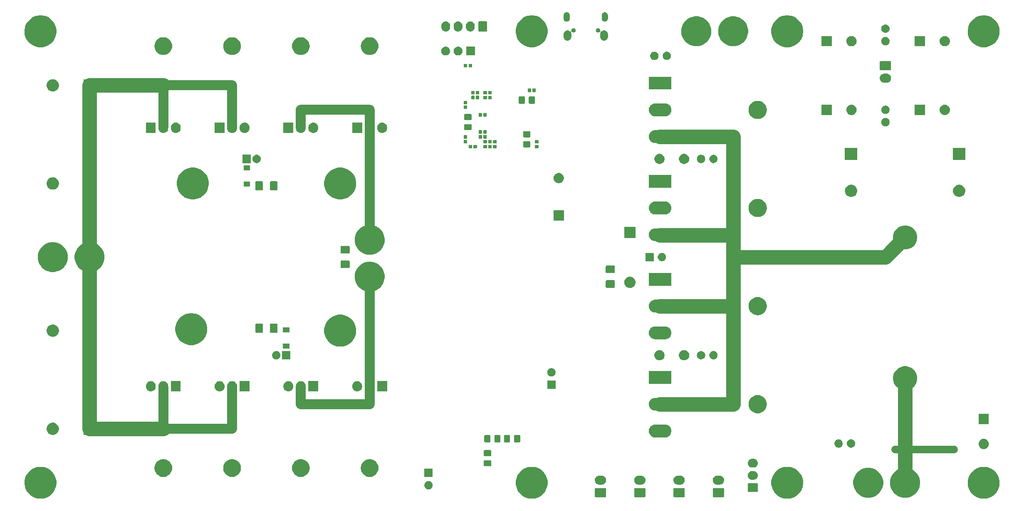
<source format=gbr>
G04 #@! TF.GenerationSoftware,KiCad,Pcbnew,(5.0.1)-3*
G04 #@! TF.CreationDate,2020-10-01T22:01:30+02:00*
G04 #@! TF.ProjectId,QCW Ultimate,51435720556C74696D6174652E6B6963,rev?*
G04 #@! TF.SameCoordinates,Original*
G04 #@! TF.FileFunction,Soldermask,Bot*
G04 #@! TF.FilePolarity,Negative*
%FSLAX46Y46*%
G04 Gerber Fmt 4.6, Leading zero omitted, Abs format (unit mm)*
G04 Created by KiCad (PCBNEW (5.0.1)-3) date 01/10/2020 22:01:30*
%MOMM*%
%LPD*%
G01*
G04 APERTURE LIST*
%ADD10C,1.500000*%
%ADD11C,3.000000*%
%ADD12C,2.000000*%
%ADD13C,0.050800*%
G04 APERTURE END LIST*
D10*
X220000000Y-119250000D02*
X208000000Y-119250000D01*
D11*
X206000000Y-80000000D02*
X210000000Y-76000000D01*
X175000000Y-80000000D02*
X206000000Y-80000000D01*
X210000000Y-104500000D02*
X210000000Y-126000000D01*
X175000000Y-90000000D02*
X160000000Y-90000000D01*
X175000000Y-75500000D02*
X160000000Y-75500000D01*
X175000000Y-55500000D02*
X160000000Y-55500000D01*
X175000000Y-110000000D02*
X175000000Y-55500000D01*
X160000000Y-110000000D02*
X175000000Y-110000000D01*
X59000000Y-115000000D02*
X44000000Y-115000000D01*
X59000000Y-45000000D02*
X44000000Y-45000000D01*
X44000000Y-115000000D02*
X44000000Y-45000000D01*
D12*
X59000000Y-45000000D02*
X59000000Y-53500000D01*
X73000000Y-45000000D02*
X59000000Y-45000000D01*
X73000000Y-53500000D02*
X73000000Y-45000000D01*
X87000000Y-50000000D02*
X87000000Y-53500000D01*
X101000000Y-50000000D02*
X87000000Y-50000000D01*
X101000000Y-76500000D02*
X101000000Y-50000000D01*
X101000000Y-110000000D02*
X101000000Y-84000000D01*
X87000000Y-110000000D02*
X101000000Y-110000000D01*
X87000000Y-106500000D02*
X87000000Y-110000000D01*
X59000000Y-115000000D02*
X59000000Y-106500000D01*
X73000000Y-115000000D02*
X59000000Y-115000000D01*
X73000000Y-106500000D02*
X73000000Y-115000000D01*
D13*
G36*
X226634239Y-122811467D02*
X226948282Y-122873934D01*
X227539926Y-123119001D01*
X227805182Y-123296240D01*
X228072395Y-123474786D01*
X228525214Y-123927605D01*
X228525216Y-123927608D01*
X228880999Y-124460074D01*
X229126066Y-125051718D01*
X229126066Y-125051719D01*
X229251000Y-125679803D01*
X229251000Y-126320197D01*
X229198563Y-126583816D01*
X229126066Y-126948282D01*
X228880999Y-127539926D01*
X228633265Y-127910685D01*
X228525214Y-128072395D01*
X228072395Y-128525214D01*
X228072392Y-128525216D01*
X227539926Y-128880999D01*
X226948282Y-129126066D01*
X226634239Y-129188533D01*
X226320197Y-129251000D01*
X225679803Y-129251000D01*
X225365761Y-129188533D01*
X225051718Y-129126066D01*
X224460074Y-128880999D01*
X223927608Y-128525216D01*
X223927605Y-128525214D01*
X223474786Y-128072395D01*
X223366735Y-127910685D01*
X223119001Y-127539926D01*
X222873934Y-126948282D01*
X222801437Y-126583816D01*
X222749000Y-126320197D01*
X222749000Y-125679803D01*
X222873934Y-125051719D01*
X222873934Y-125051718D01*
X223119001Y-124460074D01*
X223474784Y-123927608D01*
X223474786Y-123927605D01*
X223927605Y-123474786D01*
X224194818Y-123296240D01*
X224460074Y-123119001D01*
X225051718Y-122873934D01*
X225365761Y-122811467D01*
X225679803Y-122749000D01*
X226320197Y-122749000D01*
X226634239Y-122811467D01*
X226634239Y-122811467D01*
G37*
G36*
X186634239Y-122811467D02*
X186948282Y-122873934D01*
X187539926Y-123119001D01*
X187805182Y-123296240D01*
X188072395Y-123474786D01*
X188525214Y-123927605D01*
X188525216Y-123927608D01*
X188880999Y-124460074D01*
X189126066Y-125051718D01*
X189126066Y-125051719D01*
X189251000Y-125679803D01*
X189251000Y-126320197D01*
X189198563Y-126583816D01*
X189126066Y-126948282D01*
X188880999Y-127539926D01*
X188633265Y-127910685D01*
X188525214Y-128072395D01*
X188072395Y-128525214D01*
X188072392Y-128525216D01*
X187539926Y-128880999D01*
X186948282Y-129126066D01*
X186634239Y-129188533D01*
X186320197Y-129251000D01*
X185679803Y-129251000D01*
X185365761Y-129188533D01*
X185051718Y-129126066D01*
X184460074Y-128880999D01*
X183927608Y-128525216D01*
X183927605Y-128525214D01*
X183474786Y-128072395D01*
X183366735Y-127910685D01*
X183119001Y-127539926D01*
X182873934Y-126948282D01*
X182801437Y-126583816D01*
X182749000Y-126320197D01*
X182749000Y-125679803D01*
X182873934Y-125051719D01*
X182873934Y-125051718D01*
X183119001Y-124460074D01*
X183474784Y-123927608D01*
X183474786Y-123927605D01*
X183927605Y-123474786D01*
X184194818Y-123296240D01*
X184460074Y-123119001D01*
X185051718Y-122873934D01*
X185365761Y-122811467D01*
X185679803Y-122749000D01*
X186320197Y-122749000D01*
X186634239Y-122811467D01*
X186634239Y-122811467D01*
G37*
G36*
X134634239Y-122811467D02*
X134948282Y-122873934D01*
X135539926Y-123119001D01*
X135805182Y-123296240D01*
X136072395Y-123474786D01*
X136525214Y-123927605D01*
X136525216Y-123927608D01*
X136880999Y-124460074D01*
X137126066Y-125051718D01*
X137126066Y-125051719D01*
X137251000Y-125679803D01*
X137251000Y-126320197D01*
X137198563Y-126583816D01*
X137126066Y-126948282D01*
X136880999Y-127539926D01*
X136633265Y-127910685D01*
X136525214Y-128072395D01*
X136072395Y-128525214D01*
X136072392Y-128525216D01*
X135539926Y-128880999D01*
X134948282Y-129126066D01*
X134634239Y-129188533D01*
X134320197Y-129251000D01*
X133679803Y-129251000D01*
X133365761Y-129188533D01*
X133051718Y-129126066D01*
X132460074Y-128880999D01*
X131927608Y-128525216D01*
X131927605Y-128525214D01*
X131474786Y-128072395D01*
X131366735Y-127910685D01*
X131119001Y-127539926D01*
X130873934Y-126948282D01*
X130801437Y-126583816D01*
X130749000Y-126320197D01*
X130749000Y-125679803D01*
X130873934Y-125051719D01*
X130873934Y-125051718D01*
X131119001Y-124460074D01*
X131474784Y-123927608D01*
X131474786Y-123927605D01*
X131927605Y-123474786D01*
X132194818Y-123296240D01*
X132460074Y-123119001D01*
X133051718Y-122873934D01*
X133365761Y-122811467D01*
X133679803Y-122749000D01*
X134320197Y-122749000D01*
X134634239Y-122811467D01*
X134634239Y-122811467D01*
G37*
G36*
X34634239Y-122811467D02*
X34948282Y-122873934D01*
X35539926Y-123119001D01*
X35805182Y-123296240D01*
X36072395Y-123474786D01*
X36525214Y-123927605D01*
X36525216Y-123927608D01*
X36880999Y-124460074D01*
X37126066Y-125051718D01*
X37126066Y-125051719D01*
X37251000Y-125679803D01*
X37251000Y-126320197D01*
X37198563Y-126583816D01*
X37126066Y-126948282D01*
X36880999Y-127539926D01*
X36633265Y-127910685D01*
X36525214Y-128072395D01*
X36072395Y-128525214D01*
X36072392Y-128525216D01*
X35539926Y-128880999D01*
X34948282Y-129126066D01*
X34634239Y-129188533D01*
X34320197Y-129251000D01*
X33679803Y-129251000D01*
X33365761Y-129188533D01*
X33051718Y-129126066D01*
X32460074Y-128880999D01*
X31927608Y-128525216D01*
X31927605Y-128525214D01*
X31474786Y-128072395D01*
X31366735Y-127910685D01*
X31119001Y-127539926D01*
X30873934Y-126948282D01*
X30801437Y-126583816D01*
X30749000Y-126320197D01*
X30749000Y-125679803D01*
X30873934Y-125051719D01*
X30873934Y-125051718D01*
X31119001Y-124460074D01*
X31474784Y-123927608D01*
X31474786Y-123927605D01*
X31927605Y-123474786D01*
X32194818Y-123296240D01*
X32460074Y-123119001D01*
X33051718Y-122873934D01*
X33365761Y-122811467D01*
X33679803Y-122749000D01*
X34320197Y-122749000D01*
X34634239Y-122811467D01*
X34634239Y-122811467D01*
G37*
G36*
X203389941Y-123066248D02*
X203389943Y-123066249D01*
X203389944Y-123066249D01*
X203945190Y-123296239D01*
X204080082Y-123386371D01*
X204444902Y-123630136D01*
X204869864Y-124055098D01*
X204869866Y-124055101D01*
X205203761Y-124554810D01*
X205432006Y-125105843D01*
X205433752Y-125110059D01*
X205551000Y-125699501D01*
X205551000Y-126300499D01*
X205461941Y-126748228D01*
X205433751Y-126889944D01*
X205203761Y-127445190D01*
X205021411Y-127718096D01*
X204869864Y-127944902D01*
X204444902Y-128369864D01*
X204444899Y-128369866D01*
X203945190Y-128703761D01*
X203389944Y-128933751D01*
X203389943Y-128933751D01*
X203389941Y-128933752D01*
X202800499Y-129051000D01*
X202199501Y-129051000D01*
X201610059Y-128933752D01*
X201610057Y-128933751D01*
X201610056Y-128933751D01*
X201054810Y-128703761D01*
X200555101Y-128369866D01*
X200555098Y-128369864D01*
X200130136Y-127944902D01*
X199978589Y-127718096D01*
X199796239Y-127445190D01*
X199566249Y-126889944D01*
X199538060Y-126748228D01*
X199449000Y-126300499D01*
X199449000Y-125699501D01*
X199566248Y-125110059D01*
X199567994Y-125105843D01*
X199796239Y-124554810D01*
X200130134Y-124055101D01*
X200130136Y-124055098D01*
X200555098Y-123630136D01*
X200919918Y-123386371D01*
X201054810Y-123296239D01*
X201610056Y-123066249D01*
X201610057Y-123066249D01*
X201610059Y-123066248D01*
X202199501Y-122949000D01*
X202800499Y-122949000D01*
X203389941Y-123066248D01*
X203389941Y-123066248D01*
G37*
G36*
X210889941Y-123066248D02*
X210889943Y-123066249D01*
X210889944Y-123066249D01*
X211445190Y-123296239D01*
X211580082Y-123386371D01*
X211944902Y-123630136D01*
X212369864Y-124055098D01*
X212369866Y-124055101D01*
X212703761Y-124554810D01*
X212932006Y-125105843D01*
X212933752Y-125110059D01*
X213051000Y-125699501D01*
X213051000Y-126300499D01*
X212961941Y-126748228D01*
X212933751Y-126889944D01*
X212703761Y-127445190D01*
X212521411Y-127718096D01*
X212369864Y-127944902D01*
X211944902Y-128369864D01*
X211944899Y-128369866D01*
X211445190Y-128703761D01*
X210889944Y-128933751D01*
X210889943Y-128933751D01*
X210889941Y-128933752D01*
X210300499Y-129051000D01*
X209699501Y-129051000D01*
X209110059Y-128933752D01*
X209110057Y-128933751D01*
X209110056Y-128933751D01*
X208554810Y-128703761D01*
X208055101Y-128369866D01*
X208055098Y-128369864D01*
X207630136Y-127944902D01*
X207478589Y-127718096D01*
X207296239Y-127445190D01*
X207066249Y-126889944D01*
X207038060Y-126748228D01*
X206949000Y-126300499D01*
X206949000Y-125699501D01*
X207066248Y-125110059D01*
X207067994Y-125105843D01*
X207296239Y-124554810D01*
X207630134Y-124055101D01*
X207630136Y-124055098D01*
X208055098Y-123630136D01*
X208419918Y-123386371D01*
X208554810Y-123296239D01*
X209110056Y-123066249D01*
X209110057Y-123066249D01*
X209110059Y-123066248D01*
X209699501Y-122949000D01*
X210300499Y-122949000D01*
X210889941Y-123066248D01*
X210889941Y-123066248D01*
G37*
G36*
X157009560Y-127082966D02*
X157042383Y-127092923D01*
X157072632Y-127109092D01*
X157099148Y-127130852D01*
X157120908Y-127157368D01*
X157137077Y-127187617D01*
X157147034Y-127220440D01*
X157151000Y-127260712D01*
X157151000Y-128739288D01*
X157147034Y-128779560D01*
X157137077Y-128812383D01*
X157120908Y-128842632D01*
X157099148Y-128869148D01*
X157072632Y-128890908D01*
X157042383Y-128907077D01*
X157009560Y-128917034D01*
X156969288Y-128921000D01*
X155030712Y-128921000D01*
X154990440Y-128917034D01*
X154957617Y-128907077D01*
X154927368Y-128890908D01*
X154900852Y-128869148D01*
X154879092Y-128842632D01*
X154862923Y-128812383D01*
X154852966Y-128779560D01*
X154849000Y-128739288D01*
X154849000Y-127260712D01*
X154852966Y-127220440D01*
X154862923Y-127187617D01*
X154879092Y-127157368D01*
X154900852Y-127130852D01*
X154927368Y-127109092D01*
X154957617Y-127092923D01*
X154990440Y-127082966D01*
X155030712Y-127079000D01*
X156969288Y-127079000D01*
X157009560Y-127082966D01*
X157009560Y-127082966D01*
G37*
G36*
X173009560Y-127082966D02*
X173042383Y-127092923D01*
X173072632Y-127109092D01*
X173099148Y-127130852D01*
X173120908Y-127157368D01*
X173137077Y-127187617D01*
X173147034Y-127220440D01*
X173151000Y-127260712D01*
X173151000Y-128739288D01*
X173147034Y-128779560D01*
X173137077Y-128812383D01*
X173120908Y-128842632D01*
X173099148Y-128869148D01*
X173072632Y-128890908D01*
X173042383Y-128907077D01*
X173009560Y-128917034D01*
X172969288Y-128921000D01*
X171030712Y-128921000D01*
X170990440Y-128917034D01*
X170957617Y-128907077D01*
X170927368Y-128890908D01*
X170900852Y-128869148D01*
X170879092Y-128842632D01*
X170862923Y-128812383D01*
X170852966Y-128779560D01*
X170849000Y-128739288D01*
X170849000Y-127260712D01*
X170852966Y-127220440D01*
X170862923Y-127187617D01*
X170879092Y-127157368D01*
X170900852Y-127130852D01*
X170927368Y-127109092D01*
X170957617Y-127092923D01*
X170990440Y-127082966D01*
X171030712Y-127079000D01*
X172969288Y-127079000D01*
X173009560Y-127082966D01*
X173009560Y-127082966D01*
G37*
G36*
X165009560Y-127082966D02*
X165042383Y-127092923D01*
X165072632Y-127109092D01*
X165099148Y-127130852D01*
X165120908Y-127157368D01*
X165137077Y-127187617D01*
X165147034Y-127220440D01*
X165151000Y-127260712D01*
X165151000Y-128739288D01*
X165147034Y-128779560D01*
X165137077Y-128812383D01*
X165120908Y-128842632D01*
X165099148Y-128869148D01*
X165072632Y-128890908D01*
X165042383Y-128907077D01*
X165009560Y-128917034D01*
X164969288Y-128921000D01*
X163030712Y-128921000D01*
X162990440Y-128917034D01*
X162957617Y-128907077D01*
X162927368Y-128890908D01*
X162900852Y-128869148D01*
X162879092Y-128842632D01*
X162862923Y-128812383D01*
X162852966Y-128779560D01*
X162849000Y-128739288D01*
X162849000Y-127260712D01*
X162852966Y-127220440D01*
X162862923Y-127187617D01*
X162879092Y-127157368D01*
X162900852Y-127130852D01*
X162927368Y-127109092D01*
X162957617Y-127092923D01*
X162990440Y-127082966D01*
X163030712Y-127079000D01*
X164969288Y-127079000D01*
X165009560Y-127082966D01*
X165009560Y-127082966D01*
G37*
G36*
X149009560Y-127082966D02*
X149042383Y-127092923D01*
X149072632Y-127109092D01*
X149099148Y-127130852D01*
X149120908Y-127157368D01*
X149137077Y-127187617D01*
X149147034Y-127220440D01*
X149151000Y-127260712D01*
X149151000Y-128739288D01*
X149147034Y-128779560D01*
X149137077Y-128812383D01*
X149120908Y-128842632D01*
X149099148Y-128869148D01*
X149072632Y-128890908D01*
X149042383Y-128907077D01*
X149009560Y-128917034D01*
X148969288Y-128921000D01*
X147030712Y-128921000D01*
X146990440Y-128917034D01*
X146957617Y-128907077D01*
X146927368Y-128890908D01*
X146900852Y-128869148D01*
X146879092Y-128842632D01*
X146862923Y-128812383D01*
X146852966Y-128779560D01*
X146849000Y-128739288D01*
X146849000Y-127260712D01*
X146852966Y-127220440D01*
X146862923Y-127187617D01*
X146879092Y-127157368D01*
X146900852Y-127130852D01*
X146927368Y-127109092D01*
X146957617Y-127092923D01*
X146990440Y-127082966D01*
X147030712Y-127079000D01*
X148969288Y-127079000D01*
X149009560Y-127082966D01*
X149009560Y-127082966D01*
G37*
G36*
X179883600Y-126102989D02*
X179916649Y-126113014D01*
X179947106Y-126129294D01*
X179973799Y-126151201D01*
X179995706Y-126177894D01*
X180011986Y-126208351D01*
X180022011Y-126241400D01*
X180026000Y-126281904D01*
X180026000Y-127718096D01*
X180022011Y-127758600D01*
X180011986Y-127791649D01*
X179995706Y-127822106D01*
X179973799Y-127848799D01*
X179947106Y-127870706D01*
X179916649Y-127886986D01*
X179883600Y-127897011D01*
X179843096Y-127901000D01*
X178156904Y-127901000D01*
X178116400Y-127897011D01*
X178083351Y-127886986D01*
X178052894Y-127870706D01*
X178026201Y-127848799D01*
X178004294Y-127822106D01*
X177988014Y-127791649D01*
X177977989Y-127758600D01*
X177974000Y-127718096D01*
X177974000Y-126281904D01*
X177977989Y-126241400D01*
X177988014Y-126208351D01*
X178004294Y-126177894D01*
X178026201Y-126151201D01*
X178052894Y-126129294D01*
X178083351Y-126113014D01*
X178116400Y-126102989D01*
X178156904Y-126099000D01*
X179843096Y-126099000D01*
X179883600Y-126102989D01*
X179883600Y-126102989D01*
G37*
G36*
X113248228Y-125681703D02*
X113403100Y-125745853D01*
X113542481Y-125838985D01*
X113661015Y-125957519D01*
X113754147Y-126096900D01*
X113818297Y-126251772D01*
X113851000Y-126416184D01*
X113851000Y-126583816D01*
X113818297Y-126748228D01*
X113754147Y-126903100D01*
X113661015Y-127042481D01*
X113542481Y-127161015D01*
X113403100Y-127254147D01*
X113248228Y-127318297D01*
X113083816Y-127351000D01*
X112916184Y-127351000D01*
X112751772Y-127318297D01*
X112596900Y-127254147D01*
X112457519Y-127161015D01*
X112338985Y-127042481D01*
X112245853Y-126903100D01*
X112181703Y-126748228D01*
X112149000Y-126583816D01*
X112149000Y-126416184D01*
X112181703Y-126251772D01*
X112245853Y-126096900D01*
X112338985Y-125957519D01*
X112457519Y-125838985D01*
X112596900Y-125745853D01*
X112751772Y-125681703D01*
X112916184Y-125649000D01*
X113083816Y-125649000D01*
X113248228Y-125681703D01*
X113248228Y-125681703D01*
G37*
G36*
X172320345Y-124543442D02*
X172410548Y-124552326D01*
X172526287Y-124587435D01*
X172584158Y-124604990D01*
X172669679Y-124650702D01*
X172744156Y-124690511D01*
X172884396Y-124805604D01*
X172999489Y-124945844D01*
X173030035Y-125002991D01*
X173085010Y-125105842D01*
X173085010Y-125105843D01*
X173137674Y-125279452D01*
X173155456Y-125460000D01*
X173137674Y-125640548D01*
X173119790Y-125699503D01*
X173085010Y-125814158D01*
X173071739Y-125838986D01*
X172999489Y-125974156D01*
X172884396Y-126114396D01*
X172744156Y-126229489D01*
X172702467Y-126251772D01*
X172584158Y-126315010D01*
X172526287Y-126332565D01*
X172410548Y-126367674D01*
X172320345Y-126376558D01*
X172275245Y-126381000D01*
X171724755Y-126381000D01*
X171679655Y-126376558D01*
X171589452Y-126367674D01*
X171473713Y-126332565D01*
X171415842Y-126315010D01*
X171297533Y-126251772D01*
X171255844Y-126229489D01*
X171115604Y-126114396D01*
X171000511Y-125974156D01*
X170928261Y-125838986D01*
X170914990Y-125814158D01*
X170880210Y-125699503D01*
X170862326Y-125640548D01*
X170844544Y-125460000D01*
X170862326Y-125279452D01*
X170914990Y-125105843D01*
X170914990Y-125105842D01*
X170969965Y-125002991D01*
X171000511Y-124945844D01*
X171115604Y-124805604D01*
X171255844Y-124690511D01*
X171330321Y-124650702D01*
X171415842Y-124604990D01*
X171473713Y-124587435D01*
X171589452Y-124552326D01*
X171679655Y-124543442D01*
X171724755Y-124539000D01*
X172275245Y-124539000D01*
X172320345Y-124543442D01*
X172320345Y-124543442D01*
G37*
G36*
X148320345Y-124543442D02*
X148410548Y-124552326D01*
X148526287Y-124587435D01*
X148584158Y-124604990D01*
X148669679Y-124650702D01*
X148744156Y-124690511D01*
X148884396Y-124805604D01*
X148999489Y-124945844D01*
X149030035Y-125002991D01*
X149085010Y-125105842D01*
X149085010Y-125105843D01*
X149137674Y-125279452D01*
X149155456Y-125460000D01*
X149137674Y-125640548D01*
X149119790Y-125699503D01*
X149085010Y-125814158D01*
X149071739Y-125838986D01*
X148999489Y-125974156D01*
X148884396Y-126114396D01*
X148744156Y-126229489D01*
X148702467Y-126251772D01*
X148584158Y-126315010D01*
X148526287Y-126332565D01*
X148410548Y-126367674D01*
X148320345Y-126376558D01*
X148275245Y-126381000D01*
X147724755Y-126381000D01*
X147679655Y-126376558D01*
X147589452Y-126367674D01*
X147473713Y-126332565D01*
X147415842Y-126315010D01*
X147297533Y-126251772D01*
X147255844Y-126229489D01*
X147115604Y-126114396D01*
X147000511Y-125974156D01*
X146928261Y-125838986D01*
X146914990Y-125814158D01*
X146880210Y-125699503D01*
X146862326Y-125640548D01*
X146844544Y-125460000D01*
X146862326Y-125279452D01*
X146914990Y-125105843D01*
X146914990Y-125105842D01*
X146969965Y-125002991D01*
X147000511Y-124945844D01*
X147115604Y-124805604D01*
X147255844Y-124690511D01*
X147330321Y-124650702D01*
X147415842Y-124604990D01*
X147473713Y-124587435D01*
X147589452Y-124552326D01*
X147679655Y-124543442D01*
X147724755Y-124539000D01*
X148275245Y-124539000D01*
X148320345Y-124543442D01*
X148320345Y-124543442D01*
G37*
G36*
X164320345Y-124543442D02*
X164410548Y-124552326D01*
X164526287Y-124587435D01*
X164584158Y-124604990D01*
X164669679Y-124650702D01*
X164744156Y-124690511D01*
X164884396Y-124805604D01*
X164999489Y-124945844D01*
X165030035Y-125002991D01*
X165085010Y-125105842D01*
X165085010Y-125105843D01*
X165137674Y-125279452D01*
X165155456Y-125460000D01*
X165137674Y-125640548D01*
X165119790Y-125699503D01*
X165085010Y-125814158D01*
X165071739Y-125838986D01*
X164999489Y-125974156D01*
X164884396Y-126114396D01*
X164744156Y-126229489D01*
X164702467Y-126251772D01*
X164584158Y-126315010D01*
X164526287Y-126332565D01*
X164410548Y-126367674D01*
X164320345Y-126376558D01*
X164275245Y-126381000D01*
X163724755Y-126381000D01*
X163679655Y-126376558D01*
X163589452Y-126367674D01*
X163473713Y-126332565D01*
X163415842Y-126315010D01*
X163297533Y-126251772D01*
X163255844Y-126229489D01*
X163115604Y-126114396D01*
X163000511Y-125974156D01*
X162928261Y-125838986D01*
X162914990Y-125814158D01*
X162880210Y-125699503D01*
X162862326Y-125640548D01*
X162844544Y-125460000D01*
X162862326Y-125279452D01*
X162914990Y-125105843D01*
X162914990Y-125105842D01*
X162969965Y-125002991D01*
X163000511Y-124945844D01*
X163115604Y-124805604D01*
X163255844Y-124690511D01*
X163330321Y-124650702D01*
X163415842Y-124604990D01*
X163473713Y-124587435D01*
X163589452Y-124552326D01*
X163679655Y-124543442D01*
X163724755Y-124539000D01*
X164275245Y-124539000D01*
X164320345Y-124543442D01*
X164320345Y-124543442D01*
G37*
G36*
X156320345Y-124543442D02*
X156410548Y-124552326D01*
X156526287Y-124587435D01*
X156584158Y-124604990D01*
X156669679Y-124650702D01*
X156744156Y-124690511D01*
X156884396Y-124805604D01*
X156999489Y-124945844D01*
X157030035Y-125002991D01*
X157085010Y-125105842D01*
X157085010Y-125105843D01*
X157137674Y-125279452D01*
X157155456Y-125460000D01*
X157137674Y-125640548D01*
X157119790Y-125699503D01*
X157085010Y-125814158D01*
X157071739Y-125838986D01*
X156999489Y-125974156D01*
X156884396Y-126114396D01*
X156744156Y-126229489D01*
X156702467Y-126251772D01*
X156584158Y-126315010D01*
X156526287Y-126332565D01*
X156410548Y-126367674D01*
X156320345Y-126376558D01*
X156275245Y-126381000D01*
X155724755Y-126381000D01*
X155679655Y-126376558D01*
X155589452Y-126367674D01*
X155473713Y-126332565D01*
X155415842Y-126315010D01*
X155297533Y-126251772D01*
X155255844Y-126229489D01*
X155115604Y-126114396D01*
X155000511Y-125974156D01*
X154928261Y-125838986D01*
X154914990Y-125814158D01*
X154880210Y-125699503D01*
X154862326Y-125640548D01*
X154844544Y-125460000D01*
X154862326Y-125279452D01*
X154914990Y-125105843D01*
X154914990Y-125105842D01*
X154969965Y-125002991D01*
X155000511Y-124945844D01*
X155115604Y-124805604D01*
X155255844Y-124690511D01*
X155330321Y-124650702D01*
X155415842Y-124604990D01*
X155473713Y-124587435D01*
X155589452Y-124552326D01*
X155679655Y-124543442D01*
X155724755Y-124539000D01*
X156275245Y-124539000D01*
X156320345Y-124543442D01*
X156320345Y-124543442D01*
G37*
G36*
X179235442Y-123605518D02*
X179301627Y-123612037D01*
X179408380Y-123644420D01*
X179471467Y-123663557D01*
X179525706Y-123692549D01*
X179627991Y-123747222D01*
X179663729Y-123776552D01*
X179765186Y-123859814D01*
X179820822Y-123927608D01*
X179877778Y-123997009D01*
X179877779Y-123997011D01*
X179961443Y-124153533D01*
X179961443Y-124153534D01*
X180012963Y-124323373D01*
X180030359Y-124500000D01*
X180012963Y-124676627D01*
X179989509Y-124753944D01*
X179961443Y-124846467D01*
X179908324Y-124945844D01*
X179877778Y-125002991D01*
X179848448Y-125038729D01*
X179765186Y-125140186D01*
X179663729Y-125223448D01*
X179627991Y-125252778D01*
X179627989Y-125252779D01*
X179471467Y-125336443D01*
X179414853Y-125353616D01*
X179301627Y-125387963D01*
X179235442Y-125394482D01*
X179169260Y-125401000D01*
X178830740Y-125401000D01*
X178764558Y-125394482D01*
X178698373Y-125387963D01*
X178585147Y-125353616D01*
X178528533Y-125336443D01*
X178372011Y-125252779D01*
X178372009Y-125252778D01*
X178336271Y-125223448D01*
X178234814Y-125140186D01*
X178151552Y-125038729D01*
X178122222Y-125002991D01*
X178091676Y-124945844D01*
X178038557Y-124846467D01*
X178010491Y-124753944D01*
X177987037Y-124676627D01*
X177969641Y-124500000D01*
X177987037Y-124323373D01*
X178038557Y-124153534D01*
X178038557Y-124153533D01*
X178122221Y-123997011D01*
X178122222Y-123997009D01*
X178179178Y-123927608D01*
X178234814Y-123859814D01*
X178336271Y-123776552D01*
X178372009Y-123747222D01*
X178474294Y-123692549D01*
X178528533Y-123663557D01*
X178591620Y-123644420D01*
X178698373Y-123612037D01*
X178764558Y-123605518D01*
X178830740Y-123599000D01*
X179169260Y-123599000D01*
X179235442Y-123605518D01*
X179235442Y-123605518D01*
G37*
G36*
X113851000Y-124851000D02*
X112149000Y-124851000D01*
X112149000Y-123149000D01*
X113851000Y-123149000D01*
X113851000Y-124851000D01*
X113851000Y-124851000D01*
G37*
G36*
X87176669Y-121207686D02*
X87353058Y-121225059D01*
X87579385Y-121293714D01*
X87692549Y-121328042D01*
X88005425Y-121495279D01*
X88279661Y-121720339D01*
X88504721Y-121994575D01*
X88671958Y-122307451D01*
X88671958Y-122307452D01*
X88774941Y-122646942D01*
X88809714Y-123000000D01*
X88774941Y-123353058D01*
X88739938Y-123468448D01*
X88671958Y-123692549D01*
X88504721Y-124005425D01*
X88279661Y-124279661D01*
X88005425Y-124504721D01*
X87692549Y-124671958D01*
X87631387Y-124690511D01*
X87353058Y-124774941D01*
X87176669Y-124792314D01*
X87088476Y-124801000D01*
X86911524Y-124801000D01*
X86823331Y-124792314D01*
X86646942Y-124774941D01*
X86368613Y-124690511D01*
X86307451Y-124671958D01*
X85994575Y-124504721D01*
X85720339Y-124279661D01*
X85495279Y-124005425D01*
X85328042Y-123692549D01*
X85260062Y-123468448D01*
X85225059Y-123353058D01*
X85190286Y-123000000D01*
X85225059Y-122646942D01*
X85328042Y-122307452D01*
X85328042Y-122307451D01*
X85495279Y-121994575D01*
X85720339Y-121720339D01*
X85994575Y-121495279D01*
X86307451Y-121328042D01*
X86420615Y-121293714D01*
X86646942Y-121225059D01*
X86823331Y-121207686D01*
X86911524Y-121199000D01*
X87088476Y-121199000D01*
X87176669Y-121207686D01*
X87176669Y-121207686D01*
G37*
G36*
X59176669Y-121207686D02*
X59353058Y-121225059D01*
X59579385Y-121293714D01*
X59692549Y-121328042D01*
X60005425Y-121495279D01*
X60279661Y-121720339D01*
X60504721Y-121994575D01*
X60671958Y-122307451D01*
X60671958Y-122307452D01*
X60774941Y-122646942D01*
X60809714Y-123000000D01*
X60774941Y-123353058D01*
X60739938Y-123468448D01*
X60671958Y-123692549D01*
X60504721Y-124005425D01*
X60279661Y-124279661D01*
X60005425Y-124504721D01*
X59692549Y-124671958D01*
X59631387Y-124690511D01*
X59353058Y-124774941D01*
X59176669Y-124792314D01*
X59088476Y-124801000D01*
X58911524Y-124801000D01*
X58823331Y-124792314D01*
X58646942Y-124774941D01*
X58368613Y-124690511D01*
X58307451Y-124671958D01*
X57994575Y-124504721D01*
X57720339Y-124279661D01*
X57495279Y-124005425D01*
X57328042Y-123692549D01*
X57260062Y-123468448D01*
X57225059Y-123353058D01*
X57190286Y-123000000D01*
X57225059Y-122646942D01*
X57328042Y-122307452D01*
X57328042Y-122307451D01*
X57495279Y-121994575D01*
X57720339Y-121720339D01*
X57994575Y-121495279D01*
X58307451Y-121328042D01*
X58420615Y-121293714D01*
X58646942Y-121225059D01*
X58823331Y-121207686D01*
X58911524Y-121199000D01*
X59088476Y-121199000D01*
X59176669Y-121207686D01*
X59176669Y-121207686D01*
G37*
G36*
X73176669Y-121207686D02*
X73353058Y-121225059D01*
X73579385Y-121293714D01*
X73692549Y-121328042D01*
X74005425Y-121495279D01*
X74279661Y-121720339D01*
X74504721Y-121994575D01*
X74671958Y-122307451D01*
X74671958Y-122307452D01*
X74774941Y-122646942D01*
X74809714Y-123000000D01*
X74774941Y-123353058D01*
X74739938Y-123468448D01*
X74671958Y-123692549D01*
X74504721Y-124005425D01*
X74279661Y-124279661D01*
X74005425Y-124504721D01*
X73692549Y-124671958D01*
X73631387Y-124690511D01*
X73353058Y-124774941D01*
X73176669Y-124792314D01*
X73088476Y-124801000D01*
X72911524Y-124801000D01*
X72823331Y-124792314D01*
X72646942Y-124774941D01*
X72368613Y-124690511D01*
X72307451Y-124671958D01*
X71994575Y-124504721D01*
X71720339Y-124279661D01*
X71495279Y-124005425D01*
X71328042Y-123692549D01*
X71260062Y-123468448D01*
X71225059Y-123353058D01*
X71190286Y-123000000D01*
X71225059Y-122646942D01*
X71328042Y-122307452D01*
X71328042Y-122307451D01*
X71495279Y-121994575D01*
X71720339Y-121720339D01*
X71994575Y-121495279D01*
X72307451Y-121328042D01*
X72420615Y-121293714D01*
X72646942Y-121225059D01*
X72823331Y-121207686D01*
X72911524Y-121199000D01*
X73088476Y-121199000D01*
X73176669Y-121207686D01*
X73176669Y-121207686D01*
G37*
G36*
X101176669Y-121207686D02*
X101353058Y-121225059D01*
X101579385Y-121293714D01*
X101692549Y-121328042D01*
X102005425Y-121495279D01*
X102279661Y-121720339D01*
X102504721Y-121994575D01*
X102671958Y-122307451D01*
X102671958Y-122307452D01*
X102774941Y-122646942D01*
X102809714Y-123000000D01*
X102774941Y-123353058D01*
X102739938Y-123468448D01*
X102671958Y-123692549D01*
X102504721Y-124005425D01*
X102279661Y-124279661D01*
X102005425Y-124504721D01*
X101692549Y-124671958D01*
X101631387Y-124690511D01*
X101353058Y-124774941D01*
X101176669Y-124792314D01*
X101088476Y-124801000D01*
X100911524Y-124801000D01*
X100823331Y-124792314D01*
X100646942Y-124774941D01*
X100368613Y-124690511D01*
X100307451Y-124671958D01*
X99994575Y-124504721D01*
X99720339Y-124279661D01*
X99495279Y-124005425D01*
X99328042Y-123692549D01*
X99260062Y-123468448D01*
X99225059Y-123353058D01*
X99190286Y-123000000D01*
X99225059Y-122646942D01*
X99328042Y-122307452D01*
X99328042Y-122307451D01*
X99495279Y-121994575D01*
X99720339Y-121720339D01*
X99994575Y-121495279D01*
X100307451Y-121328042D01*
X100420615Y-121293714D01*
X100646942Y-121225059D01*
X100823331Y-121207686D01*
X100911524Y-121199000D01*
X101088476Y-121199000D01*
X101176669Y-121207686D01*
X101176669Y-121207686D01*
G37*
G36*
X179235442Y-121105518D02*
X179301627Y-121112037D01*
X179414853Y-121146384D01*
X179471467Y-121163557D01*
X179537775Y-121199000D01*
X179627991Y-121247222D01*
X179663729Y-121276552D01*
X179765186Y-121359814D01*
X179834988Y-121444869D01*
X179877778Y-121497009D01*
X179877779Y-121497011D01*
X179961443Y-121653533D01*
X179961443Y-121653534D01*
X180012963Y-121823373D01*
X180030359Y-122000000D01*
X180012963Y-122176627D01*
X179978616Y-122289853D01*
X179961443Y-122346467D01*
X179944146Y-122378827D01*
X179877778Y-122502991D01*
X179858596Y-122526364D01*
X179765186Y-122640186D01*
X179663729Y-122723448D01*
X179627991Y-122752778D01*
X179627989Y-122752779D01*
X179471467Y-122836443D01*
X179414853Y-122853616D01*
X179301627Y-122887963D01*
X179235442Y-122894482D01*
X179169260Y-122901000D01*
X178830740Y-122901000D01*
X178764558Y-122894482D01*
X178698373Y-122887963D01*
X178585147Y-122853616D01*
X178528533Y-122836443D01*
X178372011Y-122752779D01*
X178372009Y-122752778D01*
X178336271Y-122723448D01*
X178234814Y-122640186D01*
X178141404Y-122526364D01*
X178122222Y-122502991D01*
X178055854Y-122378827D01*
X178038557Y-122346467D01*
X178021384Y-122289853D01*
X177987037Y-122176627D01*
X177969641Y-122000000D01*
X177987037Y-121823373D01*
X178038557Y-121653534D01*
X178038557Y-121653533D01*
X178122221Y-121497011D01*
X178122222Y-121497009D01*
X178165012Y-121444869D01*
X178234814Y-121359814D01*
X178336271Y-121276552D01*
X178372009Y-121247222D01*
X178462225Y-121199000D01*
X178528533Y-121163557D01*
X178585147Y-121146384D01*
X178698373Y-121112037D01*
X178764558Y-121105518D01*
X178830740Y-121099000D01*
X179169260Y-121099000D01*
X179235442Y-121105518D01*
X179235442Y-121105518D01*
G37*
G36*
X125588677Y-121403465D02*
X125626364Y-121414898D01*
X125661103Y-121433466D01*
X125691548Y-121458452D01*
X125716534Y-121488897D01*
X125735102Y-121523636D01*
X125746535Y-121561323D01*
X125751000Y-121606661D01*
X125751000Y-122443339D01*
X125746535Y-122488677D01*
X125735102Y-122526364D01*
X125716534Y-122561103D01*
X125691548Y-122591548D01*
X125661103Y-122616534D01*
X125626364Y-122635102D01*
X125588677Y-122646535D01*
X125543339Y-122651000D01*
X124456661Y-122651000D01*
X124411323Y-122646535D01*
X124373636Y-122635102D01*
X124338897Y-122616534D01*
X124308452Y-122591548D01*
X124283466Y-122561103D01*
X124264898Y-122526364D01*
X124253465Y-122488677D01*
X124249000Y-122443339D01*
X124249000Y-121606661D01*
X124253465Y-121561323D01*
X124264898Y-121523636D01*
X124283466Y-121488897D01*
X124308452Y-121458452D01*
X124338897Y-121433466D01*
X124373636Y-121414898D01*
X124411323Y-121403465D01*
X124456661Y-121399000D01*
X125543339Y-121399000D01*
X125588677Y-121403465D01*
X125588677Y-121403465D01*
G37*
G36*
X125588677Y-119353465D02*
X125626364Y-119364898D01*
X125661103Y-119383466D01*
X125691548Y-119408452D01*
X125716534Y-119438897D01*
X125735102Y-119473636D01*
X125746535Y-119511323D01*
X125751000Y-119556661D01*
X125751000Y-120393339D01*
X125746535Y-120438677D01*
X125735102Y-120476364D01*
X125716534Y-120511103D01*
X125691548Y-120541548D01*
X125661103Y-120566534D01*
X125626364Y-120585102D01*
X125588677Y-120596535D01*
X125543339Y-120601000D01*
X124456661Y-120601000D01*
X124411323Y-120596535D01*
X124373636Y-120585102D01*
X124338897Y-120566534D01*
X124308452Y-120541548D01*
X124283466Y-120511103D01*
X124264898Y-120476364D01*
X124253465Y-120438677D01*
X124249000Y-120393339D01*
X124249000Y-119556661D01*
X124253465Y-119511323D01*
X124264898Y-119473636D01*
X124283466Y-119438897D01*
X124308452Y-119408452D01*
X124338897Y-119383466D01*
X124373636Y-119364898D01*
X124411323Y-119353465D01*
X124456661Y-119349000D01*
X125543339Y-119349000D01*
X125588677Y-119353465D01*
X125588677Y-119353465D01*
G37*
G36*
X226082510Y-117032041D02*
X226206032Y-117044207D01*
X226404146Y-117104305D01*
X226586729Y-117201897D01*
X226746765Y-117333235D01*
X226878103Y-117493271D01*
X226975695Y-117675854D01*
X227035793Y-117873968D01*
X227056085Y-118080000D01*
X227035793Y-118286032D01*
X226975695Y-118484146D01*
X226878103Y-118666729D01*
X226746765Y-118826765D01*
X226586729Y-118958103D01*
X226404146Y-119055695D01*
X226206032Y-119115793D01*
X226082510Y-119127959D01*
X226051631Y-119131000D01*
X225948369Y-119131000D01*
X225917490Y-119127959D01*
X225793968Y-119115793D01*
X225595854Y-119055695D01*
X225413271Y-118958103D01*
X225253235Y-118826765D01*
X225121897Y-118666729D01*
X225024305Y-118484146D01*
X224964207Y-118286032D01*
X224943915Y-118080000D01*
X224964207Y-117873968D01*
X225024305Y-117675854D01*
X225121897Y-117493271D01*
X225253235Y-117333235D01*
X225413271Y-117201897D01*
X225595854Y-117104305D01*
X225793968Y-117044207D01*
X225917490Y-117032041D01*
X225948369Y-117029000D01*
X226051631Y-117029000D01*
X226082510Y-117032041D01*
X226082510Y-117032041D01*
G37*
G36*
X196626821Y-117161313D02*
X196626824Y-117161314D01*
X196626825Y-117161314D01*
X196787239Y-117209975D01*
X196787241Y-117209976D01*
X196787244Y-117209977D01*
X196935078Y-117288995D01*
X197064659Y-117395341D01*
X197171005Y-117524922D01*
X197250023Y-117672756D01*
X197250024Y-117672759D01*
X197250025Y-117672761D01*
X197298686Y-117833175D01*
X197298687Y-117833179D01*
X197315117Y-118000000D01*
X197298687Y-118166821D01*
X197298686Y-118166824D01*
X197298686Y-118166825D01*
X197273993Y-118248228D01*
X197250023Y-118327244D01*
X197171005Y-118475078D01*
X197064659Y-118604659D01*
X196935078Y-118711005D01*
X196787244Y-118790023D01*
X196787241Y-118790024D01*
X196787239Y-118790025D01*
X196626825Y-118838686D01*
X196626824Y-118838686D01*
X196626821Y-118838687D01*
X196501804Y-118851000D01*
X196418196Y-118851000D01*
X196293179Y-118838687D01*
X196293176Y-118838686D01*
X196293175Y-118838686D01*
X196132761Y-118790025D01*
X196132759Y-118790024D01*
X196132756Y-118790023D01*
X195984922Y-118711005D01*
X195855341Y-118604659D01*
X195748995Y-118475078D01*
X195669977Y-118327244D01*
X195646008Y-118248228D01*
X195621314Y-118166825D01*
X195621314Y-118166824D01*
X195621313Y-118166821D01*
X195604883Y-118000000D01*
X195621313Y-117833179D01*
X195621314Y-117833175D01*
X195669975Y-117672761D01*
X195669976Y-117672759D01*
X195669977Y-117672756D01*
X195748995Y-117524922D01*
X195855341Y-117395341D01*
X195984922Y-117288995D01*
X196132756Y-117209977D01*
X196132759Y-117209976D01*
X196132761Y-117209975D01*
X196293175Y-117161314D01*
X196293176Y-117161314D01*
X196293179Y-117161313D01*
X196418196Y-117149000D01*
X196501804Y-117149000D01*
X196626821Y-117161313D01*
X196626821Y-117161313D01*
G37*
G36*
X199248228Y-117181703D02*
X199403100Y-117245853D01*
X199542481Y-117338985D01*
X199661015Y-117457519D01*
X199754147Y-117596900D01*
X199818297Y-117751772D01*
X199851000Y-117916184D01*
X199851000Y-118083816D01*
X199818297Y-118248228D01*
X199754147Y-118403100D01*
X199661015Y-118542481D01*
X199542481Y-118661015D01*
X199403100Y-118754147D01*
X199248228Y-118818297D01*
X199083816Y-118851000D01*
X198916184Y-118851000D01*
X198751772Y-118818297D01*
X198596900Y-118754147D01*
X198457519Y-118661015D01*
X198338985Y-118542481D01*
X198245853Y-118403100D01*
X198181703Y-118248228D01*
X198149000Y-118083816D01*
X198149000Y-117916184D01*
X198181703Y-117751772D01*
X198245853Y-117596900D01*
X198338985Y-117457519D01*
X198457519Y-117338985D01*
X198596900Y-117245853D01*
X198751772Y-117181703D01*
X198916184Y-117149000D01*
X199083816Y-117149000D01*
X199248228Y-117181703D01*
X199248228Y-117181703D01*
G37*
G36*
X125438677Y-116253465D02*
X125476364Y-116264898D01*
X125511103Y-116283466D01*
X125541548Y-116308452D01*
X125566534Y-116338897D01*
X125585102Y-116373636D01*
X125596535Y-116411323D01*
X125601000Y-116456661D01*
X125601000Y-117543339D01*
X125596535Y-117588677D01*
X125585102Y-117626364D01*
X125566534Y-117661103D01*
X125541548Y-117691548D01*
X125511103Y-117716534D01*
X125476364Y-117735102D01*
X125438677Y-117746535D01*
X125393339Y-117751000D01*
X124556661Y-117751000D01*
X124511323Y-117746535D01*
X124473636Y-117735102D01*
X124438897Y-117716534D01*
X124408452Y-117691548D01*
X124383466Y-117661103D01*
X124364898Y-117626364D01*
X124353465Y-117588677D01*
X124349000Y-117543339D01*
X124349000Y-116456661D01*
X124353465Y-116411323D01*
X124364898Y-116373636D01*
X124383466Y-116338897D01*
X124408452Y-116308452D01*
X124438897Y-116283466D01*
X124473636Y-116264898D01*
X124511323Y-116253465D01*
X124556661Y-116249000D01*
X125393339Y-116249000D01*
X125438677Y-116253465D01*
X125438677Y-116253465D01*
G37*
G36*
X131488677Y-116253465D02*
X131526364Y-116264898D01*
X131561103Y-116283466D01*
X131591548Y-116308452D01*
X131616534Y-116338897D01*
X131635102Y-116373636D01*
X131646535Y-116411323D01*
X131651000Y-116456661D01*
X131651000Y-117543339D01*
X131646535Y-117588677D01*
X131635102Y-117626364D01*
X131616534Y-117661103D01*
X131591548Y-117691548D01*
X131561103Y-117716534D01*
X131526364Y-117735102D01*
X131488677Y-117746535D01*
X131443339Y-117751000D01*
X130606661Y-117751000D01*
X130561323Y-117746535D01*
X130523636Y-117735102D01*
X130488897Y-117716534D01*
X130458452Y-117691548D01*
X130433466Y-117661103D01*
X130414898Y-117626364D01*
X130403465Y-117588677D01*
X130399000Y-117543339D01*
X130399000Y-116456661D01*
X130403465Y-116411323D01*
X130414898Y-116373636D01*
X130433466Y-116338897D01*
X130458452Y-116308452D01*
X130488897Y-116283466D01*
X130523636Y-116264898D01*
X130561323Y-116253465D01*
X130606661Y-116249000D01*
X131443339Y-116249000D01*
X131488677Y-116253465D01*
X131488677Y-116253465D01*
G37*
G36*
X127488677Y-116253465D02*
X127526364Y-116264898D01*
X127561103Y-116283466D01*
X127591548Y-116308452D01*
X127616534Y-116338897D01*
X127635102Y-116373636D01*
X127646535Y-116411323D01*
X127651000Y-116456661D01*
X127651000Y-117543339D01*
X127646535Y-117588677D01*
X127635102Y-117626364D01*
X127616534Y-117661103D01*
X127591548Y-117691548D01*
X127561103Y-117716534D01*
X127526364Y-117735102D01*
X127488677Y-117746535D01*
X127443339Y-117751000D01*
X126606661Y-117751000D01*
X126561323Y-117746535D01*
X126523636Y-117735102D01*
X126488897Y-117716534D01*
X126458452Y-117691548D01*
X126433466Y-117661103D01*
X126414898Y-117626364D01*
X126403465Y-117588677D01*
X126399000Y-117543339D01*
X126399000Y-116456661D01*
X126403465Y-116411323D01*
X126414898Y-116373636D01*
X126433466Y-116338897D01*
X126458452Y-116308452D01*
X126488897Y-116283466D01*
X126523636Y-116264898D01*
X126561323Y-116253465D01*
X126606661Y-116249000D01*
X127443339Y-116249000D01*
X127488677Y-116253465D01*
X127488677Y-116253465D01*
G37*
G36*
X129438677Y-116253465D02*
X129476364Y-116264898D01*
X129511103Y-116283466D01*
X129541548Y-116308452D01*
X129566534Y-116338897D01*
X129585102Y-116373636D01*
X129596535Y-116411323D01*
X129601000Y-116456661D01*
X129601000Y-117543339D01*
X129596535Y-117588677D01*
X129585102Y-117626364D01*
X129566534Y-117661103D01*
X129541548Y-117691548D01*
X129511103Y-117716534D01*
X129476364Y-117735102D01*
X129438677Y-117746535D01*
X129393339Y-117751000D01*
X128556661Y-117751000D01*
X128511323Y-117746535D01*
X128473636Y-117735102D01*
X128438897Y-117716534D01*
X128408452Y-117691548D01*
X128383466Y-117661103D01*
X128364898Y-117626364D01*
X128353465Y-117588677D01*
X128349000Y-117543339D01*
X128349000Y-116456661D01*
X128353465Y-116411323D01*
X128364898Y-116373636D01*
X128383466Y-116338897D01*
X128408452Y-116308452D01*
X128438897Y-116283466D01*
X128473636Y-116264898D01*
X128511323Y-116253465D01*
X128556661Y-116249000D01*
X129393339Y-116249000D01*
X129438677Y-116253465D01*
X129438677Y-116253465D01*
G37*
G36*
X161251689Y-114153706D02*
X161395040Y-114167825D01*
X161640280Y-114242218D01*
X161640282Y-114242219D01*
X161866296Y-114363026D01*
X162064397Y-114525603D01*
X162226974Y-114723704D01*
X162347781Y-114949718D01*
X162347782Y-114949720D01*
X162422175Y-115194960D01*
X162447294Y-115450000D01*
X162422175Y-115705040D01*
X162347782Y-115950280D01*
X162347781Y-115950282D01*
X162226974Y-116176296D01*
X162064397Y-116374397D01*
X161866296Y-116536974D01*
X161866294Y-116536975D01*
X161640280Y-116657782D01*
X161395040Y-116732175D01*
X161251689Y-116746294D01*
X161203906Y-116751000D01*
X159076094Y-116751000D01*
X159028311Y-116746294D01*
X158884960Y-116732175D01*
X158639720Y-116657782D01*
X158413706Y-116536975D01*
X158413704Y-116536974D01*
X158215603Y-116374397D01*
X158053026Y-116176296D01*
X157932219Y-115950282D01*
X157932218Y-115950280D01*
X157857825Y-115705040D01*
X157832706Y-115450000D01*
X157857825Y-115194960D01*
X157932218Y-114949720D01*
X157932219Y-114949718D01*
X158053026Y-114723704D01*
X158215603Y-114525603D01*
X158413704Y-114363026D01*
X158639718Y-114242219D01*
X158639720Y-114242218D01*
X158884960Y-114167825D01*
X159028311Y-114153706D01*
X159076094Y-114149000D01*
X161203906Y-114149000D01*
X161251689Y-114153706D01*
X161251689Y-114153706D01*
G37*
G36*
X45251000Y-116251000D02*
X42749000Y-116251000D01*
X42749000Y-113749000D01*
X45251000Y-113749000D01*
X45251000Y-116251000D01*
X45251000Y-116251000D01*
G37*
G36*
X36683635Y-113761019D02*
X36864903Y-113797075D01*
X37092571Y-113891378D01*
X37296542Y-114027668D01*
X37297469Y-114028287D01*
X37471713Y-114202531D01*
X37471715Y-114202534D01*
X37608622Y-114407429D01*
X37702925Y-114635097D01*
X37751000Y-114876787D01*
X37751000Y-115123213D01*
X37702925Y-115364903D01*
X37608622Y-115592571D01*
X37533474Y-115705037D01*
X37471713Y-115797469D01*
X37297469Y-115971713D01*
X37297466Y-115971715D01*
X37092571Y-116108622D01*
X36864903Y-116202925D01*
X36683636Y-116238981D01*
X36623214Y-116251000D01*
X36376786Y-116251000D01*
X36316364Y-116238981D01*
X36135097Y-116202925D01*
X35907429Y-116108622D01*
X35702534Y-115971715D01*
X35702531Y-115971713D01*
X35528287Y-115797469D01*
X35466526Y-115705037D01*
X35391378Y-115592571D01*
X35297075Y-115364903D01*
X35249000Y-115123213D01*
X35249000Y-114876787D01*
X35297075Y-114635097D01*
X35391378Y-114407429D01*
X35528285Y-114202534D01*
X35528287Y-114202531D01*
X35702531Y-114028287D01*
X35703458Y-114027668D01*
X35907429Y-113891378D01*
X36135097Y-113797075D01*
X36316365Y-113761019D01*
X36376786Y-113749000D01*
X36623214Y-113749000D01*
X36683635Y-113761019D01*
X36683635Y-113761019D01*
G37*
G36*
X227051000Y-114051000D02*
X224949000Y-114051000D01*
X224949000Y-111949000D01*
X227051000Y-111949000D01*
X227051000Y-114051000D01*
X227051000Y-114051000D01*
G37*
G36*
X180362856Y-108175782D02*
X180362859Y-108175783D01*
X180711774Y-108281625D01*
X180711776Y-108281626D01*
X180711779Y-108281627D01*
X181033337Y-108453502D01*
X181315188Y-108684812D01*
X181546498Y-108966663D01*
X181718373Y-109288221D01*
X181824218Y-109637144D01*
X181859956Y-110000000D01*
X181824218Y-110362856D01*
X181718373Y-110711779D01*
X181546498Y-111033337D01*
X181315188Y-111315188D01*
X181033337Y-111546498D01*
X180711779Y-111718373D01*
X180711776Y-111718374D01*
X180711774Y-111718375D01*
X180417615Y-111807607D01*
X180362856Y-111824218D01*
X180090935Y-111851000D01*
X179909065Y-111851000D01*
X179637144Y-111824218D01*
X179582385Y-111807607D01*
X179288226Y-111718375D01*
X179288224Y-111718374D01*
X179288221Y-111718373D01*
X178966663Y-111546498D01*
X178684812Y-111315188D01*
X178453502Y-111033337D01*
X178281627Y-110711779D01*
X178175782Y-110362856D01*
X178140044Y-110000000D01*
X178175782Y-109637144D01*
X178281627Y-109288221D01*
X178453502Y-108966663D01*
X178684812Y-108684812D01*
X178966663Y-108453502D01*
X179288221Y-108281627D01*
X179288224Y-108281626D01*
X179288226Y-108281625D01*
X179637141Y-108175783D01*
X179637144Y-108175782D01*
X179909065Y-108149000D01*
X180090935Y-108149000D01*
X180362856Y-108175782D01*
X180362856Y-108175782D01*
G37*
G36*
X161251689Y-108703706D02*
X161395040Y-108717825D01*
X161640280Y-108792218D01*
X161640282Y-108792219D01*
X161866296Y-108913026D01*
X162064397Y-109075603D01*
X162226974Y-109273704D01*
X162226975Y-109273706D01*
X162347782Y-109499720D01*
X162422175Y-109744960D01*
X162447294Y-110000000D01*
X162422175Y-110255040D01*
X162389469Y-110362856D01*
X162347781Y-110500282D01*
X162226974Y-110726296D01*
X162064397Y-110924397D01*
X161866296Y-111086974D01*
X161866294Y-111086975D01*
X161640280Y-111207782D01*
X161395040Y-111282175D01*
X161251689Y-111296294D01*
X161203906Y-111301000D01*
X159076094Y-111301000D01*
X159028311Y-111296294D01*
X158884960Y-111282175D01*
X158639720Y-111207782D01*
X158413706Y-111086975D01*
X158413704Y-111086974D01*
X158215603Y-110924397D01*
X158053026Y-110726296D01*
X157932219Y-110500282D01*
X157890531Y-110362856D01*
X157857825Y-110255040D01*
X157832706Y-110000000D01*
X157857825Y-109744960D01*
X157932218Y-109499720D01*
X158053025Y-109273706D01*
X158053026Y-109273704D01*
X158215603Y-109075603D01*
X158413704Y-108913026D01*
X158639718Y-108792219D01*
X158639720Y-108792218D01*
X158884960Y-108717825D01*
X159028311Y-108703706D01*
X159076094Y-108699000D01*
X161203906Y-108699000D01*
X161251689Y-108703706D01*
X161251689Y-108703706D01*
G37*
G36*
X73196720Y-105303520D02*
X73385881Y-105360901D01*
X73560212Y-105454083D01*
X73713015Y-105579485D01*
X73838417Y-105732288D01*
X73931599Y-105906620D01*
X73988980Y-106095781D01*
X74003500Y-106243207D01*
X74003500Y-106436794D01*
X73988980Y-106584220D01*
X73931599Y-106773381D01*
X73838417Y-106947712D01*
X73713015Y-107100515D01*
X73560212Y-107225917D01*
X73385880Y-107319099D01*
X73196719Y-107376480D01*
X73000000Y-107395855D01*
X72803280Y-107376480D01*
X72614119Y-107319099D01*
X72439788Y-107225917D01*
X72286985Y-107100515D01*
X72161583Y-106947712D01*
X72068401Y-106773380D01*
X72011020Y-106584219D01*
X71996500Y-106436793D01*
X71996500Y-106243206D01*
X72011020Y-106095780D01*
X72068401Y-105906619D01*
X72161583Y-105732288D01*
X72286985Y-105579485D01*
X72439788Y-105454083D01*
X72614120Y-105360901D01*
X72803281Y-105303520D01*
X73000000Y-105284145D01*
X73196720Y-105303520D01*
X73196720Y-105303520D01*
G37*
G36*
X56656720Y-105303520D02*
X56845881Y-105360901D01*
X57020212Y-105454083D01*
X57173015Y-105579485D01*
X57298417Y-105732288D01*
X57391599Y-105906620D01*
X57448980Y-106095781D01*
X57463500Y-106243207D01*
X57463500Y-106436794D01*
X57448980Y-106584220D01*
X57391599Y-106773381D01*
X57298417Y-106947712D01*
X57173015Y-107100515D01*
X57020212Y-107225917D01*
X56845880Y-107319099D01*
X56656719Y-107376480D01*
X56460000Y-107395855D01*
X56263280Y-107376480D01*
X56074119Y-107319099D01*
X55899788Y-107225917D01*
X55746985Y-107100515D01*
X55621583Y-106947712D01*
X55528401Y-106773380D01*
X55471020Y-106584219D01*
X55456500Y-106436793D01*
X55456500Y-106243206D01*
X55471020Y-106095780D01*
X55528401Y-105906619D01*
X55621583Y-105732288D01*
X55746985Y-105579485D01*
X55899788Y-105454083D01*
X56074120Y-105360901D01*
X56263281Y-105303520D01*
X56460000Y-105284145D01*
X56656720Y-105303520D01*
X56656720Y-105303520D01*
G37*
G36*
X59196720Y-105303520D02*
X59385881Y-105360901D01*
X59560212Y-105454083D01*
X59713015Y-105579485D01*
X59838417Y-105732288D01*
X59931599Y-105906620D01*
X59988980Y-106095781D01*
X60003500Y-106243207D01*
X60003500Y-106436794D01*
X59988980Y-106584220D01*
X59931599Y-106773381D01*
X59838417Y-106947712D01*
X59713015Y-107100515D01*
X59560212Y-107225917D01*
X59385880Y-107319099D01*
X59196719Y-107376480D01*
X59000000Y-107395855D01*
X58803280Y-107376480D01*
X58614119Y-107319099D01*
X58439788Y-107225917D01*
X58286985Y-107100515D01*
X58161583Y-106947712D01*
X58068401Y-106773380D01*
X58011020Y-106584219D01*
X57996500Y-106436793D01*
X57996500Y-106243206D01*
X58011020Y-106095780D01*
X58068401Y-105906619D01*
X58161583Y-105732288D01*
X58286985Y-105579485D01*
X58439788Y-105454083D01*
X58614120Y-105360901D01*
X58803281Y-105303520D01*
X59000000Y-105284145D01*
X59196720Y-105303520D01*
X59196720Y-105303520D01*
G37*
G36*
X70656720Y-105303520D02*
X70845881Y-105360901D01*
X71020212Y-105454083D01*
X71173015Y-105579485D01*
X71298417Y-105732288D01*
X71391599Y-105906620D01*
X71448980Y-106095781D01*
X71463500Y-106243207D01*
X71463500Y-106436794D01*
X71448980Y-106584220D01*
X71391599Y-106773381D01*
X71298417Y-106947712D01*
X71173015Y-107100515D01*
X71020212Y-107225917D01*
X70845880Y-107319099D01*
X70656719Y-107376480D01*
X70460000Y-107395855D01*
X70263280Y-107376480D01*
X70074119Y-107319099D01*
X69899788Y-107225917D01*
X69746985Y-107100515D01*
X69621583Y-106947712D01*
X69528401Y-106773380D01*
X69471020Y-106584219D01*
X69456500Y-106436793D01*
X69456500Y-106243206D01*
X69471020Y-106095780D01*
X69528401Y-105906619D01*
X69621583Y-105732288D01*
X69746985Y-105579485D01*
X69899788Y-105454083D01*
X70074120Y-105360901D01*
X70263281Y-105303520D01*
X70460000Y-105284145D01*
X70656720Y-105303520D01*
X70656720Y-105303520D01*
G37*
G36*
X87196720Y-105303520D02*
X87385881Y-105360901D01*
X87560212Y-105454083D01*
X87713015Y-105579485D01*
X87838417Y-105732288D01*
X87931599Y-105906620D01*
X87988980Y-106095781D01*
X88003500Y-106243207D01*
X88003500Y-106436794D01*
X87988980Y-106584220D01*
X87931599Y-106773381D01*
X87838417Y-106947712D01*
X87713015Y-107100515D01*
X87560212Y-107225917D01*
X87385880Y-107319099D01*
X87196719Y-107376480D01*
X87000000Y-107395855D01*
X86803280Y-107376480D01*
X86614119Y-107319099D01*
X86439788Y-107225917D01*
X86286985Y-107100515D01*
X86161583Y-106947712D01*
X86068401Y-106773380D01*
X86011020Y-106584219D01*
X85996500Y-106436793D01*
X85996500Y-106243206D01*
X86011020Y-106095780D01*
X86068401Y-105906619D01*
X86161583Y-105732288D01*
X86286985Y-105579485D01*
X86439788Y-105454083D01*
X86614120Y-105360901D01*
X86803281Y-105303520D01*
X87000000Y-105284145D01*
X87196720Y-105303520D01*
X87196720Y-105303520D01*
G37*
G36*
X98656720Y-105303520D02*
X98845881Y-105360901D01*
X99020212Y-105454083D01*
X99173015Y-105579485D01*
X99298417Y-105732288D01*
X99391599Y-105906620D01*
X99448980Y-106095781D01*
X99463500Y-106243207D01*
X99463500Y-106436794D01*
X99448980Y-106584220D01*
X99391599Y-106773381D01*
X99298417Y-106947712D01*
X99173015Y-107100515D01*
X99020212Y-107225917D01*
X98845880Y-107319099D01*
X98656719Y-107376480D01*
X98460000Y-107395855D01*
X98263280Y-107376480D01*
X98074119Y-107319099D01*
X97899788Y-107225917D01*
X97746985Y-107100515D01*
X97621583Y-106947712D01*
X97528401Y-106773380D01*
X97471020Y-106584219D01*
X97456500Y-106436793D01*
X97456500Y-106243206D01*
X97471020Y-106095780D01*
X97528401Y-105906619D01*
X97621583Y-105732288D01*
X97746985Y-105579485D01*
X97899788Y-105454083D01*
X98074120Y-105360901D01*
X98263281Y-105303520D01*
X98460000Y-105284145D01*
X98656720Y-105303520D01*
X98656720Y-105303520D01*
G37*
G36*
X101196720Y-105303520D02*
X101385881Y-105360901D01*
X101560212Y-105454083D01*
X101713015Y-105579485D01*
X101838417Y-105732288D01*
X101931599Y-105906620D01*
X101988980Y-106095781D01*
X102003500Y-106243207D01*
X102003500Y-106436794D01*
X101988980Y-106584220D01*
X101931599Y-106773381D01*
X101838417Y-106947712D01*
X101713015Y-107100515D01*
X101560212Y-107225917D01*
X101385880Y-107319099D01*
X101196719Y-107376480D01*
X101000000Y-107395855D01*
X100803280Y-107376480D01*
X100614119Y-107319099D01*
X100439788Y-107225917D01*
X100286985Y-107100515D01*
X100161583Y-106947712D01*
X100068401Y-106773380D01*
X100011020Y-106584219D01*
X99996500Y-106436793D01*
X99996500Y-106243206D01*
X100011020Y-106095780D01*
X100068401Y-105906619D01*
X100161583Y-105732288D01*
X100286985Y-105579485D01*
X100439788Y-105454083D01*
X100614120Y-105360901D01*
X100803281Y-105303520D01*
X101000000Y-105284145D01*
X101196720Y-105303520D01*
X101196720Y-105303520D01*
G37*
G36*
X84656720Y-105303520D02*
X84845881Y-105360901D01*
X85020212Y-105454083D01*
X85173015Y-105579485D01*
X85298417Y-105732288D01*
X85391599Y-105906620D01*
X85448980Y-106095781D01*
X85463500Y-106243207D01*
X85463500Y-106436794D01*
X85448980Y-106584220D01*
X85391599Y-106773381D01*
X85298417Y-106947712D01*
X85173015Y-107100515D01*
X85020212Y-107225917D01*
X84845880Y-107319099D01*
X84656719Y-107376480D01*
X84460000Y-107395855D01*
X84263280Y-107376480D01*
X84074119Y-107319099D01*
X83899788Y-107225917D01*
X83746985Y-107100515D01*
X83621583Y-106947712D01*
X83528401Y-106773380D01*
X83471020Y-106584219D01*
X83456500Y-106436793D01*
X83456500Y-106243206D01*
X83471020Y-106095780D01*
X83528401Y-105906619D01*
X83621583Y-105732288D01*
X83746985Y-105579485D01*
X83899788Y-105454083D01*
X84074120Y-105360901D01*
X84263281Y-105303520D01*
X84460000Y-105284145D01*
X84656720Y-105303520D01*
X84656720Y-105303520D01*
G37*
G36*
X62543500Y-107391000D02*
X60536500Y-107391000D01*
X60536500Y-105289000D01*
X62543500Y-105289000D01*
X62543500Y-107391000D01*
X62543500Y-107391000D01*
G37*
G36*
X104543500Y-107391000D02*
X102536500Y-107391000D01*
X102536500Y-105289000D01*
X104543500Y-105289000D01*
X104543500Y-107391000D01*
X104543500Y-107391000D01*
G37*
G36*
X76543500Y-107391000D02*
X74536500Y-107391000D01*
X74536500Y-105289000D01*
X76543500Y-105289000D01*
X76543500Y-107391000D01*
X76543500Y-107391000D01*
G37*
G36*
X90543500Y-107391000D02*
X88536500Y-107391000D01*
X88536500Y-105289000D01*
X90543500Y-105289000D01*
X90543500Y-107391000D01*
X90543500Y-107391000D01*
G37*
G36*
X210714927Y-102343190D02*
X210714929Y-102343191D01*
X210714930Y-102343191D01*
X211160984Y-102527952D01*
X211487095Y-102745853D01*
X211562424Y-102796186D01*
X211903814Y-103137576D01*
X211903816Y-103137579D01*
X212172048Y-103539016D01*
X212258706Y-103748228D01*
X212356810Y-103985073D01*
X212451000Y-104458596D01*
X212451000Y-104941404D01*
X212381859Y-105289000D01*
X212356809Y-105414930D01*
X212172048Y-105860984D01*
X212015162Y-106095780D01*
X211903814Y-106262424D01*
X211562424Y-106603814D01*
X211562421Y-106603816D01*
X211160984Y-106872048D01*
X210714930Y-107056809D01*
X210714929Y-107056809D01*
X210714927Y-107056810D01*
X210241404Y-107151000D01*
X209758596Y-107151000D01*
X209285073Y-107056810D01*
X209285071Y-107056809D01*
X209285070Y-107056809D01*
X208839016Y-106872048D01*
X208437579Y-106603816D01*
X208437576Y-106603814D01*
X208096186Y-106262424D01*
X207984838Y-106095780D01*
X207827952Y-105860984D01*
X207643191Y-105414930D01*
X207618142Y-105289000D01*
X207549000Y-104941404D01*
X207549000Y-104458596D01*
X207643190Y-103985073D01*
X207741294Y-103748228D01*
X207827952Y-103539016D01*
X208096184Y-103137579D01*
X208096186Y-103137576D01*
X208437576Y-102796186D01*
X208512905Y-102745853D01*
X208839016Y-102527952D01*
X209285070Y-102343191D01*
X209285071Y-102343191D01*
X209285073Y-102343190D01*
X209758596Y-102249000D01*
X210241404Y-102249000D01*
X210714927Y-102343190D01*
X210714927Y-102343190D01*
G37*
G36*
X138851000Y-106851000D02*
X137149000Y-106851000D01*
X137149000Y-105149000D01*
X138851000Y-105149000D01*
X138851000Y-106851000D01*
X138851000Y-106851000D01*
G37*
G36*
X162441000Y-105851000D02*
X157839000Y-105851000D01*
X157839000Y-103249000D01*
X162441000Y-103249000D01*
X162441000Y-105851000D01*
X162441000Y-105851000D01*
G37*
G36*
X138248228Y-102681703D02*
X138403100Y-102745853D01*
X138542481Y-102838985D01*
X138661015Y-102957519D01*
X138754147Y-103096900D01*
X138818297Y-103251772D01*
X138851000Y-103416184D01*
X138851000Y-103583816D01*
X138818297Y-103748228D01*
X138754147Y-103903100D01*
X138661015Y-104042481D01*
X138542481Y-104161015D01*
X138403100Y-104254147D01*
X138248228Y-104318297D01*
X138083816Y-104351000D01*
X137916184Y-104351000D01*
X137751772Y-104318297D01*
X137596900Y-104254147D01*
X137457519Y-104161015D01*
X137338985Y-104042481D01*
X137245853Y-103903100D01*
X137181703Y-103748228D01*
X137149000Y-103583816D01*
X137149000Y-103416184D01*
X137181703Y-103251772D01*
X137245853Y-103096900D01*
X137338985Y-102957519D01*
X137457519Y-102838985D01*
X137596900Y-102745853D01*
X137751772Y-102681703D01*
X137916184Y-102649000D01*
X138083816Y-102649000D01*
X138248228Y-102681703D01*
X138248228Y-102681703D01*
G37*
G36*
X160306565Y-98989389D02*
X160497834Y-99068615D01*
X160669976Y-99183637D01*
X160816363Y-99330024D01*
X160931385Y-99502166D01*
X161010611Y-99693435D01*
X161051000Y-99896484D01*
X161051000Y-100103516D01*
X161010611Y-100306565D01*
X160931385Y-100497834D01*
X160816363Y-100669976D01*
X160669976Y-100816363D01*
X160497834Y-100931385D01*
X160306565Y-101010611D01*
X160103516Y-101051000D01*
X159896484Y-101051000D01*
X159693435Y-101010611D01*
X159502166Y-100931385D01*
X159330024Y-100816363D01*
X159183637Y-100669976D01*
X159068615Y-100497834D01*
X158989389Y-100306565D01*
X158949000Y-100103516D01*
X158949000Y-99896484D01*
X158989389Y-99693435D01*
X159068615Y-99502166D01*
X159183637Y-99330024D01*
X159330024Y-99183637D01*
X159502166Y-99068615D01*
X159693435Y-98989389D01*
X159896484Y-98949000D01*
X160103516Y-98949000D01*
X160306565Y-98989389D01*
X160306565Y-98989389D01*
G37*
G36*
X165306565Y-98989389D02*
X165497834Y-99068615D01*
X165669976Y-99183637D01*
X165816363Y-99330024D01*
X165931385Y-99502166D01*
X166010611Y-99693435D01*
X166051000Y-99896484D01*
X166051000Y-100103516D01*
X166010611Y-100306565D01*
X165931385Y-100497834D01*
X165816363Y-100669976D01*
X165669976Y-100816363D01*
X165497834Y-100931385D01*
X165306565Y-101010611D01*
X165103516Y-101051000D01*
X164896484Y-101051000D01*
X164693435Y-101010611D01*
X164502166Y-100931385D01*
X164330024Y-100816363D01*
X164183637Y-100669976D01*
X164068615Y-100497834D01*
X163989389Y-100306565D01*
X163949000Y-100103516D01*
X163949000Y-99896484D01*
X163989389Y-99693435D01*
X164068615Y-99502166D01*
X164183637Y-99330024D01*
X164330024Y-99183637D01*
X164502166Y-99068615D01*
X164693435Y-98989389D01*
X164896484Y-98949000D01*
X165103516Y-98949000D01*
X165306565Y-98989389D01*
X165306565Y-98989389D01*
G37*
G36*
X171248228Y-99181703D02*
X171403100Y-99245853D01*
X171542481Y-99338985D01*
X171661015Y-99457519D01*
X171754147Y-99596900D01*
X171818297Y-99751772D01*
X171851000Y-99916184D01*
X171851000Y-100083816D01*
X171818297Y-100248228D01*
X171754147Y-100403100D01*
X171661015Y-100542481D01*
X171542481Y-100661015D01*
X171403100Y-100754147D01*
X171248228Y-100818297D01*
X171083816Y-100851000D01*
X170916184Y-100851000D01*
X170751772Y-100818297D01*
X170596900Y-100754147D01*
X170457519Y-100661015D01*
X170338985Y-100542481D01*
X170245853Y-100403100D01*
X170181703Y-100248228D01*
X170149000Y-100083816D01*
X170149000Y-99916184D01*
X170181703Y-99751772D01*
X170245853Y-99596900D01*
X170338985Y-99457519D01*
X170457519Y-99338985D01*
X170596900Y-99245853D01*
X170751772Y-99181703D01*
X170916184Y-99149000D01*
X171083816Y-99149000D01*
X171248228Y-99181703D01*
X171248228Y-99181703D01*
G37*
G36*
X82248228Y-99181703D02*
X82403100Y-99245853D01*
X82542481Y-99338985D01*
X82661015Y-99457519D01*
X82754147Y-99596900D01*
X82818297Y-99751772D01*
X82851000Y-99916184D01*
X82851000Y-100083816D01*
X82818297Y-100248228D01*
X82754147Y-100403100D01*
X82661015Y-100542481D01*
X82542481Y-100661015D01*
X82403100Y-100754147D01*
X82248228Y-100818297D01*
X82083816Y-100851000D01*
X81916184Y-100851000D01*
X81751772Y-100818297D01*
X81596900Y-100754147D01*
X81457519Y-100661015D01*
X81338985Y-100542481D01*
X81245853Y-100403100D01*
X81181703Y-100248228D01*
X81149000Y-100083816D01*
X81149000Y-99916184D01*
X81181703Y-99751772D01*
X81245853Y-99596900D01*
X81338985Y-99457519D01*
X81457519Y-99338985D01*
X81596900Y-99245853D01*
X81751772Y-99181703D01*
X81916184Y-99149000D01*
X82083816Y-99149000D01*
X82248228Y-99181703D01*
X82248228Y-99181703D01*
G37*
G36*
X168626821Y-99161313D02*
X168626824Y-99161314D01*
X168626825Y-99161314D01*
X168787239Y-99209975D01*
X168787241Y-99209976D01*
X168787244Y-99209977D01*
X168935078Y-99288995D01*
X169064659Y-99395341D01*
X169171005Y-99524922D01*
X169250023Y-99672756D01*
X169250024Y-99672759D01*
X169250025Y-99672761D01*
X169298686Y-99833175D01*
X169298687Y-99833179D01*
X169315117Y-100000000D01*
X169298687Y-100166821D01*
X169298686Y-100166824D01*
X169298686Y-100166825D01*
X169273993Y-100248228D01*
X169250023Y-100327244D01*
X169171005Y-100475078D01*
X169064659Y-100604659D01*
X168935078Y-100711005D01*
X168787244Y-100790023D01*
X168787241Y-100790024D01*
X168787239Y-100790025D01*
X168626825Y-100838686D01*
X168626824Y-100838686D01*
X168626821Y-100838687D01*
X168501804Y-100851000D01*
X168418196Y-100851000D01*
X168293179Y-100838687D01*
X168293176Y-100838686D01*
X168293175Y-100838686D01*
X168132761Y-100790025D01*
X168132759Y-100790024D01*
X168132756Y-100790023D01*
X167984922Y-100711005D01*
X167855341Y-100604659D01*
X167748995Y-100475078D01*
X167669977Y-100327244D01*
X167646008Y-100248228D01*
X167621314Y-100166825D01*
X167621314Y-100166824D01*
X167621313Y-100166821D01*
X167604883Y-100000000D01*
X167621313Y-99833179D01*
X167621314Y-99833175D01*
X167669975Y-99672761D01*
X167669976Y-99672759D01*
X167669977Y-99672756D01*
X167748995Y-99524922D01*
X167855341Y-99395341D01*
X167984922Y-99288995D01*
X168132756Y-99209977D01*
X168132759Y-99209976D01*
X168132761Y-99209975D01*
X168293175Y-99161314D01*
X168293176Y-99161314D01*
X168293179Y-99161313D01*
X168418196Y-99149000D01*
X168501804Y-99149000D01*
X168626821Y-99161313D01*
X168626821Y-99161313D01*
G37*
G36*
X84851000Y-100851000D02*
X83149000Y-100851000D01*
X83149000Y-99149000D01*
X84851000Y-99149000D01*
X84851000Y-100851000D01*
X84851000Y-100851000D01*
G37*
G36*
X84651000Y-98651000D02*
X83349000Y-98651000D01*
X83349000Y-97649000D01*
X84651000Y-97649000D01*
X84651000Y-98651000D01*
X84651000Y-98651000D01*
G37*
G36*
X95634239Y-91811467D02*
X95948282Y-91873934D01*
X96539926Y-92119001D01*
X96940073Y-92386371D01*
X97072395Y-92474786D01*
X97525214Y-92927605D01*
X97525216Y-92927608D01*
X97880999Y-93460074D01*
X98126066Y-94051718D01*
X98156065Y-94202534D01*
X98251000Y-94679803D01*
X98251000Y-95320197D01*
X98196821Y-95592571D01*
X98126066Y-95948282D01*
X97880999Y-96539926D01*
X97633265Y-96910685D01*
X97525214Y-97072395D01*
X97072395Y-97525214D01*
X97072392Y-97525216D01*
X96539926Y-97880999D01*
X95948282Y-98126066D01*
X95634239Y-98188533D01*
X95320197Y-98251000D01*
X94679803Y-98251000D01*
X94365761Y-98188533D01*
X94051718Y-98126066D01*
X93460074Y-97880999D01*
X92927608Y-97525216D01*
X92927605Y-97525214D01*
X92474786Y-97072395D01*
X92366735Y-96910685D01*
X92119001Y-96539926D01*
X91873934Y-95948282D01*
X91803179Y-95592571D01*
X91749000Y-95320197D01*
X91749000Y-94679803D01*
X91843935Y-94202534D01*
X91873934Y-94051718D01*
X92119001Y-93460074D01*
X92474784Y-92927608D01*
X92474786Y-92927605D01*
X92927605Y-92474786D01*
X93059927Y-92386371D01*
X93460074Y-92119001D01*
X94051718Y-91873934D01*
X94365761Y-91811467D01*
X94679803Y-91749000D01*
X95320197Y-91749000D01*
X95634239Y-91811467D01*
X95634239Y-91811467D01*
G37*
G36*
X65331295Y-91508523D02*
X65645338Y-91570990D01*
X66236982Y-91816057D01*
X66526579Y-92009560D01*
X66769451Y-92171842D01*
X67222270Y-92624661D01*
X67222272Y-92624664D01*
X67578055Y-93157130D01*
X67823122Y-93748774D01*
X67841645Y-93841895D01*
X67948056Y-94376859D01*
X67948056Y-95017253D01*
X67920039Y-95158105D01*
X67823122Y-95645338D01*
X67578055Y-96236982D01*
X67296885Y-96657782D01*
X67222270Y-96769451D01*
X66769451Y-97222270D01*
X66769448Y-97222272D01*
X66236982Y-97578055D01*
X65645338Y-97823122D01*
X65331295Y-97885589D01*
X65017253Y-97948056D01*
X64376859Y-97948056D01*
X64062817Y-97885589D01*
X63748774Y-97823122D01*
X63157130Y-97578055D01*
X62624664Y-97222272D01*
X62624661Y-97222270D01*
X62171842Y-96769451D01*
X62097227Y-96657782D01*
X61816057Y-96236982D01*
X61570990Y-95645338D01*
X61474073Y-95158105D01*
X61446056Y-95017253D01*
X61446056Y-94376859D01*
X61552467Y-93841895D01*
X61570990Y-93748774D01*
X61816057Y-93157130D01*
X62171840Y-92624664D01*
X62171842Y-92624661D01*
X62624661Y-92171842D01*
X62867533Y-92009560D01*
X63157130Y-91816057D01*
X63748774Y-91570990D01*
X64062817Y-91508523D01*
X64376859Y-91446056D01*
X65017253Y-91446056D01*
X65331295Y-91508523D01*
X65331295Y-91508523D01*
G37*
G36*
X161251689Y-94153706D02*
X161395040Y-94167825D01*
X161640280Y-94242218D01*
X161640282Y-94242219D01*
X161866296Y-94363026D01*
X162064397Y-94525603D01*
X162226974Y-94723704D01*
X162326917Y-94910685D01*
X162347782Y-94949720D01*
X162422175Y-95194960D01*
X162447294Y-95450000D01*
X162422175Y-95705040D01*
X162349956Y-95943112D01*
X162347781Y-95950282D01*
X162226974Y-96176296D01*
X162064397Y-96374397D01*
X161866296Y-96536974D01*
X161640282Y-96657781D01*
X161640280Y-96657782D01*
X161395040Y-96732175D01*
X161270652Y-96744426D01*
X161203906Y-96751000D01*
X159076094Y-96751000D01*
X159009348Y-96744426D01*
X158884960Y-96732175D01*
X158639720Y-96657782D01*
X158639718Y-96657781D01*
X158413704Y-96536974D01*
X158215603Y-96374397D01*
X158053026Y-96176296D01*
X157932219Y-95950282D01*
X157930044Y-95943112D01*
X157857825Y-95705040D01*
X157832706Y-95450000D01*
X157857825Y-95194960D01*
X157932218Y-94949720D01*
X157953083Y-94910685D01*
X158053026Y-94723704D01*
X158215603Y-94525603D01*
X158413704Y-94363026D01*
X158639718Y-94242219D01*
X158639720Y-94242218D01*
X158884960Y-94167825D01*
X159028311Y-94153706D01*
X159076094Y-94149000D01*
X161203906Y-94149000D01*
X161251689Y-94153706D01*
X161251689Y-94153706D01*
G37*
G36*
X45251000Y-96251000D02*
X42749000Y-96251000D01*
X42749000Y-93749000D01*
X45251000Y-93749000D01*
X45251000Y-96251000D01*
X45251000Y-96251000D01*
G37*
G36*
X36683635Y-93761019D02*
X36864903Y-93797075D01*
X37092571Y-93891378D01*
X37296542Y-94027668D01*
X37297469Y-94028287D01*
X37471713Y-94202531D01*
X37471715Y-94202534D01*
X37608622Y-94407429D01*
X37702925Y-94635097D01*
X37718322Y-94712504D01*
X37751000Y-94876786D01*
X37751000Y-95123214D01*
X37744060Y-95158105D01*
X37702925Y-95364903D01*
X37608622Y-95592571D01*
X37533474Y-95705037D01*
X37471713Y-95797469D01*
X37297469Y-95971713D01*
X37297466Y-95971715D01*
X37092571Y-96108622D01*
X36864903Y-96202925D01*
X36693691Y-96236981D01*
X36623214Y-96251000D01*
X36376786Y-96251000D01*
X36306309Y-96236981D01*
X36135097Y-96202925D01*
X35907429Y-96108622D01*
X35702534Y-95971715D01*
X35702531Y-95971713D01*
X35528287Y-95797469D01*
X35466526Y-95705037D01*
X35391378Y-95592571D01*
X35297075Y-95364903D01*
X35255940Y-95158105D01*
X35249000Y-95123214D01*
X35249000Y-94876786D01*
X35281678Y-94712504D01*
X35297075Y-94635097D01*
X35391378Y-94407429D01*
X35528285Y-94202534D01*
X35528287Y-94202531D01*
X35702531Y-94028287D01*
X35703458Y-94027668D01*
X35907429Y-93891378D01*
X36135097Y-93797075D01*
X36316365Y-93761019D01*
X36376786Y-93749000D01*
X36623214Y-93749000D01*
X36683635Y-93761019D01*
X36683635Y-93761019D01*
G37*
G36*
X82100562Y-93578181D02*
X82135477Y-93588773D01*
X82167665Y-93605978D01*
X82195873Y-93629127D01*
X82219022Y-93657335D01*
X82236227Y-93689523D01*
X82246819Y-93724438D01*
X82251000Y-93766895D01*
X82251000Y-95233105D01*
X82246819Y-95275562D01*
X82236227Y-95310477D01*
X82219022Y-95342665D01*
X82195873Y-95370873D01*
X82167665Y-95394022D01*
X82135477Y-95411227D01*
X82100562Y-95421819D01*
X82058105Y-95426000D01*
X80916895Y-95426000D01*
X80874438Y-95421819D01*
X80839523Y-95411227D01*
X80807335Y-95394022D01*
X80779127Y-95370873D01*
X80755978Y-95342665D01*
X80738773Y-95310477D01*
X80728181Y-95275562D01*
X80724000Y-95233105D01*
X80724000Y-93766895D01*
X80728181Y-93724438D01*
X80738773Y-93689523D01*
X80755978Y-93657335D01*
X80779127Y-93629127D01*
X80807335Y-93605978D01*
X80839523Y-93588773D01*
X80874438Y-93578181D01*
X80916895Y-93574000D01*
X82058105Y-93574000D01*
X82100562Y-93578181D01*
X82100562Y-93578181D01*
G37*
G36*
X79125562Y-93578181D02*
X79160477Y-93588773D01*
X79192665Y-93605978D01*
X79220873Y-93629127D01*
X79244022Y-93657335D01*
X79261227Y-93689523D01*
X79271819Y-93724438D01*
X79276000Y-93766895D01*
X79276000Y-95233105D01*
X79271819Y-95275562D01*
X79261227Y-95310477D01*
X79244022Y-95342665D01*
X79220873Y-95370873D01*
X79192665Y-95394022D01*
X79160477Y-95411227D01*
X79125562Y-95421819D01*
X79083105Y-95426000D01*
X77941895Y-95426000D01*
X77899438Y-95421819D01*
X77864523Y-95411227D01*
X77832335Y-95394022D01*
X77804127Y-95370873D01*
X77780978Y-95342665D01*
X77763773Y-95310477D01*
X77753181Y-95275562D01*
X77749000Y-95233105D01*
X77749000Y-93766895D01*
X77753181Y-93724438D01*
X77763773Y-93689523D01*
X77780978Y-93657335D01*
X77804127Y-93629127D01*
X77832335Y-93605978D01*
X77864523Y-93588773D01*
X77899438Y-93578181D01*
X77941895Y-93574000D01*
X79083105Y-93574000D01*
X79125562Y-93578181D01*
X79125562Y-93578181D01*
G37*
G36*
X84651000Y-95351000D02*
X83349000Y-95351000D01*
X83349000Y-94349000D01*
X84651000Y-94349000D01*
X84651000Y-95351000D01*
X84651000Y-95351000D01*
G37*
G36*
X180362856Y-88175782D02*
X180362859Y-88175783D01*
X180711774Y-88281625D01*
X180711776Y-88281626D01*
X180711779Y-88281627D01*
X181033337Y-88453502D01*
X181315188Y-88684812D01*
X181546498Y-88966663D01*
X181718373Y-89288221D01*
X181824218Y-89637144D01*
X181859956Y-90000000D01*
X181824218Y-90362856D01*
X181718373Y-90711779D01*
X181546498Y-91033337D01*
X181315188Y-91315188D01*
X181033337Y-91546498D01*
X180711779Y-91718373D01*
X180711776Y-91718374D01*
X180711774Y-91718375D01*
X180417615Y-91807607D01*
X180362856Y-91824218D01*
X180090935Y-91851000D01*
X179909065Y-91851000D01*
X179637144Y-91824218D01*
X179582385Y-91807607D01*
X179288226Y-91718375D01*
X179288224Y-91718374D01*
X179288221Y-91718373D01*
X178966663Y-91546498D01*
X178684812Y-91315188D01*
X178453502Y-91033337D01*
X178281627Y-90711779D01*
X178175782Y-90362856D01*
X178140044Y-90000000D01*
X178175782Y-89637144D01*
X178281627Y-89288221D01*
X178453502Y-88966663D01*
X178684812Y-88684812D01*
X178966663Y-88453502D01*
X179288221Y-88281627D01*
X179288224Y-88281626D01*
X179288226Y-88281625D01*
X179637141Y-88175783D01*
X179637144Y-88175782D01*
X179909065Y-88149000D01*
X180090935Y-88149000D01*
X180362856Y-88175782D01*
X180362856Y-88175782D01*
G37*
G36*
X161251689Y-88703706D02*
X161395040Y-88717825D01*
X161640280Y-88792218D01*
X161640282Y-88792219D01*
X161866296Y-88913026D01*
X162064397Y-89075603D01*
X162226974Y-89273704D01*
X162226975Y-89273706D01*
X162347782Y-89499720D01*
X162422175Y-89744960D01*
X162447294Y-90000000D01*
X162422175Y-90255040D01*
X162389469Y-90362856D01*
X162347781Y-90500282D01*
X162226974Y-90726296D01*
X162064397Y-90924397D01*
X161866296Y-91086974D01*
X161866294Y-91086975D01*
X161640280Y-91207782D01*
X161395040Y-91282175D01*
X161251689Y-91296294D01*
X161203906Y-91301000D01*
X159076094Y-91301000D01*
X159028311Y-91296294D01*
X158884960Y-91282175D01*
X158639720Y-91207782D01*
X158413706Y-91086975D01*
X158413704Y-91086974D01*
X158215603Y-90924397D01*
X158053026Y-90726296D01*
X157932219Y-90500282D01*
X157890531Y-90362856D01*
X157857825Y-90255040D01*
X157832706Y-90000000D01*
X157857825Y-89744960D01*
X157932218Y-89499720D01*
X158053025Y-89273706D01*
X158053026Y-89273704D01*
X158215603Y-89075603D01*
X158413704Y-88913026D01*
X158639718Y-88792219D01*
X158639720Y-88792218D01*
X158884960Y-88717825D01*
X159028311Y-88703706D01*
X159076094Y-88699000D01*
X161203906Y-88699000D01*
X161251689Y-88703706D01*
X161251689Y-88703706D01*
G37*
G36*
X101889941Y-81066248D02*
X101889943Y-81066249D01*
X101889944Y-81066249D01*
X102445190Y-81296239D01*
X102445191Y-81296240D01*
X102944902Y-81630136D01*
X103369864Y-82055098D01*
X103369866Y-82055101D01*
X103703761Y-82554810D01*
X103933751Y-83110056D01*
X103933752Y-83110059D01*
X104051000Y-83699501D01*
X104051000Y-84300499D01*
X103936836Y-84874438D01*
X103933751Y-84889944D01*
X103703761Y-85445190D01*
X103432607Y-85851000D01*
X103369864Y-85944902D01*
X102944902Y-86369864D01*
X102944899Y-86369866D01*
X102445190Y-86703761D01*
X101889944Y-86933751D01*
X101889943Y-86933751D01*
X101889941Y-86933752D01*
X101300499Y-87051000D01*
X100699501Y-87051000D01*
X100110059Y-86933752D01*
X100110057Y-86933751D01*
X100110056Y-86933751D01*
X99554810Y-86703761D01*
X99055101Y-86369866D01*
X99055098Y-86369864D01*
X98630136Y-85944902D01*
X98567393Y-85851000D01*
X98296239Y-85445190D01*
X98066249Y-84889944D01*
X98063165Y-84874438D01*
X97949000Y-84300499D01*
X97949000Y-83699501D01*
X98066248Y-83110059D01*
X98066249Y-83110056D01*
X98296239Y-82554810D01*
X98630134Y-82055101D01*
X98630136Y-82055098D01*
X99055098Y-81630136D01*
X99554809Y-81296240D01*
X99554810Y-81296239D01*
X100110056Y-81066249D01*
X100110057Y-81066249D01*
X100110059Y-81066248D01*
X100699501Y-80949000D01*
X101300499Y-80949000D01*
X101889941Y-81066248D01*
X101889941Y-81066248D01*
G37*
G36*
X154124180Y-84015662D02*
X154225635Y-84025654D01*
X154442600Y-84091470D01*
X154442602Y-84091471D01*
X154442605Y-84091472D01*
X154642556Y-84198347D01*
X154817818Y-84342182D01*
X154961653Y-84517444D01*
X155068528Y-84717395D01*
X155068529Y-84717398D01*
X155068530Y-84717400D01*
X155134346Y-84934365D01*
X155156569Y-85160000D01*
X155134346Y-85385635D01*
X155068530Y-85602600D01*
X155068528Y-85602605D01*
X154961653Y-85802556D01*
X154817818Y-85977818D01*
X154642556Y-86121653D01*
X154442605Y-86228528D01*
X154442602Y-86228529D01*
X154442600Y-86228530D01*
X154225635Y-86294346D01*
X154124180Y-86304338D01*
X154056545Y-86311000D01*
X153943455Y-86311000D01*
X153875820Y-86304338D01*
X153774365Y-86294346D01*
X153557400Y-86228530D01*
X153557398Y-86228529D01*
X153557395Y-86228528D01*
X153357444Y-86121653D01*
X153182182Y-85977818D01*
X153038347Y-85802556D01*
X152931472Y-85602605D01*
X152931470Y-85602600D01*
X152865654Y-85385635D01*
X152843431Y-85160000D01*
X152865654Y-84934365D01*
X152931470Y-84717400D01*
X152931471Y-84717398D01*
X152931472Y-84717395D01*
X153038347Y-84517444D01*
X153182182Y-84342182D01*
X153357444Y-84198347D01*
X153557395Y-84091472D01*
X153557398Y-84091471D01*
X153557400Y-84091470D01*
X153774365Y-84025654D01*
X153875820Y-84015662D01*
X153943455Y-84009000D01*
X154056545Y-84009000D01*
X154124180Y-84015662D01*
X154124180Y-84015662D01*
G37*
G36*
X150775562Y-84728181D02*
X150810477Y-84738773D01*
X150842665Y-84755978D01*
X150870873Y-84779127D01*
X150894022Y-84807335D01*
X150911227Y-84839523D01*
X150921819Y-84874438D01*
X150926000Y-84916895D01*
X150926000Y-86058105D01*
X150921819Y-86100562D01*
X150911227Y-86135477D01*
X150894022Y-86167665D01*
X150870873Y-86195873D01*
X150842665Y-86219022D01*
X150810477Y-86236227D01*
X150775562Y-86246819D01*
X150733105Y-86251000D01*
X149266895Y-86251000D01*
X149224438Y-86246819D01*
X149189523Y-86236227D01*
X149157335Y-86219022D01*
X149129127Y-86195873D01*
X149105978Y-86167665D01*
X149088773Y-86135477D01*
X149078181Y-86100562D01*
X149074000Y-86058105D01*
X149074000Y-84916895D01*
X149078181Y-84874438D01*
X149088773Y-84839523D01*
X149105978Y-84807335D01*
X149129127Y-84779127D01*
X149157335Y-84755978D01*
X149189523Y-84738773D01*
X149224438Y-84728181D01*
X149266895Y-84724000D01*
X150733105Y-84724000D01*
X150775562Y-84728181D01*
X150775562Y-84728181D01*
G37*
G36*
X162441000Y-85851000D02*
X157839000Y-85851000D01*
X157839000Y-83249000D01*
X162441000Y-83249000D01*
X162441000Y-85851000D01*
X162441000Y-85851000D01*
G37*
G36*
X150775562Y-81753181D02*
X150810477Y-81763773D01*
X150842665Y-81780978D01*
X150870873Y-81804127D01*
X150894022Y-81832335D01*
X150911227Y-81864523D01*
X150921819Y-81899438D01*
X150926000Y-81941895D01*
X150926000Y-83083105D01*
X150921819Y-83125562D01*
X150911227Y-83160477D01*
X150894022Y-83192665D01*
X150870873Y-83220873D01*
X150842665Y-83244022D01*
X150810477Y-83261227D01*
X150775562Y-83271819D01*
X150733105Y-83276000D01*
X149266895Y-83276000D01*
X149224438Y-83271819D01*
X149189523Y-83261227D01*
X149157335Y-83244022D01*
X149129127Y-83220873D01*
X149105978Y-83192665D01*
X149088773Y-83160477D01*
X149078181Y-83125562D01*
X149074000Y-83083105D01*
X149074000Y-81941895D01*
X149078181Y-81899438D01*
X149088773Y-81864523D01*
X149105978Y-81832335D01*
X149129127Y-81804127D01*
X149157335Y-81780978D01*
X149189523Y-81763773D01*
X149224438Y-81753181D01*
X149266895Y-81749000D01*
X150733105Y-81749000D01*
X150775562Y-81753181D01*
X150775562Y-81753181D01*
G37*
G36*
X37389941Y-77066248D02*
X37389943Y-77066249D01*
X37389944Y-77066249D01*
X37945190Y-77296239D01*
X37945191Y-77296240D01*
X38444902Y-77630136D01*
X38869864Y-78055098D01*
X38869866Y-78055101D01*
X39203761Y-78554810D01*
X39433751Y-79110056D01*
X39433752Y-79110059D01*
X39551000Y-79699501D01*
X39551000Y-80300499D01*
X39436836Y-80874438D01*
X39433751Y-80889944D01*
X39203761Y-81445190D01*
X38900242Y-81899438D01*
X38869864Y-81944902D01*
X38444902Y-82369864D01*
X38444899Y-82369866D01*
X37945190Y-82703761D01*
X37389944Y-82933751D01*
X37389943Y-82933751D01*
X37389941Y-82933752D01*
X36800499Y-83051000D01*
X36199501Y-83051000D01*
X35610059Y-82933752D01*
X35610057Y-82933751D01*
X35610056Y-82933751D01*
X35054810Y-82703761D01*
X34555101Y-82369866D01*
X34555098Y-82369864D01*
X34130136Y-81944902D01*
X34099758Y-81899438D01*
X33796239Y-81445190D01*
X33566249Y-80889944D01*
X33563165Y-80874438D01*
X33449000Y-80300499D01*
X33449000Y-79699501D01*
X33566248Y-79110059D01*
X33566249Y-79110056D01*
X33796239Y-78554810D01*
X34130134Y-78055101D01*
X34130136Y-78055098D01*
X34555098Y-77630136D01*
X35054809Y-77296240D01*
X35054810Y-77296239D01*
X35610056Y-77066249D01*
X35610057Y-77066249D01*
X35610059Y-77066248D01*
X36199501Y-76949000D01*
X36800499Y-76949000D01*
X37389941Y-77066248D01*
X37389941Y-77066248D01*
G37*
G36*
X44889941Y-77066248D02*
X44889943Y-77066249D01*
X44889944Y-77066249D01*
X45445190Y-77296239D01*
X45445191Y-77296240D01*
X45944902Y-77630136D01*
X46369864Y-78055098D01*
X46369866Y-78055101D01*
X46703761Y-78554810D01*
X46933751Y-79110056D01*
X46933752Y-79110059D01*
X47051000Y-79699501D01*
X47051000Y-80300499D01*
X46936836Y-80874438D01*
X46933751Y-80889944D01*
X46703761Y-81445190D01*
X46400242Y-81899438D01*
X46369864Y-81944902D01*
X45944902Y-82369864D01*
X45944899Y-82369866D01*
X45445190Y-82703761D01*
X44889944Y-82933751D01*
X44889943Y-82933751D01*
X44889941Y-82933752D01*
X44300499Y-83051000D01*
X43699501Y-83051000D01*
X43110059Y-82933752D01*
X43110057Y-82933751D01*
X43110056Y-82933751D01*
X42554810Y-82703761D01*
X42055101Y-82369866D01*
X42055098Y-82369864D01*
X41630136Y-81944902D01*
X41599758Y-81899438D01*
X41296239Y-81445190D01*
X41066249Y-80889944D01*
X41063165Y-80874438D01*
X40949000Y-80300499D01*
X40949000Y-79699501D01*
X41066248Y-79110059D01*
X41066249Y-79110056D01*
X41296239Y-78554810D01*
X41630134Y-78055101D01*
X41630136Y-78055098D01*
X42055098Y-77630136D01*
X42554809Y-77296240D01*
X42554810Y-77296239D01*
X43110056Y-77066249D01*
X43110057Y-77066249D01*
X43110059Y-77066248D01*
X43699501Y-76949000D01*
X44300499Y-76949000D01*
X44889941Y-77066248D01*
X44889941Y-77066248D01*
G37*
G36*
X96775562Y-80728181D02*
X96810477Y-80738773D01*
X96842665Y-80755978D01*
X96870873Y-80779127D01*
X96894022Y-80807335D01*
X96911227Y-80839523D01*
X96921819Y-80874438D01*
X96926000Y-80916895D01*
X96926000Y-82058105D01*
X96921819Y-82100562D01*
X96911227Y-82135477D01*
X96894022Y-82167665D01*
X96870873Y-82195873D01*
X96842665Y-82219022D01*
X96810477Y-82236227D01*
X96775562Y-82246819D01*
X96733105Y-82251000D01*
X95266895Y-82251000D01*
X95224438Y-82246819D01*
X95189523Y-82236227D01*
X95157335Y-82219022D01*
X95129127Y-82195873D01*
X95105978Y-82167665D01*
X95088773Y-82135477D01*
X95078181Y-82100562D01*
X95074000Y-82058105D01*
X95074000Y-80916895D01*
X95078181Y-80874438D01*
X95088773Y-80839523D01*
X95105978Y-80807335D01*
X95129127Y-80779127D01*
X95157335Y-80755978D01*
X95189523Y-80738773D01*
X95224438Y-80728181D01*
X95266895Y-80724000D01*
X96733105Y-80724000D01*
X96775562Y-80728181D01*
X96775562Y-80728181D01*
G37*
G36*
X158851000Y-80851000D02*
X157149000Y-80851000D01*
X157149000Y-79149000D01*
X158851000Y-79149000D01*
X158851000Y-80851000D01*
X158851000Y-80851000D01*
G37*
G36*
X160748228Y-79181703D02*
X160903100Y-79245853D01*
X161042481Y-79338985D01*
X161161015Y-79457519D01*
X161254147Y-79596900D01*
X161318297Y-79751772D01*
X161351000Y-79916184D01*
X161351000Y-80083816D01*
X161318297Y-80248228D01*
X161254147Y-80403100D01*
X161161015Y-80542481D01*
X161042481Y-80661015D01*
X160903100Y-80754147D01*
X160748228Y-80818297D01*
X160583816Y-80851000D01*
X160416184Y-80851000D01*
X160251772Y-80818297D01*
X160096900Y-80754147D01*
X159957519Y-80661015D01*
X159838985Y-80542481D01*
X159745853Y-80403100D01*
X159681703Y-80248228D01*
X159649000Y-80083816D01*
X159649000Y-79916184D01*
X159681703Y-79751772D01*
X159745853Y-79596900D01*
X159838985Y-79457519D01*
X159957519Y-79338985D01*
X160096900Y-79245853D01*
X160251772Y-79181703D01*
X160416184Y-79149000D01*
X160583816Y-79149000D01*
X160748228Y-79181703D01*
X160748228Y-79181703D01*
G37*
G36*
X101889941Y-73566248D02*
X101889943Y-73566249D01*
X101889944Y-73566249D01*
X102445190Y-73796239D01*
X102492653Y-73827953D01*
X102944902Y-74130136D01*
X103369864Y-74555098D01*
X103369866Y-74555101D01*
X103703761Y-75054810D01*
X103933751Y-75610056D01*
X103933752Y-75610059D01*
X104051000Y-76199501D01*
X104051000Y-76800499D01*
X103952391Y-77296239D01*
X103933751Y-77389944D01*
X103703761Y-77945190D01*
X103703760Y-77945191D01*
X103369864Y-78444902D01*
X102944902Y-78869864D01*
X102944899Y-78869866D01*
X102445190Y-79203761D01*
X101889944Y-79433751D01*
X101889943Y-79433751D01*
X101889941Y-79433752D01*
X101300499Y-79551000D01*
X100699501Y-79551000D01*
X100110059Y-79433752D01*
X100110057Y-79433751D01*
X100110056Y-79433751D01*
X99554810Y-79203761D01*
X99055101Y-78869866D01*
X99055098Y-78869864D01*
X98630136Y-78444902D01*
X98296240Y-77945191D01*
X98296239Y-77945190D01*
X98066249Y-77389944D01*
X98047610Y-77296239D01*
X97949000Y-76800499D01*
X97949000Y-76199501D01*
X98066248Y-75610059D01*
X98066249Y-75610056D01*
X98296239Y-75054810D01*
X98630134Y-74555101D01*
X98630136Y-74555098D01*
X99055098Y-74130136D01*
X99507347Y-73827953D01*
X99554810Y-73796239D01*
X100110056Y-73566249D01*
X100110057Y-73566249D01*
X100110059Y-73566248D01*
X100699501Y-73449000D01*
X101300499Y-73449000D01*
X101889941Y-73566248D01*
X101889941Y-73566248D01*
G37*
G36*
X96775562Y-77753181D02*
X96810477Y-77763773D01*
X96842665Y-77780978D01*
X96870873Y-77804127D01*
X96894022Y-77832335D01*
X96911227Y-77864523D01*
X96921819Y-77899438D01*
X96926000Y-77941895D01*
X96926000Y-79083105D01*
X96921819Y-79125562D01*
X96911227Y-79160477D01*
X96894022Y-79192665D01*
X96870873Y-79220873D01*
X96842665Y-79244022D01*
X96810477Y-79261227D01*
X96775562Y-79271819D01*
X96733105Y-79276000D01*
X95266895Y-79276000D01*
X95224438Y-79271819D01*
X95189523Y-79261227D01*
X95157335Y-79244022D01*
X95129127Y-79220873D01*
X95105978Y-79192665D01*
X95088773Y-79160477D01*
X95078181Y-79125562D01*
X95074000Y-79083105D01*
X95074000Y-77941895D01*
X95078181Y-77899438D01*
X95088773Y-77864523D01*
X95105978Y-77832335D01*
X95129127Y-77804127D01*
X95157335Y-77780978D01*
X95189523Y-77763773D01*
X95224438Y-77753181D01*
X95266895Y-77749000D01*
X96733105Y-77749000D01*
X96775562Y-77753181D01*
X96775562Y-77753181D01*
G37*
G36*
X210714927Y-73643190D02*
X210714929Y-73643191D01*
X210714930Y-73643191D01*
X211160984Y-73827952D01*
X211560610Y-74094974D01*
X211562424Y-74096186D01*
X211903814Y-74437576D01*
X211903816Y-74437579D01*
X212172048Y-74839016D01*
X212356809Y-75285070D01*
X212356810Y-75285073D01*
X212451000Y-75758596D01*
X212451000Y-76241404D01*
X212368177Y-76657782D01*
X212356809Y-76714930D01*
X212172048Y-77160984D01*
X211905026Y-77560610D01*
X211903814Y-77562424D01*
X211562424Y-77903814D01*
X211562421Y-77903816D01*
X211160984Y-78172048D01*
X210714930Y-78356809D01*
X210714929Y-78356809D01*
X210714927Y-78356810D01*
X210241404Y-78451000D01*
X209758596Y-78451000D01*
X209285073Y-78356810D01*
X209285071Y-78356809D01*
X209285070Y-78356809D01*
X208839016Y-78172048D01*
X208437579Y-77903816D01*
X208437576Y-77903814D01*
X208096186Y-77562424D01*
X208094974Y-77560610D01*
X207827952Y-77160984D01*
X207643191Y-76714930D01*
X207631824Y-76657782D01*
X207549000Y-76241404D01*
X207549000Y-75758596D01*
X207643190Y-75285073D01*
X207643191Y-75285070D01*
X207827952Y-74839016D01*
X208096184Y-74437579D01*
X208096186Y-74437576D01*
X208437576Y-74096186D01*
X208439390Y-74094974D01*
X208839016Y-73827952D01*
X209285070Y-73643191D01*
X209285071Y-73643191D01*
X209285073Y-73643190D01*
X209758596Y-73549000D01*
X210241404Y-73549000D01*
X210714927Y-73643190D01*
X210714927Y-73643190D01*
G37*
G36*
X161251689Y-74153706D02*
X161395040Y-74167825D01*
X161640280Y-74242218D01*
X161640282Y-74242219D01*
X161866296Y-74363026D01*
X162064397Y-74525603D01*
X162226974Y-74723704D01*
X162347781Y-74949718D01*
X162347782Y-74949720D01*
X162422175Y-75194960D01*
X162447294Y-75450000D01*
X162422175Y-75705040D01*
X162405928Y-75758598D01*
X162347781Y-75950282D01*
X162226974Y-76176296D01*
X162064397Y-76374397D01*
X161866296Y-76536974D01*
X161866294Y-76536975D01*
X161640280Y-76657782D01*
X161395040Y-76732175D01*
X161251689Y-76746294D01*
X161203906Y-76751000D01*
X159076094Y-76751000D01*
X159028311Y-76746294D01*
X158884960Y-76732175D01*
X158639720Y-76657782D01*
X158413706Y-76536975D01*
X158413704Y-76536974D01*
X158215603Y-76374397D01*
X158053026Y-76176296D01*
X157932219Y-75950282D01*
X157874072Y-75758598D01*
X157857825Y-75705040D01*
X157832706Y-75450000D01*
X157857825Y-75194960D01*
X157932218Y-74949720D01*
X157932219Y-74949718D01*
X158053026Y-74723704D01*
X158215603Y-74525603D01*
X158413704Y-74363026D01*
X158639718Y-74242219D01*
X158639720Y-74242218D01*
X158884960Y-74167825D01*
X159028311Y-74153706D01*
X159076094Y-74149000D01*
X161203906Y-74149000D01*
X161251689Y-74153706D01*
X161251689Y-74153706D01*
G37*
G36*
X155151000Y-76151000D02*
X152849000Y-76151000D01*
X152849000Y-73849000D01*
X155151000Y-73849000D01*
X155151000Y-76151000D01*
X155151000Y-76151000D01*
G37*
G36*
X140551000Y-72551000D02*
X138449000Y-72551000D01*
X138449000Y-70449000D01*
X140551000Y-70449000D01*
X140551000Y-72551000D01*
X140551000Y-72551000D01*
G37*
G36*
X180362856Y-68175782D02*
X180362859Y-68175783D01*
X180711774Y-68281625D01*
X180711776Y-68281626D01*
X180711779Y-68281627D01*
X181033337Y-68453502D01*
X181315188Y-68684812D01*
X181546498Y-68966663D01*
X181718373Y-69288221D01*
X181824218Y-69637144D01*
X181859956Y-70000000D01*
X181824218Y-70362856D01*
X181718373Y-70711779D01*
X181546498Y-71033337D01*
X181315188Y-71315188D01*
X181033337Y-71546498D01*
X180711779Y-71718373D01*
X180711776Y-71718374D01*
X180711774Y-71718375D01*
X180417615Y-71807607D01*
X180362856Y-71824218D01*
X180090935Y-71851000D01*
X179909065Y-71851000D01*
X179637144Y-71824218D01*
X179582385Y-71807607D01*
X179288226Y-71718375D01*
X179288224Y-71718374D01*
X179288221Y-71718373D01*
X178966663Y-71546498D01*
X178684812Y-71315188D01*
X178453502Y-71033337D01*
X178281627Y-70711779D01*
X178175782Y-70362856D01*
X178140044Y-70000000D01*
X178175782Y-69637144D01*
X178281627Y-69288221D01*
X178453502Y-68966663D01*
X178684812Y-68684812D01*
X178966663Y-68453502D01*
X179288221Y-68281627D01*
X179288224Y-68281626D01*
X179288226Y-68281625D01*
X179637141Y-68175783D01*
X179637144Y-68175782D01*
X179909065Y-68149000D01*
X180090935Y-68149000D01*
X180362856Y-68175782D01*
X180362856Y-68175782D01*
G37*
G36*
X161251689Y-68703706D02*
X161395040Y-68717825D01*
X161640280Y-68792218D01*
X161640282Y-68792219D01*
X161866296Y-68913026D01*
X162064397Y-69075603D01*
X162226974Y-69273704D01*
X162226975Y-69273706D01*
X162347782Y-69499720D01*
X162422175Y-69744960D01*
X162447294Y-70000000D01*
X162422175Y-70255040D01*
X162347782Y-70500280D01*
X162347781Y-70500282D01*
X162226974Y-70726296D01*
X162064397Y-70924397D01*
X161866296Y-71086974D01*
X161866294Y-71086975D01*
X161640280Y-71207782D01*
X161395040Y-71282175D01*
X161251689Y-71296294D01*
X161203906Y-71301000D01*
X159076094Y-71301000D01*
X159028311Y-71296294D01*
X158884960Y-71282175D01*
X158639720Y-71207782D01*
X158413706Y-71086975D01*
X158413704Y-71086974D01*
X158215603Y-70924397D01*
X158053026Y-70726296D01*
X157932219Y-70500282D01*
X157932218Y-70500280D01*
X157857825Y-70255040D01*
X157832706Y-70000000D01*
X157857825Y-69744960D01*
X157932218Y-69499720D01*
X158053025Y-69273706D01*
X158053026Y-69273704D01*
X158215603Y-69075603D01*
X158413704Y-68913026D01*
X158639718Y-68792219D01*
X158639720Y-68792218D01*
X158884960Y-68717825D01*
X159028311Y-68703706D01*
X159076094Y-68699000D01*
X161203906Y-68699000D01*
X161251689Y-68703706D01*
X161251689Y-68703706D01*
G37*
G36*
X95634239Y-61811467D02*
X95948282Y-61873934D01*
X96539926Y-62119001D01*
X96829523Y-62312504D01*
X97072395Y-62474786D01*
X97525214Y-62927605D01*
X97525216Y-62927608D01*
X97880999Y-63460074D01*
X98126066Y-64051718D01*
X98156065Y-64202534D01*
X98251000Y-64679803D01*
X98251000Y-65320197D01*
X98209609Y-65528285D01*
X98126066Y-65948282D01*
X97880999Y-66539926D01*
X97663858Y-66864900D01*
X97525214Y-67072395D01*
X97072395Y-67525214D01*
X97072392Y-67525216D01*
X96539926Y-67880999D01*
X95948282Y-68126066D01*
X95634239Y-68188533D01*
X95320197Y-68251000D01*
X94679803Y-68251000D01*
X94365761Y-68188533D01*
X94051718Y-68126066D01*
X93460074Y-67880999D01*
X92927608Y-67525216D01*
X92927605Y-67525214D01*
X92474786Y-67072395D01*
X92336142Y-66864900D01*
X92119001Y-66539926D01*
X91873934Y-65948282D01*
X91790391Y-65528285D01*
X91749000Y-65320197D01*
X91749000Y-64679803D01*
X91843935Y-64202534D01*
X91873934Y-64051718D01*
X92119001Y-63460074D01*
X92474784Y-62927608D01*
X92474786Y-62927605D01*
X92927605Y-62474786D01*
X93170477Y-62312504D01*
X93460074Y-62119001D01*
X94051718Y-61873934D01*
X94365761Y-61811467D01*
X94679803Y-61749000D01*
X95320197Y-61749000D01*
X95634239Y-61811467D01*
X95634239Y-61811467D01*
G37*
G36*
X65634239Y-61811467D02*
X65948282Y-61873934D01*
X66539926Y-62119001D01*
X66829523Y-62312504D01*
X67072395Y-62474786D01*
X67525214Y-62927605D01*
X67525216Y-62927608D01*
X67880999Y-63460074D01*
X68126066Y-64051718D01*
X68156065Y-64202534D01*
X68251000Y-64679803D01*
X68251000Y-65320197D01*
X68209609Y-65528285D01*
X68126066Y-65948282D01*
X67880999Y-66539926D01*
X67663858Y-66864900D01*
X67525214Y-67072395D01*
X67072395Y-67525214D01*
X67072392Y-67525216D01*
X66539926Y-67880999D01*
X65948282Y-68126066D01*
X65634239Y-68188533D01*
X65320197Y-68251000D01*
X64679803Y-68251000D01*
X64365761Y-68188533D01*
X64051718Y-68126066D01*
X63460074Y-67880999D01*
X62927608Y-67525216D01*
X62927605Y-67525214D01*
X62474786Y-67072395D01*
X62336142Y-66864900D01*
X62119001Y-66539926D01*
X61873934Y-65948282D01*
X61790391Y-65528285D01*
X61749000Y-65320197D01*
X61749000Y-64679803D01*
X61843935Y-64202534D01*
X61873934Y-64051718D01*
X62119001Y-63460074D01*
X62474784Y-62927608D01*
X62474786Y-62927605D01*
X62927605Y-62474786D01*
X63170477Y-62312504D01*
X63460074Y-62119001D01*
X64051718Y-61873934D01*
X64365761Y-61811467D01*
X64679803Y-61749000D01*
X65320197Y-61749000D01*
X65634239Y-61811467D01*
X65634239Y-61811467D01*
G37*
G36*
X199183636Y-65261019D02*
X199364903Y-65297075D01*
X199592571Y-65391378D01*
X199796542Y-65527668D01*
X199797469Y-65528287D01*
X199971713Y-65702531D01*
X199971715Y-65702534D01*
X200108622Y-65907429D01*
X200202925Y-66135097D01*
X200230865Y-66275562D01*
X200251000Y-66376786D01*
X200251000Y-66623214D01*
X200238981Y-66683636D01*
X200202925Y-66864903D01*
X200108622Y-67092571D01*
X199991104Y-67268448D01*
X199971713Y-67297469D01*
X199797469Y-67471713D01*
X199797466Y-67471715D01*
X199592571Y-67608622D01*
X199364903Y-67702925D01*
X199183636Y-67738981D01*
X199123214Y-67751000D01*
X198876786Y-67751000D01*
X198816364Y-67738981D01*
X198635097Y-67702925D01*
X198407429Y-67608622D01*
X198202534Y-67471715D01*
X198202531Y-67471713D01*
X198028287Y-67297469D01*
X198008896Y-67268448D01*
X197891378Y-67092571D01*
X197797075Y-66864903D01*
X197761019Y-66683636D01*
X197749000Y-66623214D01*
X197749000Y-66376786D01*
X197769135Y-66275562D01*
X197797075Y-66135097D01*
X197891378Y-65907429D01*
X198028285Y-65702534D01*
X198028287Y-65702531D01*
X198202531Y-65528287D01*
X198203458Y-65527668D01*
X198407429Y-65391378D01*
X198635097Y-65297075D01*
X198816364Y-65261019D01*
X198876786Y-65249000D01*
X199123214Y-65249000D01*
X199183636Y-65261019D01*
X199183636Y-65261019D01*
G37*
G36*
X221183636Y-65261019D02*
X221364903Y-65297075D01*
X221592571Y-65391378D01*
X221796542Y-65527668D01*
X221797469Y-65528287D01*
X221971713Y-65702531D01*
X221971715Y-65702534D01*
X222108622Y-65907429D01*
X222202925Y-66135097D01*
X222230865Y-66275562D01*
X222251000Y-66376786D01*
X222251000Y-66623214D01*
X222238981Y-66683636D01*
X222202925Y-66864903D01*
X222108622Y-67092571D01*
X221991104Y-67268448D01*
X221971713Y-67297469D01*
X221797469Y-67471713D01*
X221797466Y-67471715D01*
X221592571Y-67608622D01*
X221364903Y-67702925D01*
X221183636Y-67738981D01*
X221123214Y-67751000D01*
X220876786Y-67751000D01*
X220816364Y-67738981D01*
X220635097Y-67702925D01*
X220407429Y-67608622D01*
X220202534Y-67471715D01*
X220202531Y-67471713D01*
X220028287Y-67297469D01*
X220008896Y-67268448D01*
X219891378Y-67092571D01*
X219797075Y-66864903D01*
X219761019Y-66683636D01*
X219749000Y-66623214D01*
X219749000Y-66376786D01*
X219769135Y-66275562D01*
X219797075Y-66135097D01*
X219891378Y-65907429D01*
X220028285Y-65702534D01*
X220028287Y-65702531D01*
X220202531Y-65528287D01*
X220203458Y-65527668D01*
X220407429Y-65391378D01*
X220635097Y-65297075D01*
X220816365Y-65261019D01*
X220876786Y-65249000D01*
X221123214Y-65249000D01*
X221183636Y-65261019D01*
X221183636Y-65261019D01*
G37*
G36*
X82100562Y-64578181D02*
X82135477Y-64588773D01*
X82167665Y-64605978D01*
X82195873Y-64629127D01*
X82219022Y-64657335D01*
X82236227Y-64689523D01*
X82246819Y-64724438D01*
X82251000Y-64766895D01*
X82251000Y-66233105D01*
X82246819Y-66275562D01*
X82236227Y-66310477D01*
X82219022Y-66342665D01*
X82195873Y-66370873D01*
X82167665Y-66394022D01*
X82135477Y-66411227D01*
X82100562Y-66421819D01*
X82058105Y-66426000D01*
X80916895Y-66426000D01*
X80874438Y-66421819D01*
X80839523Y-66411227D01*
X80807335Y-66394022D01*
X80779127Y-66370873D01*
X80755978Y-66342665D01*
X80738773Y-66310477D01*
X80728181Y-66275562D01*
X80724000Y-66233105D01*
X80724000Y-64766895D01*
X80728181Y-64724438D01*
X80738773Y-64689523D01*
X80755978Y-64657335D01*
X80779127Y-64629127D01*
X80807335Y-64605978D01*
X80839523Y-64588773D01*
X80874438Y-64578181D01*
X80916895Y-64574000D01*
X82058105Y-64574000D01*
X82100562Y-64578181D01*
X82100562Y-64578181D01*
G37*
G36*
X79125562Y-64578181D02*
X79160477Y-64588773D01*
X79192665Y-64605978D01*
X79220873Y-64629127D01*
X79244022Y-64657335D01*
X79261227Y-64689523D01*
X79271819Y-64724438D01*
X79276000Y-64766895D01*
X79276000Y-66233105D01*
X79271819Y-66275562D01*
X79261227Y-66310477D01*
X79244022Y-66342665D01*
X79220873Y-66370873D01*
X79192665Y-66394022D01*
X79160477Y-66411227D01*
X79125562Y-66421819D01*
X79083105Y-66426000D01*
X77941895Y-66426000D01*
X77899438Y-66421819D01*
X77864523Y-66411227D01*
X77832335Y-66394022D01*
X77804127Y-66370873D01*
X77780978Y-66342665D01*
X77763773Y-66310477D01*
X77753181Y-66275562D01*
X77749000Y-66233105D01*
X77749000Y-64766895D01*
X77753181Y-64724438D01*
X77763773Y-64689523D01*
X77780978Y-64657335D01*
X77804127Y-64629127D01*
X77832335Y-64605978D01*
X77864523Y-64588773D01*
X77899438Y-64578181D01*
X77941895Y-64574000D01*
X79083105Y-64574000D01*
X79125562Y-64578181D01*
X79125562Y-64578181D01*
G37*
G36*
X36683636Y-63761019D02*
X36864903Y-63797075D01*
X37092571Y-63891378D01*
X37296542Y-64027668D01*
X37297469Y-64028287D01*
X37471713Y-64202531D01*
X37471715Y-64202534D01*
X37608622Y-64407429D01*
X37702925Y-64635097D01*
X37751000Y-64876787D01*
X37751000Y-65123213D01*
X37702925Y-65364903D01*
X37608622Y-65592571D01*
X37472332Y-65796542D01*
X37471713Y-65797469D01*
X37297469Y-65971713D01*
X37297466Y-65971715D01*
X37092571Y-66108622D01*
X36864903Y-66202925D01*
X36713177Y-66233105D01*
X36623214Y-66251000D01*
X36376786Y-66251000D01*
X36286823Y-66233105D01*
X36135097Y-66202925D01*
X35907429Y-66108622D01*
X35702534Y-65971715D01*
X35702531Y-65971713D01*
X35528287Y-65797469D01*
X35527668Y-65796542D01*
X35391378Y-65592571D01*
X35297075Y-65364903D01*
X35249000Y-65123213D01*
X35249000Y-64876787D01*
X35297075Y-64635097D01*
X35391378Y-64407429D01*
X35528285Y-64202534D01*
X35528287Y-64202531D01*
X35702531Y-64028287D01*
X35703458Y-64027668D01*
X35907429Y-63891378D01*
X36135097Y-63797075D01*
X36316364Y-63761019D01*
X36376786Y-63749000D01*
X36623214Y-63749000D01*
X36683636Y-63761019D01*
X36683636Y-63761019D01*
G37*
G36*
X45251000Y-66251000D02*
X42749000Y-66251000D01*
X42749000Y-63749000D01*
X45251000Y-63749000D01*
X45251000Y-66251000D01*
X45251000Y-66251000D01*
G37*
G36*
X162441000Y-65851000D02*
X157839000Y-65851000D01*
X157839000Y-63249000D01*
X162441000Y-63249000D01*
X162441000Y-65851000D01*
X162441000Y-65851000D01*
G37*
G36*
X76651000Y-65651000D02*
X75349000Y-65651000D01*
X75349000Y-64649000D01*
X76651000Y-64649000D01*
X76651000Y-65651000D01*
X76651000Y-65651000D01*
G37*
G36*
X139806565Y-62889389D02*
X139997834Y-62968615D01*
X140169976Y-63083637D01*
X140316363Y-63230024D01*
X140431385Y-63402166D01*
X140510611Y-63593435D01*
X140551000Y-63796484D01*
X140551000Y-64003516D01*
X140510611Y-64206565D01*
X140431385Y-64397834D01*
X140316363Y-64569976D01*
X140169976Y-64716363D01*
X139997834Y-64831385D01*
X139806565Y-64910611D01*
X139603516Y-64951000D01*
X139396484Y-64951000D01*
X139193435Y-64910611D01*
X139002166Y-64831385D01*
X138830024Y-64716363D01*
X138683637Y-64569976D01*
X138568615Y-64397834D01*
X138489389Y-64206565D01*
X138449000Y-64003516D01*
X138449000Y-63796484D01*
X138489389Y-63593435D01*
X138568615Y-63402166D01*
X138683637Y-63230024D01*
X138830024Y-63083637D01*
X139002166Y-62968615D01*
X139193435Y-62889389D01*
X139396484Y-62849000D01*
X139603516Y-62849000D01*
X139806565Y-62889389D01*
X139806565Y-62889389D01*
G37*
G36*
X76651000Y-62351000D02*
X75349000Y-62351000D01*
X75349000Y-61349000D01*
X76651000Y-61349000D01*
X76651000Y-62351000D01*
X76651000Y-62351000D01*
G37*
G36*
X160306565Y-58989389D02*
X160497834Y-59068615D01*
X160669976Y-59183637D01*
X160816363Y-59330024D01*
X160931385Y-59502166D01*
X161010611Y-59693435D01*
X161051000Y-59896484D01*
X161051000Y-60103516D01*
X161010611Y-60306565D01*
X160931385Y-60497834D01*
X160816363Y-60669976D01*
X160669976Y-60816363D01*
X160497834Y-60931385D01*
X160306565Y-61010611D01*
X160103516Y-61051000D01*
X159896484Y-61051000D01*
X159693435Y-61010611D01*
X159502166Y-60931385D01*
X159330024Y-60816363D01*
X159183637Y-60669976D01*
X159068615Y-60497834D01*
X158989389Y-60306565D01*
X158949000Y-60103516D01*
X158949000Y-59896484D01*
X158989389Y-59693435D01*
X159068615Y-59502166D01*
X159183637Y-59330024D01*
X159330024Y-59183637D01*
X159502166Y-59068615D01*
X159693435Y-58989389D01*
X159896484Y-58949000D01*
X160103516Y-58949000D01*
X160306565Y-58989389D01*
X160306565Y-58989389D01*
G37*
G36*
X165306565Y-58989389D02*
X165497834Y-59068615D01*
X165669976Y-59183637D01*
X165816363Y-59330024D01*
X165931385Y-59502166D01*
X166010611Y-59693435D01*
X166051000Y-59896484D01*
X166051000Y-60103516D01*
X166010611Y-60306565D01*
X165931385Y-60497834D01*
X165816363Y-60669976D01*
X165669976Y-60816363D01*
X165497834Y-60931385D01*
X165306565Y-61010611D01*
X165103516Y-61051000D01*
X164896484Y-61051000D01*
X164693435Y-61010611D01*
X164502166Y-60931385D01*
X164330024Y-60816363D01*
X164183637Y-60669976D01*
X164068615Y-60497834D01*
X163989389Y-60306565D01*
X163949000Y-60103516D01*
X163949000Y-59896484D01*
X163989389Y-59693435D01*
X164068615Y-59502166D01*
X164183637Y-59330024D01*
X164330024Y-59183637D01*
X164502166Y-59068615D01*
X164693435Y-58989389D01*
X164896484Y-58949000D01*
X165103516Y-58949000D01*
X165306565Y-58989389D01*
X165306565Y-58989389D01*
G37*
G36*
X78248228Y-59181703D02*
X78403100Y-59245853D01*
X78542481Y-59338985D01*
X78661015Y-59457519D01*
X78754147Y-59596900D01*
X78818297Y-59751772D01*
X78851000Y-59916184D01*
X78851000Y-60083816D01*
X78818297Y-60248228D01*
X78754147Y-60403100D01*
X78661015Y-60542481D01*
X78542481Y-60661015D01*
X78403100Y-60754147D01*
X78248228Y-60818297D01*
X78083816Y-60851000D01*
X77916184Y-60851000D01*
X77751772Y-60818297D01*
X77596900Y-60754147D01*
X77457519Y-60661015D01*
X77338985Y-60542481D01*
X77245853Y-60403100D01*
X77181703Y-60248228D01*
X77149000Y-60083816D01*
X77149000Y-59916184D01*
X77181703Y-59751772D01*
X77245853Y-59596900D01*
X77338985Y-59457519D01*
X77457519Y-59338985D01*
X77596900Y-59245853D01*
X77751772Y-59181703D01*
X77916184Y-59149000D01*
X78083816Y-59149000D01*
X78248228Y-59181703D01*
X78248228Y-59181703D01*
G37*
G36*
X168626821Y-59161313D02*
X168626824Y-59161314D01*
X168626825Y-59161314D01*
X168787239Y-59209975D01*
X168787241Y-59209976D01*
X168787244Y-59209977D01*
X168935078Y-59288995D01*
X169064659Y-59395341D01*
X169171005Y-59524922D01*
X169250023Y-59672756D01*
X169250024Y-59672759D01*
X169250025Y-59672761D01*
X169298686Y-59833175D01*
X169298687Y-59833179D01*
X169315117Y-60000000D01*
X169298687Y-60166821D01*
X169298686Y-60166824D01*
X169298686Y-60166825D01*
X169273152Y-60251000D01*
X169250023Y-60327244D01*
X169171005Y-60475078D01*
X169064659Y-60604659D01*
X168935078Y-60711005D01*
X168787244Y-60790023D01*
X168787241Y-60790024D01*
X168787239Y-60790025D01*
X168626825Y-60838686D01*
X168626824Y-60838686D01*
X168626821Y-60838687D01*
X168501804Y-60851000D01*
X168418196Y-60851000D01*
X168293179Y-60838687D01*
X168293176Y-60838686D01*
X168293175Y-60838686D01*
X168132761Y-60790025D01*
X168132759Y-60790024D01*
X168132756Y-60790023D01*
X167984922Y-60711005D01*
X167855341Y-60604659D01*
X167748995Y-60475078D01*
X167669977Y-60327244D01*
X167646849Y-60251000D01*
X167621314Y-60166825D01*
X167621314Y-60166824D01*
X167621313Y-60166821D01*
X167604883Y-60000000D01*
X167621313Y-59833179D01*
X167621314Y-59833175D01*
X167669975Y-59672761D01*
X167669976Y-59672759D01*
X167669977Y-59672756D01*
X167748995Y-59524922D01*
X167855341Y-59395341D01*
X167984922Y-59288995D01*
X168132756Y-59209977D01*
X168132759Y-59209976D01*
X168132761Y-59209975D01*
X168293175Y-59161314D01*
X168293176Y-59161314D01*
X168293179Y-59161313D01*
X168418196Y-59149000D01*
X168501804Y-59149000D01*
X168626821Y-59161313D01*
X168626821Y-59161313D01*
G37*
G36*
X76851000Y-60851000D02*
X75149000Y-60851000D01*
X75149000Y-59149000D01*
X76851000Y-59149000D01*
X76851000Y-60851000D01*
X76851000Y-60851000D01*
G37*
G36*
X171248228Y-59181703D02*
X171403100Y-59245853D01*
X171542481Y-59338985D01*
X171661015Y-59457519D01*
X171754147Y-59596900D01*
X171818297Y-59751772D01*
X171851000Y-59916184D01*
X171851000Y-60083816D01*
X171818297Y-60248228D01*
X171754147Y-60403100D01*
X171661015Y-60542481D01*
X171542481Y-60661015D01*
X171403100Y-60754147D01*
X171248228Y-60818297D01*
X171083816Y-60851000D01*
X170916184Y-60851000D01*
X170751772Y-60818297D01*
X170596900Y-60754147D01*
X170457519Y-60661015D01*
X170338985Y-60542481D01*
X170245853Y-60403100D01*
X170181703Y-60248228D01*
X170149000Y-60083816D01*
X170149000Y-59916184D01*
X170181703Y-59751772D01*
X170245853Y-59596900D01*
X170338985Y-59457519D01*
X170457519Y-59338985D01*
X170596900Y-59245853D01*
X170751772Y-59181703D01*
X170916184Y-59149000D01*
X171083816Y-59149000D01*
X171248228Y-59181703D01*
X171248228Y-59181703D01*
G37*
G36*
X222251000Y-60251000D02*
X219749000Y-60251000D01*
X219749000Y-57749000D01*
X222251000Y-57749000D01*
X222251000Y-60251000D01*
X222251000Y-60251000D01*
G37*
G36*
X200251000Y-60251000D02*
X197749000Y-60251000D01*
X197749000Y-57749000D01*
X200251000Y-57749000D01*
X200251000Y-60251000D01*
X200251000Y-60251000D01*
G37*
G36*
X122741938Y-57131716D02*
X122762556Y-57137970D01*
X122781556Y-57148126D01*
X122798208Y-57161792D01*
X122811874Y-57178444D01*
X122822030Y-57197444D01*
X122828284Y-57218062D01*
X122831000Y-57245640D01*
X122831000Y-57754360D01*
X122828284Y-57781938D01*
X122822030Y-57802556D01*
X122811874Y-57821556D01*
X122798208Y-57838208D01*
X122781556Y-57851874D01*
X122762556Y-57862030D01*
X122741938Y-57868284D01*
X122714360Y-57871000D01*
X122255640Y-57871000D01*
X122228062Y-57868284D01*
X122207444Y-57862030D01*
X122188444Y-57851874D01*
X122171792Y-57838208D01*
X122158126Y-57821556D01*
X122147970Y-57802556D01*
X122141716Y-57781938D01*
X122139000Y-57754360D01*
X122139000Y-57245640D01*
X122141716Y-57218062D01*
X122147970Y-57197444D01*
X122158126Y-57178444D01*
X122171792Y-57161792D01*
X122188444Y-57148126D01*
X122207444Y-57137970D01*
X122228062Y-57131716D01*
X122255640Y-57129000D01*
X122714360Y-57129000D01*
X122741938Y-57131716D01*
X122741938Y-57131716D01*
G37*
G36*
X121771938Y-57131716D02*
X121792556Y-57137970D01*
X121811556Y-57148126D01*
X121828208Y-57161792D01*
X121841874Y-57178444D01*
X121852030Y-57197444D01*
X121858284Y-57218062D01*
X121861000Y-57245640D01*
X121861000Y-57754360D01*
X121858284Y-57781938D01*
X121852030Y-57802556D01*
X121841874Y-57821556D01*
X121828208Y-57838208D01*
X121811556Y-57851874D01*
X121792556Y-57862030D01*
X121771938Y-57868284D01*
X121744360Y-57871000D01*
X121285640Y-57871000D01*
X121258062Y-57868284D01*
X121237444Y-57862030D01*
X121218444Y-57851874D01*
X121201792Y-57838208D01*
X121188126Y-57821556D01*
X121177970Y-57802556D01*
X121171716Y-57781938D01*
X121169000Y-57754360D01*
X121169000Y-57245640D01*
X121171716Y-57218062D01*
X121177970Y-57197444D01*
X121188126Y-57178444D01*
X121201792Y-57161792D01*
X121218444Y-57148126D01*
X121237444Y-57137970D01*
X121258062Y-57131716D01*
X121285640Y-57129000D01*
X121744360Y-57129000D01*
X121771938Y-57131716D01*
X121771938Y-57131716D01*
G37*
G36*
X125781938Y-57141716D02*
X125802556Y-57147970D01*
X125821556Y-57158126D01*
X125838208Y-57171792D01*
X125851874Y-57188444D01*
X125862030Y-57207444D01*
X125868284Y-57228062D01*
X125871000Y-57255640D01*
X125871000Y-57714360D01*
X125868284Y-57741938D01*
X125862030Y-57762556D01*
X125851874Y-57781556D01*
X125838208Y-57798208D01*
X125821556Y-57811874D01*
X125802556Y-57822030D01*
X125781938Y-57828284D01*
X125754360Y-57831000D01*
X125245640Y-57831000D01*
X125218062Y-57828284D01*
X125197444Y-57822030D01*
X125178444Y-57811874D01*
X125161792Y-57798208D01*
X125148126Y-57781556D01*
X125137970Y-57762556D01*
X125131716Y-57741938D01*
X125129000Y-57714360D01*
X125129000Y-57255640D01*
X125131716Y-57228062D01*
X125137970Y-57207444D01*
X125148126Y-57188444D01*
X125161792Y-57171792D01*
X125178444Y-57158126D01*
X125197444Y-57147970D01*
X125218062Y-57141716D01*
X125245640Y-57139000D01*
X125754360Y-57139000D01*
X125781938Y-57141716D01*
X125781938Y-57141716D01*
G37*
G36*
X135281938Y-57141716D02*
X135302556Y-57147970D01*
X135321556Y-57158126D01*
X135338208Y-57171792D01*
X135351874Y-57188444D01*
X135362030Y-57207444D01*
X135368284Y-57228062D01*
X135371000Y-57255640D01*
X135371000Y-57714360D01*
X135368284Y-57741938D01*
X135362030Y-57762556D01*
X135351874Y-57781556D01*
X135338208Y-57798208D01*
X135321556Y-57811874D01*
X135302556Y-57822030D01*
X135281938Y-57828284D01*
X135254360Y-57831000D01*
X134745640Y-57831000D01*
X134718062Y-57828284D01*
X134697444Y-57822030D01*
X134678444Y-57811874D01*
X134661792Y-57798208D01*
X134648126Y-57781556D01*
X134637970Y-57762556D01*
X134631716Y-57741938D01*
X134629000Y-57714360D01*
X134629000Y-57255640D01*
X134631716Y-57228062D01*
X134637970Y-57207444D01*
X134648126Y-57188444D01*
X134661792Y-57171792D01*
X134678444Y-57158126D01*
X134697444Y-57147970D01*
X134718062Y-57141716D01*
X134745640Y-57139000D01*
X135254360Y-57139000D01*
X135281938Y-57141716D01*
X135281938Y-57141716D01*
G37*
G36*
X126781938Y-57141716D02*
X126802556Y-57147970D01*
X126821556Y-57158126D01*
X126838208Y-57171792D01*
X126851874Y-57188444D01*
X126862030Y-57207444D01*
X126868284Y-57228062D01*
X126871000Y-57255640D01*
X126871000Y-57714360D01*
X126868284Y-57741938D01*
X126862030Y-57762556D01*
X126851874Y-57781556D01*
X126838208Y-57798208D01*
X126821556Y-57811874D01*
X126802556Y-57822030D01*
X126781938Y-57828284D01*
X126754360Y-57831000D01*
X126245640Y-57831000D01*
X126218062Y-57828284D01*
X126197444Y-57822030D01*
X126178444Y-57811874D01*
X126161792Y-57798208D01*
X126148126Y-57781556D01*
X126137970Y-57762556D01*
X126131716Y-57741938D01*
X126129000Y-57714360D01*
X126129000Y-57255640D01*
X126131716Y-57228062D01*
X126137970Y-57207444D01*
X126148126Y-57188444D01*
X126161792Y-57171792D01*
X126178444Y-57158126D01*
X126197444Y-57147970D01*
X126218062Y-57141716D01*
X126245640Y-57139000D01*
X126754360Y-57139000D01*
X126781938Y-57141716D01*
X126781938Y-57141716D01*
G37*
G36*
X124781938Y-57141716D02*
X124802556Y-57147970D01*
X124821556Y-57158126D01*
X124838208Y-57171792D01*
X124851874Y-57188444D01*
X124862030Y-57207444D01*
X124868284Y-57228062D01*
X124871000Y-57255640D01*
X124871000Y-57714360D01*
X124868284Y-57741938D01*
X124862030Y-57762556D01*
X124851874Y-57781556D01*
X124838208Y-57798208D01*
X124821556Y-57811874D01*
X124802556Y-57822030D01*
X124781938Y-57828284D01*
X124754360Y-57831000D01*
X124245640Y-57831000D01*
X124218062Y-57828284D01*
X124197444Y-57822030D01*
X124178444Y-57811874D01*
X124161792Y-57798208D01*
X124148126Y-57781556D01*
X124137970Y-57762556D01*
X124131716Y-57741938D01*
X124129000Y-57714360D01*
X124129000Y-57255640D01*
X124131716Y-57228062D01*
X124137970Y-57207444D01*
X124148126Y-57188444D01*
X124161792Y-57171792D01*
X124178444Y-57158126D01*
X124197444Y-57147970D01*
X124218062Y-57141716D01*
X124245640Y-57139000D01*
X124754360Y-57139000D01*
X124781938Y-57141716D01*
X124781938Y-57141716D01*
G37*
G36*
X133588677Y-56403465D02*
X133626364Y-56414898D01*
X133661103Y-56433466D01*
X133691548Y-56458452D01*
X133716534Y-56488897D01*
X133735102Y-56523636D01*
X133746535Y-56561323D01*
X133751000Y-56606661D01*
X133751000Y-57443339D01*
X133746535Y-57488677D01*
X133735102Y-57526364D01*
X133716534Y-57561103D01*
X133691548Y-57591548D01*
X133661103Y-57616534D01*
X133626364Y-57635102D01*
X133588677Y-57646535D01*
X133543339Y-57651000D01*
X132456661Y-57651000D01*
X132411323Y-57646535D01*
X132373636Y-57635102D01*
X132338897Y-57616534D01*
X132308452Y-57591548D01*
X132283466Y-57561103D01*
X132264898Y-57526364D01*
X132253465Y-57488677D01*
X132249000Y-57443339D01*
X132249000Y-56606661D01*
X132253465Y-56561323D01*
X132264898Y-56523636D01*
X132283466Y-56488897D01*
X132308452Y-56458452D01*
X132338897Y-56433466D01*
X132373636Y-56414898D01*
X132411323Y-56403465D01*
X132456661Y-56399000D01*
X133543339Y-56399000D01*
X133588677Y-56403465D01*
X133588677Y-56403465D01*
G37*
G36*
X135281938Y-56171716D02*
X135302556Y-56177970D01*
X135321556Y-56188126D01*
X135338208Y-56201792D01*
X135351874Y-56218444D01*
X135362030Y-56237444D01*
X135368284Y-56258062D01*
X135371000Y-56285640D01*
X135371000Y-56744360D01*
X135368284Y-56771938D01*
X135362030Y-56792556D01*
X135351874Y-56811556D01*
X135338208Y-56828208D01*
X135321556Y-56841874D01*
X135302556Y-56852030D01*
X135281938Y-56858284D01*
X135254360Y-56861000D01*
X134745640Y-56861000D01*
X134718062Y-56858284D01*
X134697444Y-56852030D01*
X134678444Y-56841874D01*
X134661792Y-56828208D01*
X134648126Y-56811556D01*
X134637970Y-56792556D01*
X134631716Y-56771938D01*
X134629000Y-56744360D01*
X134629000Y-56285640D01*
X134631716Y-56258062D01*
X134637970Y-56237444D01*
X134648126Y-56218444D01*
X134661792Y-56201792D01*
X134678444Y-56188126D01*
X134697444Y-56177970D01*
X134718062Y-56171716D01*
X134745640Y-56169000D01*
X135254360Y-56169000D01*
X135281938Y-56171716D01*
X135281938Y-56171716D01*
G37*
G36*
X126781938Y-56171716D02*
X126802556Y-56177970D01*
X126821556Y-56188126D01*
X126838208Y-56201792D01*
X126851874Y-56218444D01*
X126862030Y-56237444D01*
X126868284Y-56258062D01*
X126871000Y-56285640D01*
X126871000Y-56744360D01*
X126868284Y-56771938D01*
X126862030Y-56792556D01*
X126851874Y-56811556D01*
X126838208Y-56828208D01*
X126821556Y-56841874D01*
X126802556Y-56852030D01*
X126781938Y-56858284D01*
X126754360Y-56861000D01*
X126245640Y-56861000D01*
X126218062Y-56858284D01*
X126197444Y-56852030D01*
X126178444Y-56841874D01*
X126161792Y-56828208D01*
X126148126Y-56811556D01*
X126137970Y-56792556D01*
X126131716Y-56771938D01*
X126129000Y-56744360D01*
X126129000Y-56285640D01*
X126131716Y-56258062D01*
X126137970Y-56237444D01*
X126148126Y-56218444D01*
X126161792Y-56201792D01*
X126178444Y-56188126D01*
X126197444Y-56177970D01*
X126218062Y-56171716D01*
X126245640Y-56169000D01*
X126754360Y-56169000D01*
X126781938Y-56171716D01*
X126781938Y-56171716D01*
G37*
G36*
X124781938Y-56171716D02*
X124802556Y-56177970D01*
X124821556Y-56188126D01*
X124838208Y-56201792D01*
X124851874Y-56218444D01*
X124862030Y-56237444D01*
X124868284Y-56258062D01*
X124871000Y-56285640D01*
X124871000Y-56744360D01*
X124868284Y-56771938D01*
X124862030Y-56792556D01*
X124851874Y-56811556D01*
X124838208Y-56828208D01*
X124821556Y-56841874D01*
X124802556Y-56852030D01*
X124781938Y-56858284D01*
X124754360Y-56861000D01*
X124245640Y-56861000D01*
X124218062Y-56858284D01*
X124197444Y-56852030D01*
X124178444Y-56841874D01*
X124161792Y-56828208D01*
X124148126Y-56811556D01*
X124137970Y-56792556D01*
X124131716Y-56771938D01*
X124129000Y-56744360D01*
X124129000Y-56285640D01*
X124131716Y-56258062D01*
X124137970Y-56237444D01*
X124148126Y-56218444D01*
X124161792Y-56201792D01*
X124178444Y-56188126D01*
X124197444Y-56177970D01*
X124218062Y-56171716D01*
X124245640Y-56169000D01*
X124754360Y-56169000D01*
X124781938Y-56171716D01*
X124781938Y-56171716D01*
G37*
G36*
X125781938Y-56171716D02*
X125802556Y-56177970D01*
X125821556Y-56188126D01*
X125838208Y-56201792D01*
X125851874Y-56218444D01*
X125862030Y-56237444D01*
X125868284Y-56258062D01*
X125871000Y-56285640D01*
X125871000Y-56744360D01*
X125868284Y-56771938D01*
X125862030Y-56792556D01*
X125851874Y-56811556D01*
X125838208Y-56828208D01*
X125821556Y-56841874D01*
X125802556Y-56852030D01*
X125781938Y-56858284D01*
X125754360Y-56861000D01*
X125245640Y-56861000D01*
X125218062Y-56858284D01*
X125197444Y-56852030D01*
X125178444Y-56841874D01*
X125161792Y-56828208D01*
X125148126Y-56811556D01*
X125137970Y-56792556D01*
X125131716Y-56771938D01*
X125129000Y-56744360D01*
X125129000Y-56285640D01*
X125131716Y-56258062D01*
X125137970Y-56237444D01*
X125148126Y-56218444D01*
X125161792Y-56201792D01*
X125178444Y-56188126D01*
X125197444Y-56177970D01*
X125218062Y-56171716D01*
X125245640Y-56169000D01*
X125754360Y-56169000D01*
X125781938Y-56171716D01*
X125781938Y-56171716D01*
G37*
G36*
X120781938Y-56141716D02*
X120802556Y-56147970D01*
X120821556Y-56158126D01*
X120838208Y-56171792D01*
X120851874Y-56188444D01*
X120862030Y-56207444D01*
X120868284Y-56228062D01*
X120871000Y-56255640D01*
X120871000Y-56714360D01*
X120868284Y-56741938D01*
X120862030Y-56762556D01*
X120851874Y-56781556D01*
X120838208Y-56798208D01*
X120821556Y-56811874D01*
X120802556Y-56822030D01*
X120781938Y-56828284D01*
X120754360Y-56831000D01*
X120245640Y-56831000D01*
X120218062Y-56828284D01*
X120197444Y-56822030D01*
X120178444Y-56811874D01*
X120161792Y-56798208D01*
X120148126Y-56781556D01*
X120137970Y-56762556D01*
X120131716Y-56741938D01*
X120129000Y-56714360D01*
X120129000Y-56255640D01*
X120131716Y-56228062D01*
X120137970Y-56207444D01*
X120148126Y-56188444D01*
X120161792Y-56171792D01*
X120178444Y-56158126D01*
X120197444Y-56147970D01*
X120218062Y-56141716D01*
X120245640Y-56139000D01*
X120754360Y-56139000D01*
X120781938Y-56141716D01*
X120781938Y-56141716D01*
G37*
G36*
X161224212Y-54151000D02*
X161395040Y-54167825D01*
X161640280Y-54242218D01*
X161640282Y-54242219D01*
X161866296Y-54363026D01*
X162064397Y-54525603D01*
X162226974Y-54723704D01*
X162226975Y-54723706D01*
X162347782Y-54949720D01*
X162422175Y-55194960D01*
X162447294Y-55450000D01*
X162422175Y-55705040D01*
X162372655Y-55868284D01*
X162347781Y-55950282D01*
X162226974Y-56176296D01*
X162064397Y-56374397D01*
X161866296Y-56536974D01*
X161735921Y-56606661D01*
X161640280Y-56657782D01*
X161395040Y-56732175D01*
X161251689Y-56746294D01*
X161203906Y-56751000D01*
X159076094Y-56751000D01*
X159028311Y-56746294D01*
X158884960Y-56732175D01*
X158639720Y-56657782D01*
X158544079Y-56606661D01*
X158413704Y-56536974D01*
X158215603Y-56374397D01*
X158053026Y-56176296D01*
X157932219Y-55950282D01*
X157907345Y-55868284D01*
X157857825Y-55705040D01*
X157832706Y-55450000D01*
X157857825Y-55194960D01*
X157932218Y-54949720D01*
X158053025Y-54723706D01*
X158053026Y-54723704D01*
X158215603Y-54525603D01*
X158413704Y-54363026D01*
X158639718Y-54242219D01*
X158639720Y-54242218D01*
X158884960Y-54167825D01*
X159055788Y-54151000D01*
X159076094Y-54149000D01*
X161203906Y-54149000D01*
X161224212Y-54151000D01*
X161224212Y-54151000D01*
G37*
G36*
X123771938Y-55131716D02*
X123792556Y-55137970D01*
X123811556Y-55148126D01*
X123828208Y-55161792D01*
X123841874Y-55178444D01*
X123852030Y-55197444D01*
X123858284Y-55218062D01*
X123861000Y-55245640D01*
X123861000Y-55754360D01*
X123858284Y-55781938D01*
X123852030Y-55802556D01*
X123841874Y-55821556D01*
X123828208Y-55838208D01*
X123811556Y-55851874D01*
X123792556Y-55862030D01*
X123771938Y-55868284D01*
X123744360Y-55871000D01*
X123285640Y-55871000D01*
X123258062Y-55868284D01*
X123237444Y-55862030D01*
X123218444Y-55851874D01*
X123201792Y-55838208D01*
X123188126Y-55821556D01*
X123177970Y-55802556D01*
X123171716Y-55781938D01*
X123169000Y-55754360D01*
X123169000Y-55245640D01*
X123171716Y-55218062D01*
X123177970Y-55197444D01*
X123188126Y-55178444D01*
X123201792Y-55161792D01*
X123218444Y-55148126D01*
X123237444Y-55137970D01*
X123258062Y-55131716D01*
X123285640Y-55129000D01*
X123744360Y-55129000D01*
X123771938Y-55131716D01*
X123771938Y-55131716D01*
G37*
G36*
X124741938Y-55131716D02*
X124762556Y-55137970D01*
X124781556Y-55148126D01*
X124798208Y-55161792D01*
X124811874Y-55178444D01*
X124822030Y-55197444D01*
X124828284Y-55218062D01*
X124831000Y-55245640D01*
X124831000Y-55754360D01*
X124828284Y-55781938D01*
X124822030Y-55802556D01*
X124811874Y-55821556D01*
X124798208Y-55838208D01*
X124781556Y-55851874D01*
X124762556Y-55862030D01*
X124741938Y-55868284D01*
X124714360Y-55871000D01*
X124255640Y-55871000D01*
X124228062Y-55868284D01*
X124207444Y-55862030D01*
X124188444Y-55851874D01*
X124171792Y-55838208D01*
X124158126Y-55821556D01*
X124147970Y-55802556D01*
X124141716Y-55781938D01*
X124139000Y-55754360D01*
X124139000Y-55245640D01*
X124141716Y-55218062D01*
X124147970Y-55197444D01*
X124158126Y-55178444D01*
X124171792Y-55161792D01*
X124188444Y-55148126D01*
X124207444Y-55137970D01*
X124228062Y-55131716D01*
X124255640Y-55129000D01*
X124714360Y-55129000D01*
X124741938Y-55131716D01*
X124741938Y-55131716D01*
G37*
G36*
X120781938Y-55171716D02*
X120802556Y-55177970D01*
X120821556Y-55188126D01*
X120838208Y-55201792D01*
X120851874Y-55218444D01*
X120862030Y-55237444D01*
X120868284Y-55258062D01*
X120871000Y-55285640D01*
X120871000Y-55744360D01*
X120868284Y-55771938D01*
X120862030Y-55792556D01*
X120851874Y-55811556D01*
X120838208Y-55828208D01*
X120821556Y-55841874D01*
X120802556Y-55852030D01*
X120781938Y-55858284D01*
X120754360Y-55861000D01*
X120245640Y-55861000D01*
X120218062Y-55858284D01*
X120197444Y-55852030D01*
X120178444Y-55841874D01*
X120161792Y-55828208D01*
X120148126Y-55811556D01*
X120137970Y-55792556D01*
X120131716Y-55771938D01*
X120129000Y-55744360D01*
X120129000Y-55285640D01*
X120131716Y-55258062D01*
X120137970Y-55237444D01*
X120148126Y-55218444D01*
X120161792Y-55201792D01*
X120178444Y-55188126D01*
X120197444Y-55177970D01*
X120218062Y-55171716D01*
X120245640Y-55169000D01*
X120754360Y-55169000D01*
X120781938Y-55171716D01*
X120781938Y-55171716D01*
G37*
G36*
X133588677Y-54353465D02*
X133626364Y-54364898D01*
X133661103Y-54383466D01*
X133691548Y-54408452D01*
X133716534Y-54438897D01*
X133735102Y-54473636D01*
X133746535Y-54511323D01*
X133751000Y-54556661D01*
X133751000Y-55393339D01*
X133746535Y-55438677D01*
X133735102Y-55476364D01*
X133716534Y-55511103D01*
X133691548Y-55541548D01*
X133661103Y-55566534D01*
X133626364Y-55585102D01*
X133588677Y-55596535D01*
X133543339Y-55601000D01*
X132456661Y-55601000D01*
X132411323Y-55596535D01*
X132373636Y-55585102D01*
X132338897Y-55566534D01*
X132308452Y-55541548D01*
X132283466Y-55511103D01*
X132264898Y-55476364D01*
X132253465Y-55438677D01*
X132249000Y-55393339D01*
X132249000Y-54556661D01*
X132253465Y-54511323D01*
X132264898Y-54473636D01*
X132283466Y-54438897D01*
X132308452Y-54408452D01*
X132338897Y-54383466D01*
X132373636Y-54364898D01*
X132411323Y-54353465D01*
X132456661Y-54349000D01*
X133543339Y-54349000D01*
X133588677Y-54353465D01*
X133588677Y-54353465D01*
G37*
G36*
X124741938Y-54131716D02*
X124762556Y-54137970D01*
X124781556Y-54148126D01*
X124798208Y-54161792D01*
X124811874Y-54178444D01*
X124822030Y-54197444D01*
X124828284Y-54218062D01*
X124831000Y-54245640D01*
X124831000Y-54754360D01*
X124828284Y-54781938D01*
X124822030Y-54802556D01*
X124811874Y-54821556D01*
X124798208Y-54838208D01*
X124781556Y-54851874D01*
X124762556Y-54862030D01*
X124741938Y-54868284D01*
X124714360Y-54871000D01*
X124255640Y-54871000D01*
X124228062Y-54868284D01*
X124207444Y-54862030D01*
X124188444Y-54851874D01*
X124171792Y-54838208D01*
X124158126Y-54821556D01*
X124147970Y-54802556D01*
X124141716Y-54781938D01*
X124139000Y-54754360D01*
X124139000Y-54245640D01*
X124141716Y-54218062D01*
X124147970Y-54197444D01*
X124158126Y-54178444D01*
X124171792Y-54161792D01*
X124188444Y-54148126D01*
X124207444Y-54137970D01*
X124228062Y-54131716D01*
X124255640Y-54129000D01*
X124714360Y-54129000D01*
X124741938Y-54131716D01*
X124741938Y-54131716D01*
G37*
G36*
X123771938Y-54131716D02*
X123792556Y-54137970D01*
X123811556Y-54148126D01*
X123828208Y-54161792D01*
X123841874Y-54178444D01*
X123852030Y-54197444D01*
X123858284Y-54218062D01*
X123861000Y-54245640D01*
X123861000Y-54754360D01*
X123858284Y-54781938D01*
X123852030Y-54802556D01*
X123841874Y-54821556D01*
X123828208Y-54838208D01*
X123811556Y-54851874D01*
X123792556Y-54862030D01*
X123771938Y-54868284D01*
X123744360Y-54871000D01*
X123285640Y-54871000D01*
X123258062Y-54868284D01*
X123237444Y-54862030D01*
X123218444Y-54851874D01*
X123201792Y-54838208D01*
X123188126Y-54821556D01*
X123177970Y-54802556D01*
X123171716Y-54781938D01*
X123169000Y-54754360D01*
X123169000Y-54245640D01*
X123171716Y-54218062D01*
X123177970Y-54197444D01*
X123188126Y-54178444D01*
X123201792Y-54161792D01*
X123218444Y-54148126D01*
X123237444Y-54137970D01*
X123258062Y-54131716D01*
X123285640Y-54129000D01*
X123744360Y-54129000D01*
X123771938Y-54131716D01*
X123771938Y-54131716D01*
G37*
G36*
X75736719Y-52623520D02*
X75925880Y-52680901D01*
X76100212Y-52774083D01*
X76253015Y-52899485D01*
X76378417Y-53052288D01*
X76471599Y-53226619D01*
X76528980Y-53415780D01*
X76543500Y-53563206D01*
X76543500Y-53756793D01*
X76528980Y-53904219D01*
X76471599Y-54093380D01*
X76378417Y-54267712D01*
X76253015Y-54420515D01*
X76100212Y-54545917D01*
X75925881Y-54639099D01*
X75736720Y-54696480D01*
X75540000Y-54715855D01*
X75343281Y-54696480D01*
X75154120Y-54639099D01*
X74979788Y-54545917D01*
X74826985Y-54420515D01*
X74701583Y-54267712D01*
X74608401Y-54093381D01*
X74551020Y-53904220D01*
X74536500Y-53756794D01*
X74536500Y-53563207D01*
X74551020Y-53415781D01*
X74608401Y-53226620D01*
X74701583Y-53052288D01*
X74826985Y-52899485D01*
X74979788Y-52774083D01*
X75154119Y-52680901D01*
X75343280Y-52623520D01*
X75540000Y-52604145D01*
X75736719Y-52623520D01*
X75736719Y-52623520D01*
G37*
G36*
X59196719Y-52623520D02*
X59385880Y-52680901D01*
X59560212Y-52774083D01*
X59713015Y-52899485D01*
X59838417Y-53052288D01*
X59931599Y-53226619D01*
X59988980Y-53415780D01*
X60003500Y-53563206D01*
X60003500Y-53756793D01*
X59988980Y-53904219D01*
X59931599Y-54093380D01*
X59838417Y-54267712D01*
X59713015Y-54420515D01*
X59560212Y-54545917D01*
X59385881Y-54639099D01*
X59196720Y-54696480D01*
X59000000Y-54715855D01*
X58803281Y-54696480D01*
X58614120Y-54639099D01*
X58439788Y-54545917D01*
X58286985Y-54420515D01*
X58161583Y-54267712D01*
X58068401Y-54093381D01*
X58011020Y-53904220D01*
X57996500Y-53756794D01*
X57996500Y-53563207D01*
X58011020Y-53415781D01*
X58068401Y-53226620D01*
X58161583Y-53052288D01*
X58286985Y-52899485D01*
X58439788Y-52774083D01*
X58614119Y-52680901D01*
X58803280Y-52623520D01*
X59000000Y-52604145D01*
X59196719Y-52623520D01*
X59196719Y-52623520D01*
G37*
G36*
X61736719Y-52623520D02*
X61925880Y-52680901D01*
X62100212Y-52774083D01*
X62253015Y-52899485D01*
X62378417Y-53052288D01*
X62471599Y-53226619D01*
X62528980Y-53415780D01*
X62543500Y-53563206D01*
X62543500Y-53756793D01*
X62528980Y-53904219D01*
X62471599Y-54093380D01*
X62378417Y-54267712D01*
X62253015Y-54420515D01*
X62100212Y-54545917D01*
X61925881Y-54639099D01*
X61736720Y-54696480D01*
X61540000Y-54715855D01*
X61343281Y-54696480D01*
X61154120Y-54639099D01*
X60979788Y-54545917D01*
X60826985Y-54420515D01*
X60701583Y-54267712D01*
X60608401Y-54093381D01*
X60551020Y-53904220D01*
X60536500Y-53756794D01*
X60536500Y-53563207D01*
X60551020Y-53415781D01*
X60608401Y-53226620D01*
X60701583Y-53052288D01*
X60826985Y-52899485D01*
X60979788Y-52774083D01*
X61154119Y-52680901D01*
X61343280Y-52623520D01*
X61540000Y-52604145D01*
X61736719Y-52623520D01*
X61736719Y-52623520D01*
G37*
G36*
X89736719Y-52623520D02*
X89925880Y-52680901D01*
X90100212Y-52774083D01*
X90253015Y-52899485D01*
X90378417Y-53052288D01*
X90471599Y-53226619D01*
X90528980Y-53415780D01*
X90543500Y-53563206D01*
X90543500Y-53756793D01*
X90528980Y-53904219D01*
X90471599Y-54093380D01*
X90378417Y-54267712D01*
X90253015Y-54420515D01*
X90100212Y-54545917D01*
X89925881Y-54639099D01*
X89736720Y-54696480D01*
X89540000Y-54715855D01*
X89343281Y-54696480D01*
X89154120Y-54639099D01*
X88979788Y-54545917D01*
X88826985Y-54420515D01*
X88701583Y-54267712D01*
X88608401Y-54093381D01*
X88551020Y-53904220D01*
X88536500Y-53756794D01*
X88536500Y-53563207D01*
X88551020Y-53415781D01*
X88608401Y-53226620D01*
X88701583Y-53052288D01*
X88826985Y-52899485D01*
X88979788Y-52774083D01*
X89154119Y-52680901D01*
X89343280Y-52623520D01*
X89540000Y-52604145D01*
X89736719Y-52623520D01*
X89736719Y-52623520D01*
G37*
G36*
X101196719Y-52623520D02*
X101385880Y-52680901D01*
X101560212Y-52774083D01*
X101713015Y-52899485D01*
X101838417Y-53052288D01*
X101931599Y-53226619D01*
X101988980Y-53415780D01*
X102003500Y-53563206D01*
X102003500Y-53756793D01*
X101988980Y-53904219D01*
X101931599Y-54093380D01*
X101838417Y-54267712D01*
X101713015Y-54420515D01*
X101560212Y-54545917D01*
X101385881Y-54639099D01*
X101196720Y-54696480D01*
X101000000Y-54715855D01*
X100803281Y-54696480D01*
X100614120Y-54639099D01*
X100439788Y-54545917D01*
X100286985Y-54420515D01*
X100161583Y-54267712D01*
X100068401Y-54093381D01*
X100011020Y-53904220D01*
X99996500Y-53756794D01*
X99996500Y-53563207D01*
X100011020Y-53415781D01*
X100068401Y-53226620D01*
X100161583Y-53052288D01*
X100286985Y-52899485D01*
X100439788Y-52774083D01*
X100614119Y-52680901D01*
X100803280Y-52623520D01*
X101000000Y-52604145D01*
X101196719Y-52623520D01*
X101196719Y-52623520D01*
G37*
G36*
X73196719Y-52623520D02*
X73385880Y-52680901D01*
X73560212Y-52774083D01*
X73713015Y-52899485D01*
X73838417Y-53052288D01*
X73931599Y-53226619D01*
X73988980Y-53415780D01*
X74003500Y-53563206D01*
X74003500Y-53756793D01*
X73988980Y-53904219D01*
X73931599Y-54093380D01*
X73838417Y-54267712D01*
X73713015Y-54420515D01*
X73560212Y-54545917D01*
X73385881Y-54639099D01*
X73196720Y-54696480D01*
X73000000Y-54715855D01*
X72803281Y-54696480D01*
X72614120Y-54639099D01*
X72439788Y-54545917D01*
X72286985Y-54420515D01*
X72161583Y-54267712D01*
X72068401Y-54093381D01*
X72011020Y-53904220D01*
X71996500Y-53756794D01*
X71996500Y-53563207D01*
X72011020Y-53415781D01*
X72068401Y-53226620D01*
X72161583Y-53052288D01*
X72286985Y-52899485D01*
X72439788Y-52774083D01*
X72614119Y-52680901D01*
X72803280Y-52623520D01*
X73000000Y-52604145D01*
X73196719Y-52623520D01*
X73196719Y-52623520D01*
G37*
G36*
X103736719Y-52623520D02*
X103925880Y-52680901D01*
X104100212Y-52774083D01*
X104253015Y-52899485D01*
X104378417Y-53052288D01*
X104471599Y-53226619D01*
X104528980Y-53415780D01*
X104543500Y-53563206D01*
X104543500Y-53756793D01*
X104528980Y-53904219D01*
X104471599Y-54093380D01*
X104378417Y-54267712D01*
X104253015Y-54420515D01*
X104100212Y-54545917D01*
X103925881Y-54639099D01*
X103736720Y-54696480D01*
X103540000Y-54715855D01*
X103343281Y-54696480D01*
X103154120Y-54639099D01*
X102979788Y-54545917D01*
X102826985Y-54420515D01*
X102701583Y-54267712D01*
X102608401Y-54093381D01*
X102551020Y-53904220D01*
X102536500Y-53756794D01*
X102536500Y-53563207D01*
X102551020Y-53415781D01*
X102608401Y-53226620D01*
X102701583Y-53052288D01*
X102826985Y-52899485D01*
X102979788Y-52774083D01*
X103154119Y-52680901D01*
X103343280Y-52623520D01*
X103540000Y-52604145D01*
X103736719Y-52623520D01*
X103736719Y-52623520D01*
G37*
G36*
X87196719Y-52623520D02*
X87385880Y-52680901D01*
X87560212Y-52774083D01*
X87713015Y-52899485D01*
X87838417Y-53052288D01*
X87931599Y-53226619D01*
X87988980Y-53415780D01*
X88003500Y-53563206D01*
X88003500Y-53756793D01*
X87988980Y-53904219D01*
X87931599Y-54093380D01*
X87838417Y-54267712D01*
X87713015Y-54420515D01*
X87560212Y-54545917D01*
X87385881Y-54639099D01*
X87196720Y-54696480D01*
X87000000Y-54715855D01*
X86803281Y-54696480D01*
X86614120Y-54639099D01*
X86439788Y-54545917D01*
X86286985Y-54420515D01*
X86161583Y-54267712D01*
X86068401Y-54093381D01*
X86011020Y-53904220D01*
X85996500Y-53756794D01*
X85996500Y-53563207D01*
X86011020Y-53415781D01*
X86068401Y-53226620D01*
X86161583Y-53052288D01*
X86286985Y-52899485D01*
X86439788Y-52774083D01*
X86614119Y-52680901D01*
X86803280Y-52623520D01*
X87000000Y-52604145D01*
X87196719Y-52623520D01*
X87196719Y-52623520D01*
G37*
G36*
X57463500Y-54711000D02*
X55456500Y-54711000D01*
X55456500Y-52609000D01*
X57463500Y-52609000D01*
X57463500Y-54711000D01*
X57463500Y-54711000D01*
G37*
G36*
X99463500Y-54711000D02*
X97456500Y-54711000D01*
X97456500Y-52609000D01*
X99463500Y-52609000D01*
X99463500Y-54711000D01*
X99463500Y-54711000D01*
G37*
G36*
X85463500Y-54711000D02*
X83456500Y-54711000D01*
X83456500Y-52609000D01*
X85463500Y-52609000D01*
X85463500Y-54711000D01*
X85463500Y-54711000D01*
G37*
G36*
X71463500Y-54711000D02*
X69456500Y-54711000D01*
X69456500Y-52609000D01*
X71463500Y-52609000D01*
X71463500Y-54711000D01*
X71463500Y-54711000D01*
G37*
G36*
X121588677Y-52903465D02*
X121626364Y-52914898D01*
X121661103Y-52933466D01*
X121691548Y-52958452D01*
X121716534Y-52988897D01*
X121735102Y-53023636D01*
X121746535Y-53061323D01*
X121751000Y-53106661D01*
X121751000Y-53943339D01*
X121746535Y-53988677D01*
X121735102Y-54026364D01*
X121716534Y-54061103D01*
X121691548Y-54091548D01*
X121661103Y-54116534D01*
X121626364Y-54135102D01*
X121588677Y-54146535D01*
X121543339Y-54151000D01*
X120456661Y-54151000D01*
X120411323Y-54146535D01*
X120373636Y-54135102D01*
X120338897Y-54116534D01*
X120308452Y-54091548D01*
X120283466Y-54061103D01*
X120264898Y-54026364D01*
X120253465Y-53988677D01*
X120249000Y-53943339D01*
X120249000Y-53106661D01*
X120253465Y-53061323D01*
X120264898Y-53023636D01*
X120283466Y-52988897D01*
X120308452Y-52958452D01*
X120338897Y-52933466D01*
X120373636Y-52914898D01*
X120411323Y-52903465D01*
X120456661Y-52899000D01*
X121543339Y-52899000D01*
X121588677Y-52903465D01*
X121588677Y-52903465D01*
G37*
G36*
X206248228Y-51681703D02*
X206403100Y-51745853D01*
X206542481Y-51838985D01*
X206661015Y-51957519D01*
X206754147Y-52096900D01*
X206818297Y-52251772D01*
X206851000Y-52416184D01*
X206851000Y-52583816D01*
X206818297Y-52748228D01*
X206754147Y-52903100D01*
X206661015Y-53042481D01*
X206542481Y-53161015D01*
X206403100Y-53254147D01*
X206248228Y-53318297D01*
X206083816Y-53351000D01*
X205916184Y-53351000D01*
X205751772Y-53318297D01*
X205596900Y-53254147D01*
X205457519Y-53161015D01*
X205338985Y-53042481D01*
X205245853Y-52903100D01*
X205181703Y-52748228D01*
X205149000Y-52583816D01*
X205149000Y-52416184D01*
X205181703Y-52251772D01*
X205245853Y-52096900D01*
X205338985Y-51957519D01*
X205457519Y-51838985D01*
X205596900Y-51745853D01*
X205751772Y-51681703D01*
X205916184Y-51649000D01*
X206083816Y-51649000D01*
X206248228Y-51681703D01*
X206248228Y-51681703D01*
G37*
G36*
X121588677Y-50853465D02*
X121626364Y-50864898D01*
X121661103Y-50883466D01*
X121691548Y-50908452D01*
X121716534Y-50938897D01*
X121735102Y-50973636D01*
X121746535Y-51011323D01*
X121751000Y-51056661D01*
X121751000Y-51893339D01*
X121746535Y-51938677D01*
X121735102Y-51976364D01*
X121716534Y-52011103D01*
X121691548Y-52041548D01*
X121661103Y-52066534D01*
X121626364Y-52085102D01*
X121588677Y-52096535D01*
X121543339Y-52101000D01*
X120456661Y-52101000D01*
X120411323Y-52096535D01*
X120373636Y-52085102D01*
X120338897Y-52066534D01*
X120308452Y-52041548D01*
X120283466Y-52011103D01*
X120264898Y-51976364D01*
X120253465Y-51938677D01*
X120249000Y-51893339D01*
X120249000Y-51056661D01*
X120253465Y-51011323D01*
X120264898Y-50973636D01*
X120283466Y-50938897D01*
X120308452Y-50908452D01*
X120338897Y-50883466D01*
X120373636Y-50864898D01*
X120411323Y-50853465D01*
X120456661Y-50849000D01*
X121543339Y-50849000D01*
X121588677Y-50853465D01*
X121588677Y-50853465D01*
G37*
G36*
X180362856Y-48175782D02*
X180417615Y-48192393D01*
X180711774Y-48281625D01*
X180711776Y-48281626D01*
X180711779Y-48281627D01*
X181033337Y-48453502D01*
X181315188Y-48684812D01*
X181546498Y-48966663D01*
X181718373Y-49288221D01*
X181718374Y-49288224D01*
X181718375Y-49288226D01*
X181756306Y-49413269D01*
X181824218Y-49637144D01*
X181859956Y-50000000D01*
X181824218Y-50362856D01*
X181824217Y-50362859D01*
X181722722Y-50697444D01*
X181718373Y-50711779D01*
X181546498Y-51033337D01*
X181315188Y-51315188D01*
X181033337Y-51546498D01*
X180711779Y-51718373D01*
X180711776Y-51718374D01*
X180711774Y-51718375D01*
X180417615Y-51807607D01*
X180362856Y-51824218D01*
X180090935Y-51851000D01*
X179909065Y-51851000D01*
X179637144Y-51824218D01*
X179582385Y-51807607D01*
X179288226Y-51718375D01*
X179288224Y-51718374D01*
X179288221Y-51718373D01*
X178966663Y-51546498D01*
X178684812Y-51315188D01*
X178453502Y-51033337D01*
X178281627Y-50711779D01*
X178277279Y-50697444D01*
X178175783Y-50362859D01*
X178175782Y-50362856D01*
X178140044Y-50000000D01*
X178175782Y-49637144D01*
X178243694Y-49413269D01*
X178281625Y-49288226D01*
X178281626Y-49288224D01*
X178281627Y-49288221D01*
X178453502Y-48966663D01*
X178684812Y-48684812D01*
X178966663Y-48453502D01*
X179288221Y-48281627D01*
X179288224Y-48281626D01*
X179288226Y-48281625D01*
X179582385Y-48192393D01*
X179637144Y-48175782D01*
X179909065Y-48149000D01*
X180090935Y-48149000D01*
X180362856Y-48175782D01*
X180362856Y-48175782D01*
G37*
G36*
X123771938Y-50631716D02*
X123792556Y-50637970D01*
X123811556Y-50648126D01*
X123828208Y-50661792D01*
X123841874Y-50678444D01*
X123852030Y-50697444D01*
X123858284Y-50718062D01*
X123861000Y-50745640D01*
X123861000Y-51254360D01*
X123858284Y-51281938D01*
X123852030Y-51302556D01*
X123841874Y-51321556D01*
X123828208Y-51338208D01*
X123811556Y-51351874D01*
X123792556Y-51362030D01*
X123771938Y-51368284D01*
X123744360Y-51371000D01*
X123285640Y-51371000D01*
X123258062Y-51368284D01*
X123237444Y-51362030D01*
X123218444Y-51351874D01*
X123201792Y-51338208D01*
X123188126Y-51321556D01*
X123177970Y-51302556D01*
X123171716Y-51281938D01*
X123169000Y-51254360D01*
X123169000Y-50745640D01*
X123171716Y-50718062D01*
X123177970Y-50697444D01*
X123188126Y-50678444D01*
X123201792Y-50661792D01*
X123218444Y-50648126D01*
X123237444Y-50637970D01*
X123258062Y-50631716D01*
X123285640Y-50629000D01*
X123744360Y-50629000D01*
X123771938Y-50631716D01*
X123771938Y-50631716D01*
G37*
G36*
X124741938Y-50631716D02*
X124762556Y-50637970D01*
X124781556Y-50648126D01*
X124798208Y-50661792D01*
X124811874Y-50678444D01*
X124822030Y-50697444D01*
X124828284Y-50718062D01*
X124831000Y-50745640D01*
X124831000Y-51254360D01*
X124828284Y-51281938D01*
X124822030Y-51302556D01*
X124811874Y-51321556D01*
X124798208Y-51338208D01*
X124781556Y-51351874D01*
X124762556Y-51362030D01*
X124741938Y-51368284D01*
X124714360Y-51371000D01*
X124255640Y-51371000D01*
X124228062Y-51368284D01*
X124207444Y-51362030D01*
X124188444Y-51351874D01*
X124171792Y-51338208D01*
X124158126Y-51321556D01*
X124147970Y-51302556D01*
X124141716Y-51281938D01*
X124139000Y-51254360D01*
X124139000Y-50745640D01*
X124141716Y-50718062D01*
X124147970Y-50697444D01*
X124158126Y-50678444D01*
X124171792Y-50661792D01*
X124188444Y-50648126D01*
X124207444Y-50637970D01*
X124228062Y-50631716D01*
X124255640Y-50629000D01*
X124714360Y-50629000D01*
X124741938Y-50631716D01*
X124741938Y-50631716D01*
G37*
G36*
X161251689Y-48703706D02*
X161395040Y-48717825D01*
X161640280Y-48792218D01*
X161640282Y-48792219D01*
X161866296Y-48913026D01*
X162064397Y-49075603D01*
X162226974Y-49273704D01*
X162226975Y-49273706D01*
X162347782Y-49499720D01*
X162422175Y-49744960D01*
X162447294Y-50000000D01*
X162422175Y-50255040D01*
X162376943Y-50404148D01*
X162347781Y-50500282D01*
X162226974Y-50726296D01*
X162064397Y-50924397D01*
X161866296Y-51086974D01*
X161866294Y-51086975D01*
X161640280Y-51207782D01*
X161395040Y-51282175D01*
X161273820Y-51294114D01*
X161203906Y-51301000D01*
X159076094Y-51301000D01*
X159006180Y-51294114D01*
X158884960Y-51282175D01*
X158639720Y-51207782D01*
X158413706Y-51086975D01*
X158413704Y-51086974D01*
X158215603Y-50924397D01*
X158053026Y-50726296D01*
X157932219Y-50500282D01*
X157903057Y-50404148D01*
X157857825Y-50255040D01*
X157832706Y-50000000D01*
X157857825Y-49744960D01*
X157932218Y-49499720D01*
X158053025Y-49273706D01*
X158053026Y-49273704D01*
X158215603Y-49075603D01*
X158413704Y-48913026D01*
X158639718Y-48792219D01*
X158639720Y-48792218D01*
X158884960Y-48717825D01*
X159028311Y-48703706D01*
X159076094Y-48699000D01*
X161203906Y-48699000D01*
X161251689Y-48703706D01*
X161251689Y-48703706D01*
G37*
G36*
X214051000Y-51051000D02*
X211949000Y-51051000D01*
X211949000Y-48949000D01*
X214051000Y-48949000D01*
X214051000Y-51051000D01*
X214051000Y-51051000D01*
G37*
G36*
X218162510Y-48952041D02*
X218286032Y-48964207D01*
X218484146Y-49024305D01*
X218666729Y-49121897D01*
X218826765Y-49253235D01*
X218958103Y-49413271D01*
X219055695Y-49595854D01*
X219115793Y-49793968D01*
X219136085Y-50000000D01*
X219115793Y-50206032D01*
X219055695Y-50404146D01*
X218958103Y-50586729D01*
X218826765Y-50746765D01*
X218666729Y-50878103D01*
X218484146Y-50975695D01*
X218286032Y-51035793D01*
X218162510Y-51047959D01*
X218131631Y-51051000D01*
X218028369Y-51051000D01*
X217997490Y-51047959D01*
X217873968Y-51035793D01*
X217675854Y-50975695D01*
X217493271Y-50878103D01*
X217333235Y-50746765D01*
X217201897Y-50586729D01*
X217104305Y-50404146D01*
X217044207Y-50206032D01*
X217023915Y-50000000D01*
X217044207Y-49793968D01*
X217104305Y-49595854D01*
X217201897Y-49413271D01*
X217333235Y-49253235D01*
X217493271Y-49121897D01*
X217675854Y-49024305D01*
X217873968Y-48964207D01*
X217997490Y-48952041D01*
X218028369Y-48949000D01*
X218131631Y-48949000D01*
X218162510Y-48952041D01*
X218162510Y-48952041D01*
G37*
G36*
X199162510Y-48952041D02*
X199286032Y-48964207D01*
X199484146Y-49024305D01*
X199666729Y-49121897D01*
X199826765Y-49253235D01*
X199958103Y-49413271D01*
X200055695Y-49595854D01*
X200115793Y-49793968D01*
X200136085Y-50000000D01*
X200115793Y-50206032D01*
X200055695Y-50404146D01*
X199958103Y-50586729D01*
X199826765Y-50746765D01*
X199666729Y-50878103D01*
X199484146Y-50975695D01*
X199286032Y-51035793D01*
X199162510Y-51047959D01*
X199131631Y-51051000D01*
X199028369Y-51051000D01*
X198997490Y-51047959D01*
X198873968Y-51035793D01*
X198675854Y-50975695D01*
X198493271Y-50878103D01*
X198333235Y-50746765D01*
X198201897Y-50586729D01*
X198104305Y-50404146D01*
X198044207Y-50206032D01*
X198023915Y-50000000D01*
X198044207Y-49793968D01*
X198104305Y-49595854D01*
X198201897Y-49413271D01*
X198333235Y-49253235D01*
X198493271Y-49121897D01*
X198675854Y-49024305D01*
X198873968Y-48964207D01*
X198997490Y-48952041D01*
X199028369Y-48949000D01*
X199131631Y-48949000D01*
X199162510Y-48952041D01*
X199162510Y-48952041D01*
G37*
G36*
X195051000Y-51051000D02*
X192949000Y-51051000D01*
X192949000Y-48949000D01*
X195051000Y-48949000D01*
X195051000Y-51051000D01*
X195051000Y-51051000D01*
G37*
G36*
X206248228Y-49181703D02*
X206403100Y-49245853D01*
X206542481Y-49338985D01*
X206661015Y-49457519D01*
X206754147Y-49596900D01*
X206818297Y-49751772D01*
X206851000Y-49916184D01*
X206851000Y-50083816D01*
X206818297Y-50248228D01*
X206754147Y-50403100D01*
X206661015Y-50542481D01*
X206542481Y-50661015D01*
X206403100Y-50754147D01*
X206248228Y-50818297D01*
X206083816Y-50851000D01*
X205916184Y-50851000D01*
X205751772Y-50818297D01*
X205596900Y-50754147D01*
X205457519Y-50661015D01*
X205338985Y-50542481D01*
X205245853Y-50403100D01*
X205181703Y-50248228D01*
X205149000Y-50083816D01*
X205149000Y-49916184D01*
X205181703Y-49751772D01*
X205245853Y-49596900D01*
X205338985Y-49457519D01*
X205457519Y-49338985D01*
X205596900Y-49245853D01*
X205751772Y-49181703D01*
X205916184Y-49149000D01*
X206083816Y-49149000D01*
X206248228Y-49181703D01*
X206248228Y-49181703D01*
G37*
G36*
X120781938Y-49141716D02*
X120802556Y-49147970D01*
X120821556Y-49158126D01*
X120838208Y-49171792D01*
X120851874Y-49188444D01*
X120862030Y-49207444D01*
X120868284Y-49228062D01*
X120871000Y-49255640D01*
X120871000Y-49714360D01*
X120868284Y-49741938D01*
X120862030Y-49762556D01*
X120851874Y-49781556D01*
X120838208Y-49798208D01*
X120821556Y-49811874D01*
X120802556Y-49822030D01*
X120781938Y-49828284D01*
X120754360Y-49831000D01*
X120245640Y-49831000D01*
X120218062Y-49828284D01*
X120197444Y-49822030D01*
X120178444Y-49811874D01*
X120161792Y-49798208D01*
X120148126Y-49781556D01*
X120137970Y-49762556D01*
X120131716Y-49741938D01*
X120129000Y-49714360D01*
X120129000Y-49255640D01*
X120131716Y-49228062D01*
X120137970Y-49207444D01*
X120148126Y-49188444D01*
X120161792Y-49171792D01*
X120178444Y-49158126D01*
X120197444Y-49147970D01*
X120218062Y-49141716D01*
X120245640Y-49139000D01*
X120754360Y-49139000D01*
X120781938Y-49141716D01*
X120781938Y-49141716D01*
G37*
G36*
X120781938Y-48171716D02*
X120802556Y-48177970D01*
X120821556Y-48188126D01*
X120838208Y-48201792D01*
X120851874Y-48218444D01*
X120862030Y-48237444D01*
X120868284Y-48258062D01*
X120871000Y-48285640D01*
X120871000Y-48744360D01*
X120868284Y-48771938D01*
X120862030Y-48792556D01*
X120851874Y-48811556D01*
X120838208Y-48828208D01*
X120821556Y-48841874D01*
X120802556Y-48852030D01*
X120781938Y-48858284D01*
X120754360Y-48861000D01*
X120245640Y-48861000D01*
X120218062Y-48858284D01*
X120197444Y-48852030D01*
X120178444Y-48841874D01*
X120161792Y-48828208D01*
X120148126Y-48811556D01*
X120137970Y-48792556D01*
X120131716Y-48771938D01*
X120129000Y-48744360D01*
X120129000Y-48285640D01*
X120131716Y-48258062D01*
X120137970Y-48237444D01*
X120148126Y-48218444D01*
X120161792Y-48201792D01*
X120178444Y-48188126D01*
X120197444Y-48177970D01*
X120218062Y-48171716D01*
X120245640Y-48169000D01*
X120754360Y-48169000D01*
X120781938Y-48171716D01*
X120781938Y-48171716D01*
G37*
G36*
X132438677Y-47253465D02*
X132476364Y-47264898D01*
X132511103Y-47283466D01*
X132541548Y-47308452D01*
X132566534Y-47338897D01*
X132585102Y-47373636D01*
X132596535Y-47411323D01*
X132601000Y-47456661D01*
X132601000Y-48543339D01*
X132596535Y-48588677D01*
X132585102Y-48626364D01*
X132566534Y-48661103D01*
X132541548Y-48691548D01*
X132511103Y-48716534D01*
X132476364Y-48735102D01*
X132438677Y-48746535D01*
X132393339Y-48751000D01*
X131556661Y-48751000D01*
X131511323Y-48746535D01*
X131473636Y-48735102D01*
X131438897Y-48716534D01*
X131408452Y-48691548D01*
X131383466Y-48661103D01*
X131364898Y-48626364D01*
X131353465Y-48588677D01*
X131349000Y-48543339D01*
X131349000Y-47456661D01*
X131353465Y-47411323D01*
X131364898Y-47373636D01*
X131383466Y-47338897D01*
X131408452Y-47308452D01*
X131438897Y-47283466D01*
X131473636Y-47264898D01*
X131511323Y-47253465D01*
X131556661Y-47249000D01*
X132393339Y-47249000D01*
X132438677Y-47253465D01*
X132438677Y-47253465D01*
G37*
G36*
X134488677Y-47253465D02*
X134526364Y-47264898D01*
X134561103Y-47283466D01*
X134591548Y-47308452D01*
X134616534Y-47338897D01*
X134635102Y-47373636D01*
X134646535Y-47411323D01*
X134651000Y-47456661D01*
X134651000Y-48543339D01*
X134646535Y-48588677D01*
X134635102Y-48626364D01*
X134616534Y-48661103D01*
X134591548Y-48691548D01*
X134561103Y-48716534D01*
X134526364Y-48735102D01*
X134488677Y-48746535D01*
X134443339Y-48751000D01*
X133606661Y-48751000D01*
X133561323Y-48746535D01*
X133523636Y-48735102D01*
X133488897Y-48716534D01*
X133458452Y-48691548D01*
X133433466Y-48661103D01*
X133414898Y-48626364D01*
X133403465Y-48588677D01*
X133399000Y-48543339D01*
X133399000Y-47456661D01*
X133403465Y-47411323D01*
X133414898Y-47373636D01*
X133433466Y-47338897D01*
X133458452Y-47308452D01*
X133488897Y-47283466D01*
X133523636Y-47264898D01*
X133561323Y-47253465D01*
X133606661Y-47249000D01*
X134443339Y-47249000D01*
X134488677Y-47253465D01*
X134488677Y-47253465D01*
G37*
G36*
X123241938Y-47131716D02*
X123262556Y-47137970D01*
X123281556Y-47148126D01*
X123298208Y-47161792D01*
X123311874Y-47178444D01*
X123322030Y-47197444D01*
X123328284Y-47218062D01*
X123331000Y-47245640D01*
X123331000Y-47754360D01*
X123328284Y-47781938D01*
X123322030Y-47802556D01*
X123311874Y-47821556D01*
X123298208Y-47838208D01*
X123281556Y-47851874D01*
X123262556Y-47862030D01*
X123241938Y-47868284D01*
X123214360Y-47871000D01*
X122755640Y-47871000D01*
X122728062Y-47868284D01*
X122707444Y-47862030D01*
X122688444Y-47851874D01*
X122671792Y-47838208D01*
X122658126Y-47821556D01*
X122647970Y-47802556D01*
X122641716Y-47781938D01*
X122639000Y-47754360D01*
X122639000Y-47245640D01*
X122641716Y-47218062D01*
X122647970Y-47197444D01*
X122658126Y-47178444D01*
X122671792Y-47161792D01*
X122688444Y-47148126D01*
X122707444Y-47137970D01*
X122728062Y-47131716D01*
X122755640Y-47129000D01*
X123214360Y-47129000D01*
X123241938Y-47131716D01*
X123241938Y-47131716D01*
G37*
G36*
X122271938Y-47131716D02*
X122292556Y-47137970D01*
X122311556Y-47148126D01*
X122328208Y-47161792D01*
X122341874Y-47178444D01*
X122352030Y-47197444D01*
X122358284Y-47218062D01*
X122361000Y-47245640D01*
X122361000Y-47754360D01*
X122358284Y-47781938D01*
X122352030Y-47802556D01*
X122341874Y-47821556D01*
X122328208Y-47838208D01*
X122311556Y-47851874D01*
X122292556Y-47862030D01*
X122271938Y-47868284D01*
X122244360Y-47871000D01*
X121785640Y-47871000D01*
X121758062Y-47868284D01*
X121737444Y-47862030D01*
X121718444Y-47851874D01*
X121701792Y-47838208D01*
X121688126Y-47821556D01*
X121677970Y-47802556D01*
X121671716Y-47781938D01*
X121669000Y-47754360D01*
X121669000Y-47245640D01*
X121671716Y-47218062D01*
X121677970Y-47197444D01*
X121688126Y-47178444D01*
X121701792Y-47161792D01*
X121718444Y-47148126D01*
X121737444Y-47137970D01*
X121758062Y-47131716D01*
X121785640Y-47129000D01*
X122244360Y-47129000D01*
X122271938Y-47131716D01*
X122271938Y-47131716D01*
G37*
G36*
X125781938Y-47141716D02*
X125802556Y-47147970D01*
X125821556Y-47158126D01*
X125838208Y-47171792D01*
X125851874Y-47188444D01*
X125862030Y-47207444D01*
X125868284Y-47228062D01*
X125871000Y-47255640D01*
X125871000Y-47714360D01*
X125868284Y-47741938D01*
X125862030Y-47762556D01*
X125851874Y-47781556D01*
X125838208Y-47798208D01*
X125821556Y-47811874D01*
X125802556Y-47822030D01*
X125781938Y-47828284D01*
X125754360Y-47831000D01*
X125245640Y-47831000D01*
X125218062Y-47828284D01*
X125197444Y-47822030D01*
X125178444Y-47811874D01*
X125161792Y-47798208D01*
X125148126Y-47781556D01*
X125137970Y-47762556D01*
X125131716Y-47741938D01*
X125129000Y-47714360D01*
X125129000Y-47255640D01*
X125131716Y-47228062D01*
X125137970Y-47207444D01*
X125148126Y-47188444D01*
X125161792Y-47171792D01*
X125178444Y-47158126D01*
X125197444Y-47147970D01*
X125218062Y-47141716D01*
X125245640Y-47139000D01*
X125754360Y-47139000D01*
X125781938Y-47141716D01*
X125781938Y-47141716D01*
G37*
G36*
X124781938Y-47141716D02*
X124802556Y-47147970D01*
X124821556Y-47158126D01*
X124838208Y-47171792D01*
X124851874Y-47188444D01*
X124862030Y-47207444D01*
X124868284Y-47228062D01*
X124871000Y-47255640D01*
X124871000Y-47714360D01*
X124868284Y-47741938D01*
X124862030Y-47762556D01*
X124851874Y-47781556D01*
X124838208Y-47798208D01*
X124821556Y-47811874D01*
X124802556Y-47822030D01*
X124781938Y-47828284D01*
X124754360Y-47831000D01*
X124245640Y-47831000D01*
X124218062Y-47828284D01*
X124197444Y-47822030D01*
X124178444Y-47811874D01*
X124161792Y-47798208D01*
X124148126Y-47781556D01*
X124137970Y-47762556D01*
X124131716Y-47741938D01*
X124129000Y-47714360D01*
X124129000Y-47255640D01*
X124131716Y-47228062D01*
X124137970Y-47207444D01*
X124148126Y-47188444D01*
X124161792Y-47171792D01*
X124178444Y-47158126D01*
X124197444Y-47147970D01*
X124218062Y-47141716D01*
X124245640Y-47139000D01*
X124754360Y-47139000D01*
X124781938Y-47141716D01*
X124781938Y-47141716D01*
G37*
G36*
X122271938Y-46131716D02*
X122292556Y-46137970D01*
X122311556Y-46148126D01*
X122328208Y-46161792D01*
X122341874Y-46178444D01*
X122352030Y-46197444D01*
X122358284Y-46218062D01*
X122361000Y-46245640D01*
X122361000Y-46754360D01*
X122358284Y-46781938D01*
X122352030Y-46802556D01*
X122341874Y-46821556D01*
X122328208Y-46838208D01*
X122311556Y-46851874D01*
X122292556Y-46862030D01*
X122271938Y-46868284D01*
X122244360Y-46871000D01*
X121785640Y-46871000D01*
X121758062Y-46868284D01*
X121737444Y-46862030D01*
X121718444Y-46851874D01*
X121701792Y-46838208D01*
X121688126Y-46821556D01*
X121677970Y-46802556D01*
X121671716Y-46781938D01*
X121669000Y-46754360D01*
X121669000Y-46245640D01*
X121671716Y-46218062D01*
X121677970Y-46197444D01*
X121688126Y-46178444D01*
X121701792Y-46161792D01*
X121718444Y-46148126D01*
X121737444Y-46137970D01*
X121758062Y-46131716D01*
X121785640Y-46129000D01*
X122244360Y-46129000D01*
X122271938Y-46131716D01*
X122271938Y-46131716D01*
G37*
G36*
X123241938Y-46131716D02*
X123262556Y-46137970D01*
X123281556Y-46148126D01*
X123298208Y-46161792D01*
X123311874Y-46178444D01*
X123322030Y-46197444D01*
X123328284Y-46218062D01*
X123331000Y-46245640D01*
X123331000Y-46754360D01*
X123328284Y-46781938D01*
X123322030Y-46802556D01*
X123311874Y-46821556D01*
X123298208Y-46838208D01*
X123281556Y-46851874D01*
X123262556Y-46862030D01*
X123241938Y-46868284D01*
X123214360Y-46871000D01*
X122755640Y-46871000D01*
X122728062Y-46868284D01*
X122707444Y-46862030D01*
X122688444Y-46851874D01*
X122671792Y-46838208D01*
X122658126Y-46821556D01*
X122647970Y-46802556D01*
X122641716Y-46781938D01*
X122639000Y-46754360D01*
X122639000Y-46245640D01*
X122641716Y-46218062D01*
X122647970Y-46197444D01*
X122658126Y-46178444D01*
X122671792Y-46161792D01*
X122688444Y-46148126D01*
X122707444Y-46137970D01*
X122728062Y-46131716D01*
X122755640Y-46129000D01*
X123214360Y-46129000D01*
X123241938Y-46131716D01*
X123241938Y-46131716D01*
G37*
G36*
X124781938Y-46171716D02*
X124802556Y-46177970D01*
X124821556Y-46188126D01*
X124838208Y-46201792D01*
X124851874Y-46218444D01*
X124862030Y-46237444D01*
X124868284Y-46258062D01*
X124871000Y-46285640D01*
X124871000Y-46744360D01*
X124868284Y-46771938D01*
X124862030Y-46792556D01*
X124851874Y-46811556D01*
X124838208Y-46828208D01*
X124821556Y-46841874D01*
X124802556Y-46852030D01*
X124781938Y-46858284D01*
X124754360Y-46861000D01*
X124245640Y-46861000D01*
X124218062Y-46858284D01*
X124197444Y-46852030D01*
X124178444Y-46841874D01*
X124161792Y-46828208D01*
X124148126Y-46811556D01*
X124137970Y-46792556D01*
X124131716Y-46771938D01*
X124129000Y-46744360D01*
X124129000Y-46285640D01*
X124131716Y-46258062D01*
X124137970Y-46237444D01*
X124148126Y-46218444D01*
X124161792Y-46201792D01*
X124178444Y-46188126D01*
X124197444Y-46177970D01*
X124218062Y-46171716D01*
X124245640Y-46169000D01*
X124754360Y-46169000D01*
X124781938Y-46171716D01*
X124781938Y-46171716D01*
G37*
G36*
X125781938Y-46171716D02*
X125802556Y-46177970D01*
X125821556Y-46188126D01*
X125838208Y-46201792D01*
X125851874Y-46218444D01*
X125862030Y-46237444D01*
X125868284Y-46258062D01*
X125871000Y-46285640D01*
X125871000Y-46744360D01*
X125868284Y-46771938D01*
X125862030Y-46792556D01*
X125851874Y-46811556D01*
X125838208Y-46828208D01*
X125821556Y-46841874D01*
X125802556Y-46852030D01*
X125781938Y-46858284D01*
X125754360Y-46861000D01*
X125245640Y-46861000D01*
X125218062Y-46858284D01*
X125197444Y-46852030D01*
X125178444Y-46841874D01*
X125161792Y-46828208D01*
X125148126Y-46811556D01*
X125137970Y-46792556D01*
X125131716Y-46771938D01*
X125129000Y-46744360D01*
X125129000Y-46285640D01*
X125131716Y-46258062D01*
X125137970Y-46237444D01*
X125148126Y-46218444D01*
X125161792Y-46201792D01*
X125178444Y-46188126D01*
X125197444Y-46177970D01*
X125218062Y-46171716D01*
X125245640Y-46169000D01*
X125754360Y-46169000D01*
X125781938Y-46171716D01*
X125781938Y-46171716D01*
G37*
G36*
X133771938Y-45631716D02*
X133792556Y-45637970D01*
X133811556Y-45648126D01*
X133828208Y-45661792D01*
X133841874Y-45678444D01*
X133852030Y-45697444D01*
X133858284Y-45718062D01*
X133861000Y-45745640D01*
X133861000Y-46254360D01*
X133858284Y-46281938D01*
X133852030Y-46302556D01*
X133841874Y-46321556D01*
X133828208Y-46338208D01*
X133811556Y-46351874D01*
X133792556Y-46362030D01*
X133771938Y-46368284D01*
X133744360Y-46371000D01*
X133285640Y-46371000D01*
X133258062Y-46368284D01*
X133237444Y-46362030D01*
X133218444Y-46351874D01*
X133201792Y-46338208D01*
X133188126Y-46321556D01*
X133177970Y-46302556D01*
X133171716Y-46281938D01*
X133169000Y-46254360D01*
X133169000Y-45745640D01*
X133171716Y-45718062D01*
X133177970Y-45697444D01*
X133188126Y-45678444D01*
X133201792Y-45661792D01*
X133218444Y-45648126D01*
X133237444Y-45637970D01*
X133258062Y-45631716D01*
X133285640Y-45629000D01*
X133744360Y-45629000D01*
X133771938Y-45631716D01*
X133771938Y-45631716D01*
G37*
G36*
X134741938Y-45631716D02*
X134762556Y-45637970D01*
X134781556Y-45648126D01*
X134798208Y-45661792D01*
X134811874Y-45678444D01*
X134822030Y-45697444D01*
X134828284Y-45718062D01*
X134831000Y-45745640D01*
X134831000Y-46254360D01*
X134828284Y-46281938D01*
X134822030Y-46302556D01*
X134811874Y-46321556D01*
X134798208Y-46338208D01*
X134781556Y-46351874D01*
X134762556Y-46362030D01*
X134741938Y-46368284D01*
X134714360Y-46371000D01*
X134255640Y-46371000D01*
X134228062Y-46368284D01*
X134207444Y-46362030D01*
X134188444Y-46351874D01*
X134171792Y-46338208D01*
X134158126Y-46321556D01*
X134147970Y-46302556D01*
X134141716Y-46281938D01*
X134139000Y-46254360D01*
X134139000Y-45745640D01*
X134141716Y-45718062D01*
X134147970Y-45697444D01*
X134158126Y-45678444D01*
X134171792Y-45661792D01*
X134188444Y-45648126D01*
X134207444Y-45637970D01*
X134228062Y-45631716D01*
X134255640Y-45629000D01*
X134714360Y-45629000D01*
X134741938Y-45631716D01*
X134741938Y-45631716D01*
G37*
G36*
X45251000Y-46251000D02*
X42749000Y-46251000D01*
X42749000Y-43749000D01*
X45251000Y-43749000D01*
X45251000Y-46251000D01*
X45251000Y-46251000D01*
G37*
G36*
X36683635Y-43761019D02*
X36864903Y-43797075D01*
X37092571Y-43891378D01*
X37296542Y-44027668D01*
X37297469Y-44028287D01*
X37471713Y-44202531D01*
X37471715Y-44202534D01*
X37608622Y-44407429D01*
X37702925Y-44635097D01*
X37751000Y-44876787D01*
X37751000Y-45123213D01*
X37702925Y-45364903D01*
X37608622Y-45592571D01*
X37506344Y-45745640D01*
X37471713Y-45797469D01*
X37297469Y-45971713D01*
X37297466Y-45971715D01*
X37092571Y-46108622D01*
X36864903Y-46202925D01*
X36699649Y-46235796D01*
X36623214Y-46251000D01*
X36376786Y-46251000D01*
X36300351Y-46235796D01*
X36135097Y-46202925D01*
X35907429Y-46108622D01*
X35702534Y-45971715D01*
X35702531Y-45971713D01*
X35528287Y-45797469D01*
X35493656Y-45745640D01*
X35391378Y-45592571D01*
X35297075Y-45364903D01*
X35249000Y-45123213D01*
X35249000Y-44876787D01*
X35297075Y-44635097D01*
X35391378Y-44407429D01*
X35528285Y-44202534D01*
X35528287Y-44202531D01*
X35702531Y-44028287D01*
X35703458Y-44027668D01*
X35907429Y-43891378D01*
X36135097Y-43797075D01*
X36316365Y-43761019D01*
X36376786Y-43749000D01*
X36623214Y-43749000D01*
X36683635Y-43761019D01*
X36683635Y-43761019D01*
G37*
G36*
X162441000Y-45851000D02*
X157839000Y-45851000D01*
X157839000Y-43249000D01*
X162441000Y-43249000D01*
X162441000Y-45851000D01*
X162441000Y-45851000D01*
G37*
G36*
X206320345Y-42623442D02*
X206410548Y-42632326D01*
X206526287Y-42667435D01*
X206584158Y-42684990D01*
X206669679Y-42730702D01*
X206744156Y-42770511D01*
X206744158Y-42770512D01*
X206744157Y-42770512D01*
X206884396Y-42885604D01*
X206999488Y-43025843D01*
X207085010Y-43185842D01*
X207085010Y-43185843D01*
X207137674Y-43359452D01*
X207155456Y-43540000D01*
X207137674Y-43720548D01*
X207102565Y-43836287D01*
X207085010Y-43894158D01*
X207039298Y-43979679D01*
X206999489Y-44054156D01*
X206884396Y-44194396D01*
X206744156Y-44309489D01*
X206669679Y-44349298D01*
X206584158Y-44395010D01*
X206526287Y-44412565D01*
X206410548Y-44447674D01*
X206320345Y-44456558D01*
X206275245Y-44461000D01*
X205724755Y-44461000D01*
X205679655Y-44456558D01*
X205589452Y-44447674D01*
X205473713Y-44412565D01*
X205415842Y-44395010D01*
X205330321Y-44349298D01*
X205255844Y-44309489D01*
X205115604Y-44194396D01*
X205000511Y-44054156D01*
X204960702Y-43979679D01*
X204914990Y-43894158D01*
X204897435Y-43836287D01*
X204862326Y-43720548D01*
X204844544Y-43540000D01*
X204862326Y-43359452D01*
X204914990Y-43185843D01*
X204914990Y-43185842D01*
X205000512Y-43025843D01*
X205115604Y-42885604D01*
X205255843Y-42770512D01*
X205255842Y-42770512D01*
X205255844Y-42770511D01*
X205330321Y-42730702D01*
X205415842Y-42684990D01*
X205473713Y-42667435D01*
X205589452Y-42632326D01*
X205679655Y-42623442D01*
X205724755Y-42619000D01*
X206275245Y-42619000D01*
X206320345Y-42623442D01*
X206320345Y-42623442D01*
G37*
G36*
X207009560Y-40082966D02*
X207042383Y-40092923D01*
X207072632Y-40109092D01*
X207099148Y-40130852D01*
X207120908Y-40157368D01*
X207137077Y-40187617D01*
X207147034Y-40220440D01*
X207151000Y-40260712D01*
X207151000Y-41739288D01*
X207147034Y-41779560D01*
X207137077Y-41812383D01*
X207120908Y-41842632D01*
X207099148Y-41869148D01*
X207072632Y-41890908D01*
X207042383Y-41907077D01*
X207009560Y-41917034D01*
X206969288Y-41921000D01*
X205030712Y-41921000D01*
X204990440Y-41917034D01*
X204957617Y-41907077D01*
X204927368Y-41890908D01*
X204900852Y-41869148D01*
X204879092Y-41842632D01*
X204862923Y-41812383D01*
X204852966Y-41779560D01*
X204849000Y-41739288D01*
X204849000Y-40260712D01*
X204852966Y-40220440D01*
X204862923Y-40187617D01*
X204879092Y-40157368D01*
X204900852Y-40130852D01*
X204927368Y-40109092D01*
X204957617Y-40092923D01*
X204990440Y-40082966D01*
X205030712Y-40079000D01*
X206969288Y-40079000D01*
X207009560Y-40082966D01*
X207009560Y-40082966D01*
G37*
G36*
X121741938Y-40631716D02*
X121762556Y-40637970D01*
X121781556Y-40648126D01*
X121798208Y-40661792D01*
X121811874Y-40678444D01*
X121822030Y-40697444D01*
X121828284Y-40718062D01*
X121831000Y-40745640D01*
X121831000Y-41254360D01*
X121828284Y-41281938D01*
X121822030Y-41302556D01*
X121811874Y-41321556D01*
X121798208Y-41338208D01*
X121781556Y-41351874D01*
X121762556Y-41362030D01*
X121741938Y-41368284D01*
X121714360Y-41371000D01*
X121255640Y-41371000D01*
X121228062Y-41368284D01*
X121207444Y-41362030D01*
X121188444Y-41351874D01*
X121171792Y-41338208D01*
X121158126Y-41321556D01*
X121147970Y-41302556D01*
X121141716Y-41281938D01*
X121139000Y-41254360D01*
X121139000Y-40745640D01*
X121141716Y-40718062D01*
X121147970Y-40697444D01*
X121158126Y-40678444D01*
X121171792Y-40661792D01*
X121188444Y-40648126D01*
X121207444Y-40637970D01*
X121228062Y-40631716D01*
X121255640Y-40629000D01*
X121714360Y-40629000D01*
X121741938Y-40631716D01*
X121741938Y-40631716D01*
G37*
G36*
X120771938Y-40631716D02*
X120792556Y-40637970D01*
X120811556Y-40648126D01*
X120828208Y-40661792D01*
X120841874Y-40678444D01*
X120852030Y-40697444D01*
X120858284Y-40718062D01*
X120861000Y-40745640D01*
X120861000Y-41254360D01*
X120858284Y-41281938D01*
X120852030Y-41302556D01*
X120841874Y-41321556D01*
X120828208Y-41338208D01*
X120811556Y-41351874D01*
X120792556Y-41362030D01*
X120771938Y-41368284D01*
X120744360Y-41371000D01*
X120285640Y-41371000D01*
X120258062Y-41368284D01*
X120237444Y-41362030D01*
X120218444Y-41351874D01*
X120201792Y-41338208D01*
X120188126Y-41321556D01*
X120177970Y-41302556D01*
X120171716Y-41281938D01*
X120169000Y-41254360D01*
X120169000Y-40745640D01*
X120171716Y-40718062D01*
X120177970Y-40697444D01*
X120188126Y-40678444D01*
X120201792Y-40661792D01*
X120218444Y-40648126D01*
X120237444Y-40637970D01*
X120258062Y-40631716D01*
X120285640Y-40629000D01*
X120744360Y-40629000D01*
X120771938Y-40631716D01*
X120771938Y-40631716D01*
G37*
G36*
X159126821Y-38161313D02*
X159126824Y-38161314D01*
X159126825Y-38161314D01*
X159287239Y-38209975D01*
X159287241Y-38209976D01*
X159287244Y-38209977D01*
X159435078Y-38288995D01*
X159564659Y-38395341D01*
X159671005Y-38524922D01*
X159750023Y-38672756D01*
X159750024Y-38672759D01*
X159750025Y-38672761D01*
X159774298Y-38752778D01*
X159798687Y-38833179D01*
X159815117Y-39000000D01*
X159798687Y-39166821D01*
X159798686Y-39166824D01*
X159798686Y-39166825D01*
X159773993Y-39248228D01*
X159750023Y-39327244D01*
X159671005Y-39475078D01*
X159564659Y-39604659D01*
X159435078Y-39711005D01*
X159287244Y-39790023D01*
X159287241Y-39790024D01*
X159287239Y-39790025D01*
X159126825Y-39838686D01*
X159126824Y-39838686D01*
X159126821Y-39838687D01*
X159001804Y-39851000D01*
X158918196Y-39851000D01*
X158793179Y-39838687D01*
X158793176Y-39838686D01*
X158793175Y-39838686D01*
X158632761Y-39790025D01*
X158632759Y-39790024D01*
X158632756Y-39790023D01*
X158484922Y-39711005D01*
X158355341Y-39604659D01*
X158248995Y-39475078D01*
X158169977Y-39327244D01*
X158146008Y-39248228D01*
X158121314Y-39166825D01*
X158121314Y-39166824D01*
X158121313Y-39166821D01*
X158104883Y-39000000D01*
X158121313Y-38833179D01*
X158145702Y-38752778D01*
X158169975Y-38672761D01*
X158169976Y-38672759D01*
X158169977Y-38672756D01*
X158248995Y-38524922D01*
X158355341Y-38395341D01*
X158484922Y-38288995D01*
X158632756Y-38209977D01*
X158632759Y-38209976D01*
X158632761Y-38209975D01*
X158793175Y-38161314D01*
X158793176Y-38161314D01*
X158793179Y-38161313D01*
X158918196Y-38149000D01*
X159001804Y-38149000D01*
X159126821Y-38161313D01*
X159126821Y-38161313D01*
G37*
G36*
X161748228Y-38181703D02*
X161903100Y-38245853D01*
X162042481Y-38338985D01*
X162161015Y-38457519D01*
X162254147Y-38596900D01*
X162318297Y-38751772D01*
X162351000Y-38916184D01*
X162351000Y-39083816D01*
X162318297Y-39248228D01*
X162254147Y-39403100D01*
X162161015Y-39542481D01*
X162042481Y-39661015D01*
X161903100Y-39754147D01*
X161748228Y-39818297D01*
X161583816Y-39851000D01*
X161416184Y-39851000D01*
X161251772Y-39818297D01*
X161096900Y-39754147D01*
X160957519Y-39661015D01*
X160838985Y-39542481D01*
X160745853Y-39403100D01*
X160681703Y-39248228D01*
X160649000Y-39083816D01*
X160649000Y-38916184D01*
X160681703Y-38751772D01*
X160745853Y-38596900D01*
X160838985Y-38457519D01*
X160957519Y-38338985D01*
X161096900Y-38245853D01*
X161251772Y-38181703D01*
X161416184Y-38149000D01*
X161583816Y-38149000D01*
X161748228Y-38181703D01*
X161748228Y-38181703D01*
G37*
G36*
X116570443Y-37105519D02*
X116636627Y-37112037D01*
X116749853Y-37146384D01*
X116806467Y-37163557D01*
X116945087Y-37237652D01*
X116962991Y-37247222D01*
X116967594Y-37251000D01*
X117100186Y-37359814D01*
X117183448Y-37461271D01*
X117212778Y-37497009D01*
X117212779Y-37497011D01*
X117296443Y-37653533D01*
X117296443Y-37653534D01*
X117347963Y-37823373D01*
X117365359Y-38000000D01*
X117347963Y-38176627D01*
X117326963Y-38245854D01*
X117296443Y-38346467D01*
X117222348Y-38485087D01*
X117212778Y-38502991D01*
X117183448Y-38538729D01*
X117100186Y-38640186D01*
X116998729Y-38723448D01*
X116962991Y-38752778D01*
X116962989Y-38752779D01*
X116806467Y-38836443D01*
X116749853Y-38853616D01*
X116636627Y-38887963D01*
X116570443Y-38894481D01*
X116504260Y-38901000D01*
X116415740Y-38901000D01*
X116349557Y-38894481D01*
X116283373Y-38887963D01*
X116170147Y-38853616D01*
X116113533Y-38836443D01*
X115957011Y-38752779D01*
X115957009Y-38752778D01*
X115921271Y-38723448D01*
X115819814Y-38640186D01*
X115736552Y-38538729D01*
X115707222Y-38502991D01*
X115697652Y-38485087D01*
X115623557Y-38346467D01*
X115593037Y-38245854D01*
X115572037Y-38176627D01*
X115554641Y-38000000D01*
X115572037Y-37823373D01*
X115623557Y-37653534D01*
X115623557Y-37653533D01*
X115707221Y-37497011D01*
X115707222Y-37497009D01*
X115736552Y-37461271D01*
X115819814Y-37359814D01*
X115952406Y-37251000D01*
X115957009Y-37247222D01*
X115974913Y-37237652D01*
X116113533Y-37163557D01*
X116170147Y-37146384D01*
X116283373Y-37112037D01*
X116349557Y-37105519D01*
X116415740Y-37099000D01*
X116504260Y-37099000D01*
X116570443Y-37105519D01*
X116570443Y-37105519D01*
G37*
G36*
X119110443Y-37105519D02*
X119176627Y-37112037D01*
X119289853Y-37146384D01*
X119346467Y-37163557D01*
X119485087Y-37237652D01*
X119502991Y-37247222D01*
X119507594Y-37251000D01*
X119640186Y-37359814D01*
X119723448Y-37461271D01*
X119752778Y-37497009D01*
X119752779Y-37497011D01*
X119836443Y-37653533D01*
X119836443Y-37653534D01*
X119887963Y-37823373D01*
X119905359Y-38000000D01*
X119887963Y-38176627D01*
X119866963Y-38245854D01*
X119836443Y-38346467D01*
X119762348Y-38485087D01*
X119752778Y-38502991D01*
X119723448Y-38538729D01*
X119640186Y-38640186D01*
X119538729Y-38723448D01*
X119502991Y-38752778D01*
X119502989Y-38752779D01*
X119346467Y-38836443D01*
X119289853Y-38853616D01*
X119176627Y-38887963D01*
X119110443Y-38894481D01*
X119044260Y-38901000D01*
X118955740Y-38901000D01*
X118889557Y-38894481D01*
X118823373Y-38887963D01*
X118710147Y-38853616D01*
X118653533Y-38836443D01*
X118497011Y-38752779D01*
X118497009Y-38752778D01*
X118461271Y-38723448D01*
X118359814Y-38640186D01*
X118276552Y-38538729D01*
X118247222Y-38502991D01*
X118237652Y-38485087D01*
X118163557Y-38346467D01*
X118133037Y-38245854D01*
X118112037Y-38176627D01*
X118094641Y-38000000D01*
X118112037Y-37823373D01*
X118163557Y-37653534D01*
X118163557Y-37653533D01*
X118247221Y-37497011D01*
X118247222Y-37497009D01*
X118276552Y-37461271D01*
X118359814Y-37359814D01*
X118492406Y-37251000D01*
X118497009Y-37247222D01*
X118514913Y-37237652D01*
X118653533Y-37163557D01*
X118710147Y-37146384D01*
X118823373Y-37112037D01*
X118889557Y-37105519D01*
X118955740Y-37099000D01*
X119044260Y-37099000D01*
X119110443Y-37105519D01*
X119110443Y-37105519D01*
G37*
G36*
X122441000Y-38901000D02*
X120639000Y-38901000D01*
X120639000Y-37099000D01*
X122441000Y-37099000D01*
X122441000Y-38901000D01*
X122441000Y-38901000D01*
G37*
G36*
X87176669Y-35207686D02*
X87353058Y-35225059D01*
X87524687Y-35277122D01*
X87692549Y-35328042D01*
X88005425Y-35495279D01*
X88279661Y-35720339D01*
X88504721Y-35994575D01*
X88671958Y-36307451D01*
X88701290Y-36404146D01*
X88774941Y-36646942D01*
X88809714Y-37000000D01*
X88774941Y-37353058D01*
X88772891Y-37359815D01*
X88671958Y-37692549D01*
X88504721Y-38005425D01*
X88279661Y-38279661D01*
X88005425Y-38504721D01*
X87692549Y-38671958D01*
X87579385Y-38706286D01*
X87353058Y-38774941D01*
X87176669Y-38792314D01*
X87088476Y-38801000D01*
X86911524Y-38801000D01*
X86823331Y-38792314D01*
X86646942Y-38774941D01*
X86420615Y-38706286D01*
X86307451Y-38671958D01*
X85994575Y-38504721D01*
X85720339Y-38279661D01*
X85495279Y-38005425D01*
X85328042Y-37692549D01*
X85227109Y-37359815D01*
X85225059Y-37353058D01*
X85190286Y-37000000D01*
X85225059Y-36646942D01*
X85298710Y-36404146D01*
X85328042Y-36307451D01*
X85495279Y-35994575D01*
X85720339Y-35720339D01*
X85994575Y-35495279D01*
X86307451Y-35328042D01*
X86475313Y-35277122D01*
X86646942Y-35225059D01*
X86823331Y-35207686D01*
X86911524Y-35199000D01*
X87088476Y-35199000D01*
X87176669Y-35207686D01*
X87176669Y-35207686D01*
G37*
G36*
X59176669Y-35207686D02*
X59353058Y-35225059D01*
X59524687Y-35277122D01*
X59692549Y-35328042D01*
X60005425Y-35495279D01*
X60279661Y-35720339D01*
X60504721Y-35994575D01*
X60671958Y-36307451D01*
X60701290Y-36404146D01*
X60774941Y-36646942D01*
X60809714Y-37000000D01*
X60774941Y-37353058D01*
X60772891Y-37359815D01*
X60671958Y-37692549D01*
X60504721Y-38005425D01*
X60279661Y-38279661D01*
X60005425Y-38504721D01*
X59692549Y-38671958D01*
X59579385Y-38706286D01*
X59353058Y-38774941D01*
X59176669Y-38792314D01*
X59088476Y-38801000D01*
X58911524Y-38801000D01*
X58823331Y-38792314D01*
X58646942Y-38774941D01*
X58420615Y-38706286D01*
X58307451Y-38671958D01*
X57994575Y-38504721D01*
X57720339Y-38279661D01*
X57495279Y-38005425D01*
X57328042Y-37692549D01*
X57227109Y-37359815D01*
X57225059Y-37353058D01*
X57190286Y-37000000D01*
X57225059Y-36646942D01*
X57298710Y-36404146D01*
X57328042Y-36307451D01*
X57495279Y-35994575D01*
X57720339Y-35720339D01*
X57994575Y-35495279D01*
X58307451Y-35328042D01*
X58475313Y-35277122D01*
X58646942Y-35225059D01*
X58823331Y-35207686D01*
X58911524Y-35199000D01*
X59088476Y-35199000D01*
X59176669Y-35207686D01*
X59176669Y-35207686D01*
G37*
G36*
X101176669Y-35207686D02*
X101353058Y-35225059D01*
X101524687Y-35277122D01*
X101692549Y-35328042D01*
X102005425Y-35495279D01*
X102279661Y-35720339D01*
X102504721Y-35994575D01*
X102671958Y-36307451D01*
X102701290Y-36404146D01*
X102774941Y-36646942D01*
X102809714Y-37000000D01*
X102774941Y-37353058D01*
X102772891Y-37359815D01*
X102671958Y-37692549D01*
X102504721Y-38005425D01*
X102279661Y-38279661D01*
X102005425Y-38504721D01*
X101692549Y-38671958D01*
X101579385Y-38706286D01*
X101353058Y-38774941D01*
X101176669Y-38792314D01*
X101088476Y-38801000D01*
X100911524Y-38801000D01*
X100823331Y-38792314D01*
X100646942Y-38774941D01*
X100420615Y-38706286D01*
X100307451Y-38671958D01*
X99994575Y-38504721D01*
X99720339Y-38279661D01*
X99495279Y-38005425D01*
X99328042Y-37692549D01*
X99227109Y-37359815D01*
X99225059Y-37353058D01*
X99190286Y-37000000D01*
X99225059Y-36646942D01*
X99298710Y-36404146D01*
X99328042Y-36307451D01*
X99495279Y-35994575D01*
X99720339Y-35720339D01*
X99994575Y-35495279D01*
X100307451Y-35328042D01*
X100475313Y-35277122D01*
X100646942Y-35225059D01*
X100823331Y-35207686D01*
X100911524Y-35199000D01*
X101088476Y-35199000D01*
X101176669Y-35207686D01*
X101176669Y-35207686D01*
G37*
G36*
X73176669Y-35207686D02*
X73353058Y-35225059D01*
X73524687Y-35277122D01*
X73692549Y-35328042D01*
X74005425Y-35495279D01*
X74279661Y-35720339D01*
X74504721Y-35994575D01*
X74671958Y-36307451D01*
X74701290Y-36404146D01*
X74774941Y-36646942D01*
X74809714Y-37000000D01*
X74774941Y-37353058D01*
X74772891Y-37359815D01*
X74671958Y-37692549D01*
X74504721Y-38005425D01*
X74279661Y-38279661D01*
X74005425Y-38504721D01*
X73692549Y-38671958D01*
X73579385Y-38706286D01*
X73353058Y-38774941D01*
X73176669Y-38792314D01*
X73088476Y-38801000D01*
X72911524Y-38801000D01*
X72823331Y-38792314D01*
X72646942Y-38774941D01*
X72420615Y-38706286D01*
X72307451Y-38671958D01*
X71994575Y-38504721D01*
X71720339Y-38279661D01*
X71495279Y-38005425D01*
X71328042Y-37692549D01*
X71227109Y-37359815D01*
X71225059Y-37353058D01*
X71190286Y-37000000D01*
X71225059Y-36646942D01*
X71298710Y-36404146D01*
X71328042Y-36307451D01*
X71495279Y-35994575D01*
X71720339Y-35720339D01*
X71994575Y-35495279D01*
X72307451Y-35328042D01*
X72475313Y-35277122D01*
X72646942Y-35225059D01*
X72823331Y-35207686D01*
X72911524Y-35199000D01*
X73088476Y-35199000D01*
X73176669Y-35207686D01*
X73176669Y-35207686D01*
G37*
G36*
X186634239Y-30811467D02*
X186948282Y-30873934D01*
X187539926Y-31119001D01*
X187969071Y-31405747D01*
X188072395Y-31474786D01*
X188525214Y-31927605D01*
X188525216Y-31927608D01*
X188880999Y-32460074D01*
X189126066Y-33051718D01*
X189174095Y-33293175D01*
X189251000Y-33679803D01*
X189251000Y-34320197D01*
X189207899Y-34536882D01*
X189126066Y-34948282D01*
X188880999Y-35539926D01*
X188647239Y-35889772D01*
X188525214Y-36072395D01*
X188072395Y-36525214D01*
X188072392Y-36525216D01*
X187539926Y-36880999D01*
X186948282Y-37126066D01*
X186759802Y-37163557D01*
X186320197Y-37251000D01*
X185679803Y-37251000D01*
X185240198Y-37163557D01*
X185051718Y-37126066D01*
X184460074Y-36880999D01*
X183927608Y-36525216D01*
X183927605Y-36525214D01*
X183474786Y-36072395D01*
X183352761Y-35889772D01*
X183119001Y-35539926D01*
X182873934Y-34948282D01*
X182792101Y-34536882D01*
X182749000Y-34320197D01*
X182749000Y-33679803D01*
X182825905Y-33293175D01*
X182873934Y-33051718D01*
X183119001Y-32460074D01*
X183474784Y-31927608D01*
X183474786Y-31927605D01*
X183927605Y-31474786D01*
X184030929Y-31405747D01*
X184460074Y-31119001D01*
X185051718Y-30873934D01*
X185365761Y-30811467D01*
X185679803Y-30749000D01*
X186320197Y-30749000D01*
X186634239Y-30811467D01*
X186634239Y-30811467D01*
G37*
G36*
X226634239Y-30811467D02*
X226948282Y-30873934D01*
X227539926Y-31119001D01*
X227969071Y-31405747D01*
X228072395Y-31474786D01*
X228525214Y-31927605D01*
X228525216Y-31927608D01*
X228880999Y-32460074D01*
X229126066Y-33051718D01*
X229174095Y-33293175D01*
X229251000Y-33679803D01*
X229251000Y-34320197D01*
X229207899Y-34536882D01*
X229126066Y-34948282D01*
X228880999Y-35539926D01*
X228647239Y-35889772D01*
X228525214Y-36072395D01*
X228072395Y-36525214D01*
X228072392Y-36525216D01*
X227539926Y-36880999D01*
X226948282Y-37126066D01*
X226759802Y-37163557D01*
X226320197Y-37251000D01*
X225679803Y-37251000D01*
X225240198Y-37163557D01*
X225051718Y-37126066D01*
X224460074Y-36880999D01*
X223927608Y-36525216D01*
X223927605Y-36525214D01*
X223474786Y-36072395D01*
X223352761Y-35889772D01*
X223119001Y-35539926D01*
X222873934Y-34948282D01*
X222792101Y-34536882D01*
X222749000Y-34320197D01*
X222749000Y-33679803D01*
X222825905Y-33293175D01*
X222873934Y-33051718D01*
X223119001Y-32460074D01*
X223474784Y-31927608D01*
X223474786Y-31927605D01*
X223927605Y-31474786D01*
X224030929Y-31405747D01*
X224460074Y-31119001D01*
X225051718Y-30873934D01*
X225365761Y-30811467D01*
X225679803Y-30749000D01*
X226320197Y-30749000D01*
X226634239Y-30811467D01*
X226634239Y-30811467D01*
G37*
G36*
X134634239Y-30811467D02*
X134948282Y-30873934D01*
X135539926Y-31119001D01*
X135969071Y-31405747D01*
X136072395Y-31474786D01*
X136525214Y-31927605D01*
X136525216Y-31927608D01*
X136880999Y-32460074D01*
X137126066Y-33051718D01*
X137174095Y-33293175D01*
X137251000Y-33679803D01*
X137251000Y-34320197D01*
X137207899Y-34536882D01*
X137126066Y-34948282D01*
X136880999Y-35539926D01*
X136647239Y-35889772D01*
X136525214Y-36072395D01*
X136072395Y-36525214D01*
X136072392Y-36525216D01*
X135539926Y-36880999D01*
X134948282Y-37126066D01*
X134759802Y-37163557D01*
X134320197Y-37251000D01*
X133679803Y-37251000D01*
X133240198Y-37163557D01*
X133051718Y-37126066D01*
X132460074Y-36880999D01*
X131927608Y-36525216D01*
X131927605Y-36525214D01*
X131474786Y-36072395D01*
X131352761Y-35889772D01*
X131119001Y-35539926D01*
X130873934Y-34948282D01*
X130792101Y-34536882D01*
X130749000Y-34320197D01*
X130749000Y-33679803D01*
X130825905Y-33293175D01*
X130873934Y-33051718D01*
X131119001Y-32460074D01*
X131474784Y-31927608D01*
X131474786Y-31927605D01*
X131927605Y-31474786D01*
X132030929Y-31405747D01*
X132460074Y-31119001D01*
X133051718Y-30873934D01*
X133365761Y-30811467D01*
X133679803Y-30749000D01*
X134320197Y-30749000D01*
X134634239Y-30811467D01*
X134634239Y-30811467D01*
G37*
G36*
X34634239Y-30811467D02*
X34948282Y-30873934D01*
X35539926Y-31119001D01*
X35969071Y-31405747D01*
X36072395Y-31474786D01*
X36525214Y-31927605D01*
X36525216Y-31927608D01*
X36880999Y-32460074D01*
X37126066Y-33051718D01*
X37174095Y-33293175D01*
X37251000Y-33679803D01*
X37251000Y-34320197D01*
X37207899Y-34536882D01*
X37126066Y-34948282D01*
X36880999Y-35539926D01*
X36647239Y-35889772D01*
X36525214Y-36072395D01*
X36072395Y-36525214D01*
X36072392Y-36525216D01*
X35539926Y-36880999D01*
X34948282Y-37126066D01*
X34759802Y-37163557D01*
X34320197Y-37251000D01*
X33679803Y-37251000D01*
X33240198Y-37163557D01*
X33051718Y-37126066D01*
X32460074Y-36880999D01*
X31927608Y-36525216D01*
X31927605Y-36525214D01*
X31474786Y-36072395D01*
X31352761Y-35889772D01*
X31119001Y-35539926D01*
X30873934Y-34948282D01*
X30792101Y-34536882D01*
X30749000Y-34320197D01*
X30749000Y-33679803D01*
X30825905Y-33293175D01*
X30873934Y-33051718D01*
X31119001Y-32460074D01*
X31474784Y-31927608D01*
X31474786Y-31927605D01*
X31927605Y-31474786D01*
X32030929Y-31405747D01*
X32460074Y-31119001D01*
X33051718Y-30873934D01*
X33365761Y-30811467D01*
X33679803Y-30749000D01*
X34320197Y-30749000D01*
X34634239Y-30811467D01*
X34634239Y-30811467D01*
G37*
G36*
X195051000Y-37051000D02*
X192949000Y-37051000D01*
X192949000Y-34949000D01*
X195051000Y-34949000D01*
X195051000Y-37051000D01*
X195051000Y-37051000D01*
G37*
G36*
X175889941Y-31066248D02*
X175889943Y-31066249D01*
X175889944Y-31066249D01*
X176445190Y-31296239D01*
X176746723Y-31497717D01*
X176944902Y-31630136D01*
X177369864Y-32055098D01*
X177369866Y-32055101D01*
X177703761Y-32554810D01*
X177909587Y-33051719D01*
X177933752Y-33110059D01*
X178051000Y-33699501D01*
X178051000Y-34300499D01*
X178024511Y-34433668D01*
X177933751Y-34889944D01*
X177703761Y-35445190D01*
X177565150Y-35652636D01*
X177369864Y-35944902D01*
X176944902Y-36369864D01*
X176944899Y-36369866D01*
X176445190Y-36703761D01*
X175889944Y-36933751D01*
X175889943Y-36933751D01*
X175889941Y-36933752D01*
X175300499Y-37051000D01*
X174699501Y-37051000D01*
X174110059Y-36933752D01*
X174110057Y-36933751D01*
X174110056Y-36933751D01*
X173554810Y-36703761D01*
X173055101Y-36369866D01*
X173055098Y-36369864D01*
X172630136Y-35944902D01*
X172434850Y-35652636D01*
X172296239Y-35445190D01*
X172066249Y-34889944D01*
X171975490Y-34433668D01*
X171949000Y-34300499D01*
X171949000Y-33699501D01*
X172066248Y-33110059D01*
X172090413Y-33051719D01*
X172296239Y-32554810D01*
X172630134Y-32055101D01*
X172630136Y-32055098D01*
X173055098Y-31630136D01*
X173253277Y-31497717D01*
X173554810Y-31296239D01*
X174110056Y-31066249D01*
X174110057Y-31066249D01*
X174110059Y-31066248D01*
X174699501Y-30949000D01*
X175300499Y-30949000D01*
X175889941Y-31066248D01*
X175889941Y-31066248D01*
G37*
G36*
X199162510Y-34952041D02*
X199286032Y-34964207D01*
X199484146Y-35024305D01*
X199666729Y-35121897D01*
X199826765Y-35253235D01*
X199958103Y-35413271D01*
X200055695Y-35595854D01*
X200115793Y-35793968D01*
X200136085Y-36000000D01*
X200115793Y-36206032D01*
X200055695Y-36404146D01*
X199958103Y-36586729D01*
X199826765Y-36746765D01*
X199666729Y-36878103D01*
X199484146Y-36975695D01*
X199286032Y-37035793D01*
X199162510Y-37047959D01*
X199131631Y-37051000D01*
X199028369Y-37051000D01*
X198997490Y-37047959D01*
X198873968Y-37035793D01*
X198675854Y-36975695D01*
X198493271Y-36878103D01*
X198333235Y-36746765D01*
X198201897Y-36586729D01*
X198104305Y-36404146D01*
X198044207Y-36206032D01*
X198023915Y-36000000D01*
X198044207Y-35793968D01*
X198104305Y-35595854D01*
X198201897Y-35413271D01*
X198333235Y-35253235D01*
X198493271Y-35121897D01*
X198675854Y-35024305D01*
X198873968Y-34964207D01*
X198997490Y-34952041D01*
X199028369Y-34949000D01*
X199131631Y-34949000D01*
X199162510Y-34952041D01*
X199162510Y-34952041D01*
G37*
G36*
X168389941Y-31066248D02*
X168389943Y-31066249D01*
X168389944Y-31066249D01*
X168945190Y-31296239D01*
X169246723Y-31497717D01*
X169444902Y-31630136D01*
X169869864Y-32055098D01*
X169869866Y-32055101D01*
X170203761Y-32554810D01*
X170409587Y-33051719D01*
X170433752Y-33110059D01*
X170551000Y-33699501D01*
X170551000Y-34300499D01*
X170524511Y-34433668D01*
X170433751Y-34889944D01*
X170203761Y-35445190D01*
X170065150Y-35652636D01*
X169869864Y-35944902D01*
X169444902Y-36369864D01*
X169444899Y-36369866D01*
X168945190Y-36703761D01*
X168389944Y-36933751D01*
X168389943Y-36933751D01*
X168389941Y-36933752D01*
X167800499Y-37051000D01*
X167199501Y-37051000D01*
X166610059Y-36933752D01*
X166610057Y-36933751D01*
X166610056Y-36933751D01*
X166054810Y-36703761D01*
X165555101Y-36369866D01*
X165555098Y-36369864D01*
X165130136Y-35944902D01*
X164934850Y-35652636D01*
X164796239Y-35445190D01*
X164566249Y-34889944D01*
X164475490Y-34433668D01*
X164449000Y-34300499D01*
X164449000Y-33699501D01*
X164566248Y-33110059D01*
X164590413Y-33051719D01*
X164796239Y-32554810D01*
X165130134Y-32055101D01*
X165130136Y-32055098D01*
X165555098Y-31630136D01*
X165753277Y-31497717D01*
X166054810Y-31296239D01*
X166610056Y-31066249D01*
X166610057Y-31066249D01*
X166610059Y-31066248D01*
X167199501Y-30949000D01*
X167800499Y-30949000D01*
X168389941Y-31066248D01*
X168389941Y-31066248D01*
G37*
G36*
X214051000Y-37051000D02*
X211949000Y-37051000D01*
X211949000Y-34949000D01*
X214051000Y-34949000D01*
X214051000Y-37051000D01*
X214051000Y-37051000D01*
G37*
G36*
X218162510Y-34952041D02*
X218286032Y-34964207D01*
X218484146Y-35024305D01*
X218666729Y-35121897D01*
X218826765Y-35253235D01*
X218958103Y-35413271D01*
X219055695Y-35595854D01*
X219115793Y-35793968D01*
X219136085Y-36000000D01*
X219115793Y-36206032D01*
X219055695Y-36404146D01*
X218958103Y-36586729D01*
X218826765Y-36746765D01*
X218666729Y-36878103D01*
X218484146Y-36975695D01*
X218286032Y-37035793D01*
X218162510Y-37047959D01*
X218131631Y-37051000D01*
X218028369Y-37051000D01*
X217997490Y-37047959D01*
X217873968Y-37035793D01*
X217675854Y-36975695D01*
X217493271Y-36878103D01*
X217333235Y-36746765D01*
X217201897Y-36586729D01*
X217104305Y-36404146D01*
X217044207Y-36206032D01*
X217023915Y-36000000D01*
X217044207Y-35793968D01*
X217104305Y-35595854D01*
X217201897Y-35413271D01*
X217333235Y-35253235D01*
X217493271Y-35121897D01*
X217675854Y-35024305D01*
X217873968Y-34964207D01*
X217997490Y-34952041D01*
X218028369Y-34949000D01*
X218131631Y-34949000D01*
X218162510Y-34952041D01*
X218162510Y-34952041D01*
G37*
G36*
X206248228Y-35181703D02*
X206403100Y-35245853D01*
X206542481Y-35338985D01*
X206661015Y-35457519D01*
X206754147Y-35596900D01*
X206818297Y-35751772D01*
X206851000Y-35916184D01*
X206851000Y-36083816D01*
X206818297Y-36248228D01*
X206754147Y-36403100D01*
X206661015Y-36542481D01*
X206542481Y-36661015D01*
X206403100Y-36754147D01*
X206248228Y-36818297D01*
X206083816Y-36851000D01*
X205916184Y-36851000D01*
X205751772Y-36818297D01*
X205596900Y-36754147D01*
X205457519Y-36661015D01*
X205338985Y-36542481D01*
X205245853Y-36403100D01*
X205181703Y-36248228D01*
X205149000Y-36083816D01*
X205149000Y-35916184D01*
X205181703Y-35751772D01*
X205245853Y-35596900D01*
X205338985Y-35457519D01*
X205457519Y-35338985D01*
X205596900Y-35245853D01*
X205751772Y-35181703D01*
X205916184Y-35149000D01*
X206083816Y-35149000D01*
X206248228Y-35181703D01*
X206248228Y-35181703D01*
G37*
G36*
X142588413Y-33355525D02*
X142663456Y-33378290D01*
X142673425Y-33381314D01*
X142751774Y-33423193D01*
X142820448Y-33479552D01*
X142876807Y-33548226D01*
X142918686Y-33626575D01*
X142921710Y-33636544D01*
X142944475Y-33711587D01*
X142953182Y-33800000D01*
X142944475Y-33888413D01*
X142924099Y-33955580D01*
X142918686Y-33973425D01*
X142876807Y-34051774D01*
X142820448Y-34120448D01*
X142751774Y-34176807D01*
X142673425Y-34218686D01*
X142663456Y-34221710D01*
X142588413Y-34244475D01*
X142522158Y-34251000D01*
X142477842Y-34251000D01*
X142411587Y-34244475D01*
X142336544Y-34221710D01*
X142326575Y-34218686D01*
X142273265Y-34190191D01*
X142248225Y-34176807D01*
X142209687Y-34145179D01*
X142188571Y-34127850D01*
X142168202Y-34114239D01*
X142145563Y-34104862D01*
X142121529Y-34100081D01*
X142097025Y-34100081D01*
X142072992Y-34104861D01*
X142050352Y-34114238D01*
X142029978Y-34127852D01*
X142012650Y-34145179D01*
X141999036Y-34165553D01*
X141989659Y-34188192D01*
X141984878Y-34212226D01*
X141984878Y-34236730D01*
X141989658Y-34260763D01*
X141993157Y-34269212D01*
X141995398Y-34276599D01*
X141995399Y-34276601D01*
X142017759Y-34350314D01*
X142039772Y-34422881D01*
X142051000Y-34536882D01*
X142051000Y-35163118D01*
X142039772Y-35277119D01*
X142039771Y-35277121D01*
X142039771Y-35277122D01*
X141998472Y-35413269D01*
X141995398Y-35423401D01*
X141923341Y-35558210D01*
X141826369Y-35676369D01*
X141708209Y-35773341D01*
X141708207Y-35773342D01*
X141573398Y-35845399D01*
X141454351Y-35881511D01*
X141427118Y-35889772D01*
X141275000Y-35904754D01*
X141122881Y-35889772D01*
X141095648Y-35881511D01*
X140976601Y-35845399D01*
X140841792Y-35773342D01*
X140841790Y-35773341D01*
X140723631Y-35676369D01*
X140626659Y-35558209D01*
X140554602Y-35423400D01*
X140551529Y-35413269D01*
X140510229Y-35277121D01*
X140510228Y-35277118D01*
X140499000Y-35163117D01*
X140499000Y-34536882D01*
X140510228Y-34422881D01*
X140532241Y-34350314D01*
X140554601Y-34276601D01*
X140554602Y-34276599D01*
X140626660Y-34141790D01*
X140723632Y-34023631D01*
X140841791Y-33926659D01*
X140976600Y-33854602D01*
X140976602Y-33854601D01*
X141122879Y-33810229D01*
X141122882Y-33810228D01*
X141275000Y-33795246D01*
X141427119Y-33810228D01*
X141427122Y-33810229D01*
X141573399Y-33854601D01*
X141573401Y-33854602D01*
X141708210Y-33926659D01*
X141789114Y-33993056D01*
X141826367Y-34023629D01*
X141826370Y-34023632D01*
X141856304Y-34060105D01*
X141873631Y-34077432D01*
X141894006Y-34091046D01*
X141916645Y-34100423D01*
X141940678Y-34105203D01*
X141965183Y-34105203D01*
X141989216Y-34100422D01*
X142011855Y-34091044D01*
X142032229Y-34077430D01*
X142049556Y-34060103D01*
X142063170Y-34039728D01*
X142072547Y-34017089D01*
X142077327Y-33993056D01*
X142077327Y-33968551D01*
X142072547Y-33944524D01*
X142066167Y-33923489D01*
X142055525Y-33888411D01*
X142046818Y-33800000D01*
X142055525Y-33711587D01*
X142078290Y-33636544D01*
X142081314Y-33626575D01*
X142123193Y-33548226D01*
X142179552Y-33479552D01*
X142248226Y-33423193D01*
X142326575Y-33381314D01*
X142336544Y-33378290D01*
X142411587Y-33355525D01*
X142477842Y-33349000D01*
X142522158Y-33349000D01*
X142588413Y-33355525D01*
X142588413Y-33355525D01*
G37*
G36*
X147588413Y-33355525D02*
X147663456Y-33378290D01*
X147673425Y-33381314D01*
X147751774Y-33423193D01*
X147820448Y-33479552D01*
X147876807Y-33548226D01*
X147918686Y-33626575D01*
X147921710Y-33636544D01*
X147944475Y-33711587D01*
X147953182Y-33800000D01*
X147944475Y-33888413D01*
X147927454Y-33944521D01*
X147922673Y-33968554D01*
X147922673Y-33993058D01*
X147927453Y-34017092D01*
X147936830Y-34039731D01*
X147950444Y-34060106D01*
X147967771Y-34077433D01*
X147988146Y-34091047D01*
X148010785Y-34100424D01*
X148034818Y-34105205D01*
X148059322Y-34105205D01*
X148083356Y-34100425D01*
X148105995Y-34091048D01*
X148126370Y-34077434D01*
X148143698Y-34060106D01*
X148173632Y-34023631D01*
X148176950Y-34020908D01*
X148291791Y-33926659D01*
X148426600Y-33854602D01*
X148426602Y-33854601D01*
X148572879Y-33810229D01*
X148572882Y-33810228D01*
X148725000Y-33795246D01*
X148877119Y-33810228D01*
X148877122Y-33810229D01*
X149023399Y-33854601D01*
X149023401Y-33854602D01*
X149158210Y-33926659D01*
X149276369Y-34023631D01*
X149373341Y-34141790D01*
X149445398Y-34276599D01*
X149445399Y-34276601D01*
X149467759Y-34350314D01*
X149489772Y-34422881D01*
X149501000Y-34536882D01*
X149501000Y-35163118D01*
X149489772Y-35277119D01*
X149489771Y-35277121D01*
X149489771Y-35277122D01*
X149448472Y-35413269D01*
X149445398Y-35423401D01*
X149373341Y-35558210D01*
X149276369Y-35676369D01*
X149158209Y-35773341D01*
X149158207Y-35773342D01*
X149023398Y-35845399D01*
X148904351Y-35881511D01*
X148877118Y-35889772D01*
X148725000Y-35904754D01*
X148572881Y-35889772D01*
X148545648Y-35881511D01*
X148426601Y-35845399D01*
X148291792Y-35773342D01*
X148291790Y-35773341D01*
X148173631Y-35676369D01*
X148076659Y-35558209D01*
X148004602Y-35423400D01*
X148001529Y-35413269D01*
X147960229Y-35277121D01*
X147960228Y-35277118D01*
X147949000Y-35163117D01*
X147949000Y-34536882D01*
X147960228Y-34422881D01*
X147982241Y-34350314D01*
X148004601Y-34276601D01*
X148004602Y-34276599D01*
X148006844Y-34269208D01*
X148010345Y-34260754D01*
X148015123Y-34236721D01*
X148015121Y-34212216D01*
X148010338Y-34188183D01*
X148000959Y-34165545D01*
X147987344Y-34145172D01*
X147970015Y-34127846D01*
X147949639Y-34114234D01*
X147926999Y-34104858D01*
X147902966Y-34100080D01*
X147878461Y-34100082D01*
X147854428Y-34104865D01*
X147831790Y-34114244D01*
X147811429Y-34127850D01*
X147790313Y-34145179D01*
X147751775Y-34176807D01*
X147726735Y-34190191D01*
X147673425Y-34218686D01*
X147663456Y-34221710D01*
X147588413Y-34244475D01*
X147522158Y-34251000D01*
X147477842Y-34251000D01*
X147411587Y-34244475D01*
X147336544Y-34221710D01*
X147326575Y-34218686D01*
X147248226Y-34176807D01*
X147179552Y-34120448D01*
X147123193Y-34051774D01*
X147081314Y-33973425D01*
X147075901Y-33955580D01*
X147055525Y-33888413D01*
X147046818Y-33800000D01*
X147055525Y-33711587D01*
X147078290Y-33636544D01*
X147081314Y-33626575D01*
X147123193Y-33548226D01*
X147179552Y-33479552D01*
X147248226Y-33423193D01*
X147326575Y-33381314D01*
X147336544Y-33378290D01*
X147411587Y-33355525D01*
X147477842Y-33349000D01*
X147522158Y-33349000D01*
X147588413Y-33355525D01*
X147588413Y-33355525D01*
G37*
G36*
X206166821Y-32621313D02*
X206166824Y-32621314D01*
X206166825Y-32621314D01*
X206327239Y-32669975D01*
X206327241Y-32669976D01*
X206327244Y-32669977D01*
X206475078Y-32748995D01*
X206604659Y-32855341D01*
X206711005Y-32984922D01*
X206790023Y-33132756D01*
X206790024Y-33132759D01*
X206790025Y-33132761D01*
X206838686Y-33293175D01*
X206838687Y-33293179D01*
X206855117Y-33460000D01*
X206838687Y-33626821D01*
X206838686Y-33626824D01*
X206838686Y-33626825D01*
X206796715Y-33765186D01*
X206790023Y-33787244D01*
X206711005Y-33935078D01*
X206604659Y-34064659D01*
X206475078Y-34171005D01*
X206327244Y-34250023D01*
X206327241Y-34250024D01*
X206327239Y-34250025D01*
X206166825Y-34298686D01*
X206166824Y-34298686D01*
X206166821Y-34298687D01*
X206041804Y-34311000D01*
X205958196Y-34311000D01*
X205833179Y-34298687D01*
X205833176Y-34298686D01*
X205833175Y-34298686D01*
X205672761Y-34250025D01*
X205672759Y-34250024D01*
X205672756Y-34250023D01*
X205524922Y-34171005D01*
X205395341Y-34064659D01*
X205288995Y-33935078D01*
X205209977Y-33787244D01*
X205203286Y-33765186D01*
X205161314Y-33626825D01*
X205161314Y-33626824D01*
X205161313Y-33626821D01*
X205144883Y-33460000D01*
X205161313Y-33293179D01*
X205161314Y-33293175D01*
X205209975Y-33132761D01*
X205209976Y-33132759D01*
X205209977Y-33132756D01*
X205288995Y-32984922D01*
X205395341Y-32855341D01*
X205524922Y-32748995D01*
X205672756Y-32669977D01*
X205672759Y-32669976D01*
X205672761Y-32669975D01*
X205833175Y-32621314D01*
X205833176Y-32621314D01*
X205833179Y-32621313D01*
X205958196Y-32609000D01*
X206041804Y-32609000D01*
X206166821Y-32621313D01*
X206166821Y-32621313D01*
G37*
G36*
X119176627Y-31987037D02*
X119289853Y-32021384D01*
X119346467Y-32038557D01*
X119485087Y-32112652D01*
X119502991Y-32122222D01*
X119538729Y-32151552D01*
X119640186Y-32234814D01*
X119723448Y-32336271D01*
X119752778Y-32372009D01*
X119836443Y-32528534D01*
X119887963Y-32698374D01*
X119901000Y-32830743D01*
X119901000Y-33169258D01*
X119887963Y-33301627D01*
X119863790Y-33381314D01*
X119836443Y-33471467D01*
X119832121Y-33479552D01*
X119752778Y-33627991D01*
X119734973Y-33649686D01*
X119640186Y-33765186D01*
X119502989Y-33877779D01*
X119346466Y-33961443D01*
X119306979Y-33973421D01*
X119176626Y-34012963D01*
X119000000Y-34030359D01*
X118823373Y-34012963D01*
X118693020Y-33973421D01*
X118653533Y-33961443D01*
X118497011Y-33877779D01*
X118497009Y-33877778D01*
X118454749Y-33843096D01*
X118359814Y-33765186D01*
X118247221Y-33627989D01*
X118163557Y-33471466D01*
X118136210Y-33381313D01*
X118112037Y-33301626D01*
X118099000Y-33169257D01*
X118099000Y-32830742D01*
X118112037Y-32698373D01*
X118155586Y-32554810D01*
X118163557Y-32528533D01*
X118247222Y-32372008D01*
X118359812Y-32234817D01*
X118454750Y-32156904D01*
X118497010Y-32122222D01*
X118514914Y-32112652D01*
X118653534Y-32038557D01*
X118710148Y-32021384D01*
X118823374Y-31987037D01*
X119000000Y-31969641D01*
X119176627Y-31987037D01*
X119176627Y-31987037D01*
G37*
G36*
X116676627Y-31987037D02*
X116789853Y-32021384D01*
X116846467Y-32038557D01*
X116985087Y-32112652D01*
X117002991Y-32122222D01*
X117038729Y-32151552D01*
X117140186Y-32234814D01*
X117223448Y-32336271D01*
X117252778Y-32372009D01*
X117336443Y-32528534D01*
X117387963Y-32698374D01*
X117401000Y-32830743D01*
X117401000Y-33169258D01*
X117387963Y-33301627D01*
X117363790Y-33381314D01*
X117336443Y-33471467D01*
X117332121Y-33479552D01*
X117252778Y-33627991D01*
X117234973Y-33649686D01*
X117140186Y-33765186D01*
X117002989Y-33877779D01*
X116846466Y-33961443D01*
X116806979Y-33973421D01*
X116676626Y-34012963D01*
X116500000Y-34030359D01*
X116323373Y-34012963D01*
X116193020Y-33973421D01*
X116153533Y-33961443D01*
X115997011Y-33877779D01*
X115997009Y-33877778D01*
X115954749Y-33843096D01*
X115859814Y-33765186D01*
X115747221Y-33627989D01*
X115663557Y-33471466D01*
X115636210Y-33381313D01*
X115612037Y-33301626D01*
X115599000Y-33169257D01*
X115599000Y-32830742D01*
X115612037Y-32698373D01*
X115655586Y-32554810D01*
X115663557Y-32528533D01*
X115747222Y-32372008D01*
X115859812Y-32234817D01*
X115954750Y-32156904D01*
X115997010Y-32122222D01*
X116014914Y-32112652D01*
X116153534Y-32038557D01*
X116210148Y-32021384D01*
X116323374Y-31987037D01*
X116500000Y-31969641D01*
X116676627Y-31987037D01*
X116676627Y-31987037D01*
G37*
G36*
X121676627Y-31987037D02*
X121789853Y-32021384D01*
X121846467Y-32038557D01*
X121985087Y-32112652D01*
X122002991Y-32122222D01*
X122038729Y-32151552D01*
X122140186Y-32234814D01*
X122223448Y-32336271D01*
X122252778Y-32372009D01*
X122336443Y-32528534D01*
X122387963Y-32698374D01*
X122401000Y-32830743D01*
X122401000Y-33169258D01*
X122387963Y-33301627D01*
X122363790Y-33381314D01*
X122336443Y-33471467D01*
X122332121Y-33479552D01*
X122252778Y-33627991D01*
X122234973Y-33649686D01*
X122140186Y-33765186D01*
X122002989Y-33877779D01*
X121846466Y-33961443D01*
X121806979Y-33973421D01*
X121676626Y-34012963D01*
X121500000Y-34030359D01*
X121323373Y-34012963D01*
X121193020Y-33973421D01*
X121153533Y-33961443D01*
X120997011Y-33877779D01*
X120997009Y-33877778D01*
X120954749Y-33843096D01*
X120859814Y-33765186D01*
X120747221Y-33627989D01*
X120663557Y-33471466D01*
X120636210Y-33381313D01*
X120612037Y-33301626D01*
X120599000Y-33169257D01*
X120599000Y-32830742D01*
X120612037Y-32698373D01*
X120655586Y-32554810D01*
X120663557Y-32528533D01*
X120747222Y-32372008D01*
X120859812Y-32234817D01*
X120954750Y-32156904D01*
X120997010Y-32122222D01*
X121014914Y-32112652D01*
X121153534Y-32038557D01*
X121210148Y-32021384D01*
X121323374Y-31987037D01*
X121500000Y-31969641D01*
X121676627Y-31987037D01*
X121676627Y-31987037D01*
G37*
G36*
X124758600Y-31977989D02*
X124791649Y-31988014D01*
X124822106Y-32004294D01*
X124848799Y-32026201D01*
X124870706Y-32052894D01*
X124886986Y-32083351D01*
X124897011Y-32116400D01*
X124901000Y-32156904D01*
X124901000Y-33843096D01*
X124897011Y-33883600D01*
X124886986Y-33916649D01*
X124870706Y-33947106D01*
X124848799Y-33973799D01*
X124822106Y-33995706D01*
X124791649Y-34011986D01*
X124758600Y-34022011D01*
X124718096Y-34026000D01*
X123281904Y-34026000D01*
X123241400Y-34022011D01*
X123208351Y-34011986D01*
X123177894Y-33995706D01*
X123151201Y-33973799D01*
X123129294Y-33947106D01*
X123113014Y-33916649D01*
X123102989Y-33883600D01*
X123099000Y-33843096D01*
X123099000Y-32156904D01*
X123102989Y-32116400D01*
X123113014Y-32083351D01*
X123129294Y-32052894D01*
X123151201Y-32026201D01*
X123177894Y-32004294D01*
X123208351Y-31988014D01*
X123241400Y-
... [2702 chars truncated]
</source>
